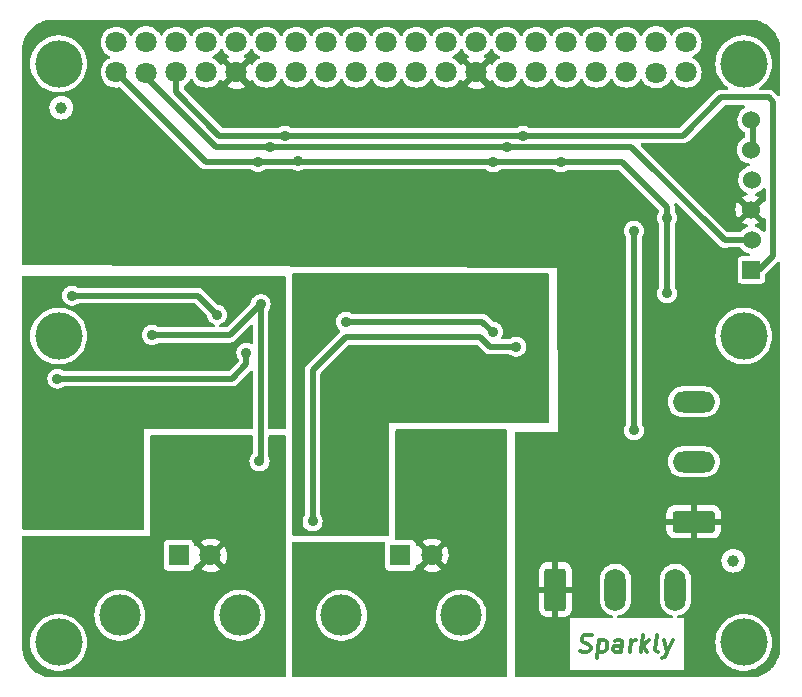
<source format=gbl>
%TF.GenerationSoftware,KiCad,Pcbnew,(6.0.0-0)*%
%TF.CreationDate,2022-08-16T11:14:51-07:00*%
%TF.ProjectId,tentacle-raspi,74656e74-6163-46c6-952d-72617370692e,1.0*%
%TF.SameCoordinates,Original*%
%TF.FileFunction,Copper,L2,Bot*%
%TF.FilePolarity,Positive*%
%FSLAX46Y46*%
G04 Gerber Fmt 4.6, Leading zero omitted, Abs format (unit mm)*
G04 Created by KiCad (PCBNEW (6.0.0-0)) date 2022-08-16 11:14:51*
%MOMM*%
%LPD*%
G01*
G04 APERTURE LIST*
G04 Aperture macros list*
%AMRoundRect*
0 Rectangle with rounded corners*
0 $1 Rounding radius*
0 $2 $3 $4 $5 $6 $7 $8 $9 X,Y pos of 4 corners*
0 Add a 4 corners polygon primitive as box body*
4,1,4,$2,$3,$4,$5,$6,$7,$8,$9,$2,$3,0*
0 Add four circle primitives for the rounded corners*
1,1,$1+$1,$2,$3*
1,1,$1+$1,$4,$5*
1,1,$1+$1,$6,$7*
1,1,$1+$1,$8,$9*
0 Add four rect primitives between the rounded corners*
20,1,$1+$1,$2,$3,$4,$5,0*
20,1,$1+$1,$4,$5,$6,$7,0*
20,1,$1+$1,$6,$7,$8,$9,0*
20,1,$1+$1,$8,$9,$2,$3,0*%
G04 Aperture macros list end*
%ADD10C,0.300000*%
%TA.AperFunction,NonConductor*%
%ADD11C,0.300000*%
%TD*%
%TA.AperFunction,ComponentPad*%
%ADD12RoundRect,0.250000X1.550000X-0.650000X1.550000X0.650000X-1.550000X0.650000X-1.550000X-0.650000X0*%
%TD*%
%TA.AperFunction,ComponentPad*%
%ADD13O,3.600000X1.800000*%
%TD*%
%TA.AperFunction,ComponentPad*%
%ADD14RoundRect,0.250000X-0.650000X-1.550000X0.650000X-1.550000X0.650000X1.550000X-0.650000X1.550000X0*%
%TD*%
%TA.AperFunction,ComponentPad*%
%ADD15O,1.800000X3.600000*%
%TD*%
%TA.AperFunction,ComponentPad*%
%ADD16C,4.000000*%
%TD*%
%TA.AperFunction,ComponentPad*%
%ADD17R,1.524000X1.524000*%
%TD*%
%TA.AperFunction,ComponentPad*%
%ADD18C,1.524000*%
%TD*%
%TA.AperFunction,ComponentPad*%
%ADD19C,3.500000*%
%TD*%
%TA.AperFunction,ComponentPad*%
%ADD20R,1.800000X1.800000*%
%TD*%
%TA.AperFunction,ComponentPad*%
%ADD21C,1.800000*%
%TD*%
%TA.AperFunction,SMDPad,CuDef*%
%ADD22C,1.000000*%
%TD*%
%TA.AperFunction,ViaPad*%
%ADD23C,0.889000*%
%TD*%
%TA.AperFunction,Conductor*%
%ADD24C,0.500000*%
%TD*%
G04 APERTURE END LIST*
D10*
D11*
X153145491Y-111307142D02*
X153350848Y-111378571D01*
X153707991Y-111378571D01*
X153859776Y-111307142D01*
X153940133Y-111235714D01*
X154029419Y-111092857D01*
X154047276Y-110950000D01*
X153993705Y-110807142D01*
X153931205Y-110735714D01*
X153797276Y-110664285D01*
X153520491Y-110592857D01*
X153386562Y-110521428D01*
X153324062Y-110450000D01*
X153270491Y-110307142D01*
X153288348Y-110164285D01*
X153377633Y-110021428D01*
X153457991Y-109950000D01*
X153609776Y-109878571D01*
X153966919Y-109878571D01*
X154172276Y-109950000D01*
X154761562Y-110378571D02*
X154574062Y-111878571D01*
X154752633Y-110450000D02*
X154904419Y-110378571D01*
X155190133Y-110378571D01*
X155324062Y-110450000D01*
X155386562Y-110521428D01*
X155440133Y-110664285D01*
X155386562Y-111092857D01*
X155297276Y-111235714D01*
X155216919Y-111307142D01*
X155065133Y-111378571D01*
X154779419Y-111378571D01*
X154645491Y-111307142D01*
X156636562Y-111378571D02*
X156734776Y-110592857D01*
X156681205Y-110450000D01*
X156547276Y-110378571D01*
X156261562Y-110378571D01*
X156109776Y-110450000D01*
X156645491Y-111307142D02*
X156493705Y-111378571D01*
X156136562Y-111378571D01*
X156002633Y-111307142D01*
X155949062Y-111164285D01*
X155966919Y-111021428D01*
X156056205Y-110878571D01*
X156207991Y-110807142D01*
X156565133Y-110807142D01*
X156716919Y-110735714D01*
X157350848Y-111378571D02*
X157475848Y-110378571D01*
X157440133Y-110664285D02*
X157529419Y-110521428D01*
X157609776Y-110450000D01*
X157761562Y-110378571D01*
X157904419Y-110378571D01*
X158279419Y-111378571D02*
X158466919Y-109878571D01*
X158493705Y-110807142D02*
X158850848Y-111378571D01*
X158975848Y-110378571D02*
X158332991Y-110950000D01*
X159707991Y-111378571D02*
X159574062Y-111307142D01*
X159520491Y-111164285D01*
X159681205Y-109878571D01*
X160261562Y-110378571D02*
X160493705Y-111378571D01*
X160975848Y-110378571D02*
X160493705Y-111378571D01*
X160306205Y-111735714D01*
X160225848Y-111807142D01*
X160074062Y-111878571D01*
D12*
%TO.P,J2,1,Pin_1*%
%TO.N,GND*%
X162767500Y-100325000D03*
D13*
%TO.P,J2,2,Pin_2*%
%TO.N,/nonisolated1/FLOW*%
X162767500Y-95245000D03*
%TO.P,J2,3,Pin_3*%
%TO.N,+3.3V*%
X162767500Y-90165000D03*
%TD*%
D14*
%TO.P,J1,1,Pin_1*%
%TO.N,GND*%
X151055000Y-106067500D03*
D15*
%TO.P,J1,2,Pin_2*%
%TO.N,/nonisolated1/TEMP*%
X156135000Y-106067500D03*
%TO.P,J1,3,Pin_3*%
%TO.N,+3.3V*%
X161215000Y-106067500D03*
%TD*%
D16*
%TO.P,PI_Board,*%
%TO.N,*%
X109000000Y-110545500D03*
X167000000Y-110545500D03*
X167000000Y-61545500D03*
X109000000Y-61545500D03*
%TD*%
D17*
%TO.P,P101,1,P1*%
%TO.N,/SCL*%
X167640000Y-78994000D03*
D18*
%TO.P,P101,2,P2*%
%TO.N,/SDA*%
X167703500Y-76454000D03*
%TO.P,P101,3,3*%
%TO.N,GND*%
X167576500Y-73914000D03*
%TO.P,P101,4,4*%
%TO.N,+3.3V*%
X167703500Y-71374000D03*
%TO.P,P101,5,5*%
%TO.N,Net-(P101-Pad5)*%
X167576500Y-68834000D03*
%TO.P,P101,6,6*%
X167640000Y-66294000D03*
%TD*%
D19*
%TO.P,P201,*%
%TO.N,*%
X114186500Y-108250000D03*
X124313500Y-108250000D03*
D20*
%TO.P,P201,1,In*%
%TO.N,Net-(P201-Pad1)*%
X119186500Y-103170000D03*
D21*
%TO.P,P201,2,Ext*%
%TO.N,/isolation2/PRB_GND*%
X121853500Y-103170000D03*
%TD*%
D19*
%TO.P,P301,*%
%TO.N,*%
X132936500Y-108250000D03*
X143063500Y-108250000D03*
D20*
%TO.P,P301,1,In*%
%TO.N,Net-(P301-Pad1)*%
X137936500Y-103170000D03*
D21*
%TO.P,P301,2,Ext*%
%TO.N,/isolation3/PRB_GND*%
X140603500Y-103170000D03*
%TD*%
%TO.P,PI_BOARD101,1,3.3v*%
%TO.N,+3.3V*%
X113870000Y-62270000D03*
%TO.P,PI_BOARD101,2,5v*%
%TO.N,VCC*%
X113870000Y-59730000D03*
%TO.P,PI_BOARD101,3,GPIO02_(SDA_I2C)*%
%TO.N,/SDA*%
X116410000Y-62333500D03*
%TO.P,PI_BOARD101,4,5v*%
%TO.N,unconnected-(PI_BOARD101-Pad4)*%
X116410000Y-59666500D03*
%TO.P,PI_BOARD101,5,GPIO03_(SCL_I2C)*%
%TO.N,/SCL*%
X118950000Y-62270000D03*
%TO.P,PI_BOARD101,6,Ground*%
%TO.N,unconnected-(PI_BOARD101-Pad6)*%
X118950000Y-59730000D03*
%TO.P,PI_BOARD101,7,GPIO04_(GPIO_GCLK)*%
%TO.N,unconnected-(PI_BOARD101-Pad7)*%
X121490000Y-62270000D03*
%TO.P,PI_BOARD101,8,(TX_D0)_GPIO14*%
%TO.N,unconnected-(PI_BOARD101-Pad8)*%
X121490000Y-59730000D03*
%TO.P,PI_BOARD101,9,Ground*%
%TO.N,GND*%
X124030000Y-62270000D03*
%TO.P,PI_BOARD101,10,(RX_D0)_GPIO15*%
%TO.N,unconnected-(PI_BOARD101-Pad10)*%
X124030000Y-59730000D03*
%TO.P,PI_BOARD101,11,GPIO17_(GPIO_GEN0)*%
%TO.N,unconnected-(PI_BOARD101-Pad11)*%
X126570000Y-62270000D03*
%TO.P,PI_BOARD101,12,(GPIO_GEN1)_GPIO18*%
%TO.N,unconnected-(PI_BOARD101-Pad12)*%
X126570000Y-59730000D03*
%TO.P,PI_BOARD101,13,GPIO27_(GPIO_GEN2)*%
%TO.N,unconnected-(PI_BOARD101-Pad13)*%
X129110000Y-62270000D03*
%TO.P,PI_BOARD101,14,Ground*%
%TO.N,unconnected-(PI_BOARD101-Pad14)*%
X129110000Y-59730000D03*
%TO.P,PI_BOARD101,15,GPIO22_(GPIO_GEN3)*%
%TO.N,unconnected-(PI_BOARD101-Pad15)*%
X131650000Y-62270000D03*
%TO.P,PI_BOARD101,16,(GPIO_GEN4)_GPIO23*%
%TO.N,unconnected-(PI_BOARD101-Pad16)*%
X131650000Y-59730000D03*
%TO.P,PI_BOARD101,17,3.3v*%
%TO.N,unconnected-(PI_BOARD101-Pad17)*%
X134190000Y-62270000D03*
%TO.P,PI_BOARD101,18,(GPIO_GEN5)_GPIO24*%
%TO.N,unconnected-(PI_BOARD101-Pad18)*%
X134190000Y-59730000D03*
%TO.P,PI_BOARD101,19,GPIO10_(SPI_MOSI)*%
%TO.N,unconnected-(PI_BOARD101-Pad19)*%
X136730000Y-62270000D03*
%TO.P,PI_BOARD101,20,Ground*%
%TO.N,unconnected-(PI_BOARD101-Pad20)*%
X136730000Y-59730000D03*
%TO.P,PI_BOARD101,21,GPIO09_(SPI_MISO)*%
%TO.N,unconnected-(PI_BOARD101-Pad21)*%
X139270000Y-62270000D03*
%TO.P,PI_BOARD101,22,(GPIO_GEN6)_GPIO25*%
%TO.N,unconnected-(PI_BOARD101-Pad22)*%
X139270000Y-59730000D03*
%TO.P,PI_BOARD101,23,GPIO11_(SPI_CLK)*%
%TO.N,unconnected-(PI_BOARD101-Pad23)*%
X141810000Y-62270000D03*
%TO.P,PI_BOARD101,24,(SPI_CE0_N)_GPIO08*%
%TO.N,unconnected-(PI_BOARD101-Pad24)*%
X141810000Y-59730000D03*
%TO.P,PI_BOARD101,25,Ground*%
%TO.N,GND*%
X144350000Y-62270000D03*
%TO.P,PI_BOARD101,26,(SPI_CE1_N)_GPIO07*%
%TO.N,unconnected-(PI_BOARD101-Pad26)*%
X144350000Y-59730000D03*
%TO.P,PI_BOARD101,27,ID_SD_(I2C_id_eeprom)*%
%TO.N,unconnected-(PI_BOARD101-Pad27)*%
X146890000Y-62270000D03*
%TO.P,PI_BOARD101,28,(I2C_id_eeprom)_ID_SC*%
%TO.N,unconnected-(PI_BOARD101-Pad28)*%
X146890000Y-59730000D03*
%TO.P,PI_BOARD101,29,GPIO05*%
%TO.N,unconnected-(PI_BOARD101-Pad29)*%
X149430000Y-62270000D03*
%TO.P,PI_BOARD101,30,Ground*%
%TO.N,unconnected-(PI_BOARD101-Pad30)*%
X149430000Y-59730000D03*
%TO.P,PI_BOARD101,31,GPIO06*%
%TO.N,unconnected-(PI_BOARD101-Pad31)*%
X151970000Y-62270000D03*
%TO.P,PI_BOARD101,32,GPIO12*%
%TO.N,unconnected-(PI_BOARD101-Pad32)*%
X151970000Y-59730000D03*
%TO.P,PI_BOARD101,33,GPIO13*%
%TO.N,/nonisolated1/TEMP*%
X154510000Y-62270000D03*
%TO.P,PI_BOARD101,34,Ground*%
%TO.N,unconnected-(PI_BOARD101-Pad34)*%
X154510000Y-59730000D03*
%TO.P,PI_BOARD101,35,GPIO19*%
%TO.N,unconnected-(PI_BOARD101-Pad35)*%
X157050000Y-62270000D03*
%TO.P,PI_BOARD101,36,GPIO16*%
%TO.N,unconnected-(PI_BOARD101-Pad36)*%
X157050000Y-59730000D03*
%TO.P,PI_BOARD101,37,GPIO26*%
%TO.N,/nonisolated1/FLOW*%
X159590000Y-62333500D03*
%TO.P,PI_BOARD101,38,GPIO20*%
%TO.N,unconnected-(PI_BOARD101-Pad38)*%
X159590000Y-59666500D03*
%TO.P,PI_BOARD101,39,Ground*%
%TO.N,unconnected-(PI_BOARD101-Pad39)*%
X162130000Y-62270000D03*
%TO.P,PI_BOARD101,40,GPIO21*%
%TO.N,unconnected-(PI_BOARD101-Pad40)*%
X162130000Y-59730000D03*
%TD*%
D16*
%TO.P,,*%
%TO.N,*%
X167000000Y-84600000D03*
%TD*%
%TO.P,,*%
%TO.N,*%
X109000000Y-84600000D03*
%TD*%
D22*
%TO.P,fiducial,2*%
%TO.N,N/C*%
X109220000Y-65278000D03*
%TD*%
%TO.P,fiducial,1*%
%TO.N,N/C*%
X166116000Y-103632000D03*
%TD*%
D23*
%TO.N,+3.3V*%
X160500000Y-74600000D03*
X129250000Y-69750000D03*
X125900000Y-69850000D03*
X145800000Y-69900000D03*
X151500000Y-69900000D03*
X160500000Y-81000000D03*
%TO.N,GND_ISO2*%
X119250000Y-83250000D03*
%TO.N,V_ISO2*%
X122400000Y-82800000D03*
X110125000Y-81175000D03*
%TO.N,Net-(R201-Pad2)*%
X126000000Y-95200000D03*
X116900000Y-84500000D03*
X126100000Y-81900000D03*
%TO.N,Net-(R202-Pad2)*%
X108900000Y-88200000D03*
X124900000Y-86000000D03*
%TO.N,Net-(R302-Pad2)*%
X130500000Y-100300000D03*
X147750000Y-85500000D03*
%TO.N,GND_ISO3*%
X145900000Y-88100000D03*
X133500000Y-80250000D03*
%TO.N,V_ISO3*%
X145750000Y-84250000D03*
X133300000Y-83375000D03*
%TO.N,/SDA*%
X126920000Y-68580000D03*
X147000000Y-68600000D03*
%TO.N,/SCL*%
X128125000Y-67625000D03*
X148335000Y-67632000D03*
%TO.N,/nonisolated1/FLOW*%
X157700000Y-92600000D03*
X157700000Y-75700000D03*
%TD*%
D24*
%TO.N,+3.3V*%
X151450000Y-69850000D02*
X151500000Y-69900000D01*
X121450000Y-69850000D02*
X125900000Y-69850000D01*
X125900000Y-69850000D02*
X151450000Y-69850000D01*
X156700000Y-69900000D02*
X160500000Y-73700000D01*
X160500000Y-73700000D02*
X160500000Y-74600000D01*
X160500000Y-74600000D02*
X160500000Y-81000000D01*
X151500000Y-69900000D02*
X156700000Y-69900000D01*
X113870000Y-62270000D02*
X121450000Y-69850000D01*
%TO.N,V_ISO2*%
X120775000Y-81175000D02*
X122400000Y-82800000D01*
X110125000Y-81175000D02*
X120775000Y-81175000D01*
%TO.N,Net-(P101-Pad5)*%
X167750000Y-68596500D02*
X167686500Y-68660000D01*
X167750000Y-66120000D02*
X167750000Y-68596500D01*
%TO.N,Net-(R201-Pad2)*%
X116900000Y-84500000D02*
X123500000Y-84500000D01*
X123500000Y-84500000D02*
X126100000Y-81900000D01*
X126100000Y-95100000D02*
X126000000Y-95200000D01*
X126100000Y-81900000D02*
X126100000Y-95100000D01*
%TO.N,Net-(R202-Pad2)*%
X124900000Y-87000000D02*
X123700000Y-88200000D01*
X123700000Y-88200000D02*
X108900000Y-88200000D01*
X124900000Y-86000000D02*
X124900000Y-87000000D01*
%TO.N,Net-(R302-Pad2)*%
X133300000Y-84700000D02*
X144700000Y-84700000D01*
X144700000Y-84700000D02*
X145500000Y-85500000D01*
X130500000Y-100300000D02*
X130500000Y-87500000D01*
X147750000Y-85500000D02*
X145500000Y-85500000D01*
X130500000Y-87500000D02*
X133300000Y-84700000D01*
%TO.N,V_ISO3*%
X144875000Y-83375000D02*
X133300000Y-83375000D01*
X145750000Y-84250000D02*
X144875000Y-83375000D01*
%TO.N,/SDA*%
X116410000Y-62685000D02*
X122305000Y-68580000D01*
X165446000Y-76454000D02*
X167703500Y-76454000D01*
X116410000Y-62333500D02*
X116410000Y-62685000D01*
X165400000Y-76500000D02*
X165446000Y-76454000D01*
X157480000Y-68580000D02*
X165400000Y-76500000D01*
X122305000Y-68580000D02*
X126920000Y-68580000D01*
X126920000Y-68580000D02*
X157480000Y-68580000D01*
%TO.N,/SCL*%
X168306000Y-78994000D02*
X169500000Y-77800000D01*
X161875000Y-67625000D02*
X128125000Y-67625000D01*
X165100000Y-64400000D02*
X161875000Y-67625000D01*
X169100000Y-64400000D02*
X165100000Y-64400000D01*
X169500000Y-77800000D02*
X169500000Y-64800000D01*
X167640000Y-78994000D02*
X168306000Y-78994000D01*
X122600000Y-67625000D02*
X118950000Y-63975000D01*
X169500000Y-64800000D02*
X169100000Y-64400000D01*
X128125000Y-67625000D02*
X122600000Y-67625000D01*
X118950000Y-63975000D02*
X118950000Y-62270000D01*
%TO.N,/nonisolated1/FLOW*%
X157700000Y-75700000D02*
X157700000Y-92600000D01*
%TD*%
%TA.AperFunction,Conductor*%
%TO.N,/isolation3/PRB_GND*%
G36*
X146942121Y-92520002D02*
G01*
X146988614Y-92573658D01*
X147000000Y-92626000D01*
X147000000Y-113382530D01*
X146979998Y-113450651D01*
X146926342Y-113497144D01*
X146874000Y-113508530D01*
X128876000Y-113508530D01*
X128807879Y-113488528D01*
X128761386Y-113434872D01*
X128750000Y-113382530D01*
X128750000Y-108227426D01*
X130780943Y-108227426D01*
X130797823Y-108520178D01*
X130798648Y-108524385D01*
X130798649Y-108524390D01*
X130811797Y-108591406D01*
X130854278Y-108807930D01*
X130855665Y-108811980D01*
X130855666Y-108811985D01*
X130877952Y-108877077D01*
X130949263Y-109085358D01*
X131081020Y-109347328D01*
X131083446Y-109350857D01*
X131083449Y-109350863D01*
X131123078Y-109408523D01*
X131247112Y-109588993D01*
X131444464Y-109805880D01*
X131447752Y-109808629D01*
X131666134Y-109991226D01*
X131666139Y-109991230D01*
X131669426Y-109993978D01*
X131727276Y-110030267D01*
X131914194Y-110147521D01*
X131914198Y-110147523D01*
X131917834Y-110149804D01*
X132185092Y-110270475D01*
X132189211Y-110271695D01*
X132462141Y-110352541D01*
X132462145Y-110352542D01*
X132466254Y-110353759D01*
X132470491Y-110354407D01*
X132470494Y-110354408D01*
X132555998Y-110367492D01*
X132756118Y-110398115D01*
X132905401Y-110400460D01*
X133045028Y-110402654D01*
X133045034Y-110402654D01*
X133049319Y-110402721D01*
X133340433Y-110367492D01*
X133624073Y-110293081D01*
X133894989Y-110180863D01*
X134148169Y-110032917D01*
X134378928Y-109851979D01*
X134582996Y-109641397D01*
X134585529Y-109637949D01*
X134585533Y-109637944D01*
X134754059Y-109408523D01*
X134756597Y-109405068D01*
X134787947Y-109347328D01*
X134894468Y-109151142D01*
X134894469Y-109151140D01*
X134896518Y-109147366D01*
X135000170Y-108873059D01*
X135065635Y-108587222D01*
X135071619Y-108520178D01*
X135091482Y-108297610D01*
X135091702Y-108295145D01*
X135092175Y-108250000D01*
X135090636Y-108227426D01*
X140907943Y-108227426D01*
X140924823Y-108520178D01*
X140925648Y-108524385D01*
X140925649Y-108524390D01*
X140938797Y-108591406D01*
X140981278Y-108807930D01*
X140982665Y-108811980D01*
X140982666Y-108811985D01*
X141004952Y-108877077D01*
X141076263Y-109085358D01*
X141208020Y-109347328D01*
X141210446Y-109350857D01*
X141210449Y-109350863D01*
X141250078Y-109408523D01*
X141374112Y-109588993D01*
X141571464Y-109805880D01*
X141574752Y-109808629D01*
X141793134Y-109991226D01*
X141793139Y-109991230D01*
X141796426Y-109993978D01*
X141854276Y-110030267D01*
X142041194Y-110147521D01*
X142041198Y-110147523D01*
X142044834Y-110149804D01*
X142312092Y-110270475D01*
X142316211Y-110271695D01*
X142589141Y-110352541D01*
X142589145Y-110352542D01*
X142593254Y-110353759D01*
X142597491Y-110354407D01*
X142597494Y-110354408D01*
X142682998Y-110367492D01*
X142883118Y-110398115D01*
X143032401Y-110400460D01*
X143172028Y-110402654D01*
X143172034Y-110402654D01*
X143176319Y-110402721D01*
X143467433Y-110367492D01*
X143751073Y-110293081D01*
X144021989Y-110180863D01*
X144275169Y-110032917D01*
X144505928Y-109851979D01*
X144709996Y-109641397D01*
X144712529Y-109637949D01*
X144712533Y-109637944D01*
X144881059Y-109408523D01*
X144883597Y-109405068D01*
X144914947Y-109347328D01*
X145021468Y-109151142D01*
X145021469Y-109151140D01*
X145023518Y-109147366D01*
X145127170Y-108873059D01*
X145192635Y-108587222D01*
X145198619Y-108520178D01*
X145218482Y-108297610D01*
X145218702Y-108295145D01*
X145219175Y-108250000D01*
X145199230Y-107957441D01*
X145139765Y-107670296D01*
X145041881Y-107393878D01*
X144907387Y-107133302D01*
X144896534Y-107117859D01*
X144741237Y-106896895D01*
X144738774Y-106893390D01*
X144539161Y-106678581D01*
X144535845Y-106675867D01*
X144535842Y-106675864D01*
X144315560Y-106495564D01*
X144315553Y-106495559D01*
X144312242Y-106492849D01*
X144062216Y-106339633D01*
X144058299Y-106337914D01*
X144058296Y-106337912D01*
X143939871Y-106285928D01*
X143793709Y-106221767D01*
X143789581Y-106220591D01*
X143789578Y-106220590D01*
X143701508Y-106195503D01*
X143511690Y-106141432D01*
X143507448Y-106140828D01*
X143507442Y-106140827D01*
X143225629Y-106100719D01*
X143221378Y-106100114D01*
X143067544Y-106099309D01*
X142932431Y-106098601D01*
X142932425Y-106098601D01*
X142928144Y-106098579D01*
X142923900Y-106099138D01*
X142923896Y-106099138D01*
X142796027Y-106115972D01*
X142637415Y-106136854D01*
X142633275Y-106137987D01*
X142633273Y-106137987D01*
X142616378Y-106142609D01*
X142354570Y-106214231D01*
X142084844Y-106329280D01*
X142063808Y-106341870D01*
X141836909Y-106477665D01*
X141836905Y-106477668D01*
X141833227Y-106479869D01*
X141604375Y-106663214D01*
X141402524Y-106875921D01*
X141231408Y-107114055D01*
X141094193Y-107373208D01*
X140993419Y-107648586D01*
X140930950Y-107935092D01*
X140907943Y-108227426D01*
X135090636Y-108227426D01*
X135072230Y-107957441D01*
X135012765Y-107670296D01*
X134914881Y-107393878D01*
X134780387Y-107133302D01*
X134769534Y-107117859D01*
X134614237Y-106896895D01*
X134611774Y-106893390D01*
X134412161Y-106678581D01*
X134408845Y-106675867D01*
X134408842Y-106675864D01*
X134188560Y-106495564D01*
X134188553Y-106495559D01*
X134185242Y-106492849D01*
X133935216Y-106339633D01*
X133931299Y-106337914D01*
X133931296Y-106337912D01*
X133812871Y-106285928D01*
X133666709Y-106221767D01*
X133662581Y-106220591D01*
X133662578Y-106220590D01*
X133574508Y-106195503D01*
X133384690Y-106141432D01*
X133380448Y-106140828D01*
X133380442Y-106140827D01*
X133098629Y-106100719D01*
X133094378Y-106100114D01*
X132940544Y-106099309D01*
X132805431Y-106098601D01*
X132805425Y-106098601D01*
X132801144Y-106098579D01*
X132796900Y-106099138D01*
X132796896Y-106099138D01*
X132669027Y-106115972D01*
X132510415Y-106136854D01*
X132506275Y-106137987D01*
X132506273Y-106137987D01*
X132489378Y-106142609D01*
X132227570Y-106214231D01*
X131957844Y-106329280D01*
X131936808Y-106341870D01*
X131709909Y-106477665D01*
X131709905Y-106477668D01*
X131706227Y-106479869D01*
X131477375Y-106663214D01*
X131275524Y-106875921D01*
X131104408Y-107114055D01*
X130967193Y-107373208D01*
X130866419Y-107648586D01*
X130803950Y-107935092D01*
X130780943Y-108227426D01*
X128750000Y-108227426D01*
X128750000Y-102126000D01*
X128770002Y-102057879D01*
X128823658Y-102011386D01*
X128876000Y-102000000D01*
X136526093Y-102000000D01*
X136594214Y-102020002D01*
X136640707Y-102073658D01*
X136650542Y-102145710D01*
X136635850Y-102238470D01*
X136635850Y-104101530D01*
X136650710Y-104195351D01*
X136655211Y-104204185D01*
X136655212Y-104204188D01*
X136678800Y-104250481D01*
X136708327Y-104308432D01*
X136798068Y-104398173D01*
X136856019Y-104427700D01*
X136902312Y-104451288D01*
X136902315Y-104451289D01*
X136911149Y-104455790D01*
X137004970Y-104470650D01*
X138868030Y-104470650D01*
X138961851Y-104455790D01*
X138970685Y-104451289D01*
X138970688Y-104451288D01*
X139016981Y-104427700D01*
X139074932Y-104398173D01*
X139141699Y-104331406D01*
X139806923Y-104331406D01*
X139812204Y-104338461D01*
X139988580Y-104441527D01*
X139997863Y-104445974D01*
X140204503Y-104524883D01*
X140214401Y-104527759D01*
X140431153Y-104571857D01*
X140441383Y-104573076D01*
X140662414Y-104581182D01*
X140672723Y-104580714D01*
X140892123Y-104552608D01*
X140902188Y-104550468D01*
X141114057Y-104486905D01*
X141123652Y-104483144D01*
X141322278Y-104385838D01*
X141331136Y-104380559D01*
X141388597Y-104339572D01*
X141396997Y-104328874D01*
X141390010Y-104315721D01*
X140616311Y-103542021D01*
X140602368Y-103534408D01*
X140600534Y-103534539D01*
X140593920Y-103538790D01*
X139813680Y-104319031D01*
X139806923Y-104331406D01*
X139141699Y-104331406D01*
X139164673Y-104308432D01*
X139194200Y-104250481D01*
X139217788Y-104204188D01*
X139217789Y-104204185D01*
X139222290Y-104195351D01*
X139237150Y-104101530D01*
X139237150Y-104061960D01*
X139257152Y-103993839D01*
X139310808Y-103947346D01*
X139381082Y-103937242D01*
X139442071Y-103965889D01*
X139442418Y-103965947D01*
X139452831Y-103961458D01*
X140231479Y-103182811D01*
X140237856Y-103171132D01*
X140967908Y-103171132D01*
X140968039Y-103172966D01*
X140972290Y-103179580D01*
X141749807Y-103957096D01*
X141761813Y-103963652D01*
X141773552Y-103954684D01*
X141811510Y-103901859D01*
X141816821Y-103893020D01*
X141914818Y-103694737D01*
X141918617Y-103685142D01*
X141982915Y-103473517D01*
X141985094Y-103463436D01*
X142014202Y-103242338D01*
X142014721Y-103235663D01*
X142016244Y-103173364D01*
X142016050Y-103166646D01*
X141997779Y-102944400D01*
X141996096Y-102934238D01*
X141942210Y-102719708D01*
X141938889Y-102709953D01*
X141850693Y-102507118D01*
X141845815Y-102498020D01*
X141772724Y-102385038D01*
X141762038Y-102375835D01*
X141752473Y-102380238D01*
X140975521Y-103157189D01*
X140967908Y-103171132D01*
X140237856Y-103171132D01*
X140239092Y-103168868D01*
X140238961Y-103167034D01*
X140234710Y-103160420D01*
X139457362Y-102383073D01*
X139445831Y-102376776D01*
X139440858Y-102380672D01*
X139374899Y-102406939D01*
X139305210Y-102393376D01*
X139253916Y-102344289D01*
X139237150Y-102281488D01*
X139237150Y-102238470D01*
X139222290Y-102144649D01*
X139217789Y-102135815D01*
X139217788Y-102135812D01*
X139194200Y-102089519D01*
X139164673Y-102031568D01*
X139143816Y-102010711D01*
X139809008Y-102010711D01*
X139815751Y-102023040D01*
X140590689Y-102797979D01*
X140604632Y-102805592D01*
X140606466Y-102805461D01*
X140613080Y-102801210D01*
X141392494Y-102021795D01*
X141399511Y-102008944D01*
X141391737Y-101998274D01*
X141389402Y-101996430D01*
X141380820Y-101990729D01*
X141187178Y-101883833D01*
X141177772Y-101879606D01*
X140969272Y-101805772D01*
X140959309Y-101803140D01*
X140741547Y-101764350D01*
X140731296Y-101763381D01*
X140510116Y-101760679D01*
X140499832Y-101761399D01*
X140281193Y-101794855D01*
X140271166Y-101797244D01*
X140060926Y-101865961D01*
X140051416Y-101869958D01*
X139855225Y-101972089D01*
X139846507Y-101977578D01*
X139817461Y-101999386D01*
X139809008Y-102010711D01*
X139143816Y-102010711D01*
X139074932Y-101941827D01*
X139016981Y-101912300D01*
X138970688Y-101888712D01*
X138970685Y-101888711D01*
X138961851Y-101884210D01*
X138868030Y-101869350D01*
X137626000Y-101869350D01*
X137557879Y-101849348D01*
X137511386Y-101795692D01*
X137500000Y-101743350D01*
X137500000Y-92626000D01*
X137520002Y-92557879D01*
X137573658Y-92511386D01*
X137626000Y-92500000D01*
X146874000Y-92500000D01*
X146942121Y-92520002D01*
G37*
%TD.AperFunction*%
%TD*%
%TA.AperFunction,Conductor*%
%TO.N,GND_ISO3*%
G36*
X150442121Y-79270002D02*
G01*
X150488614Y-79323658D01*
X150500000Y-79376000D01*
X150500000Y-91874000D01*
X150479998Y-91942121D01*
X150426342Y-91988614D01*
X150374000Y-92000000D01*
X137000000Y-92000000D01*
X137000000Y-101374000D01*
X136979998Y-101442121D01*
X136926342Y-101488614D01*
X136874000Y-101500000D01*
X128876000Y-101500000D01*
X128807879Y-101479998D01*
X128761386Y-101426342D01*
X128750000Y-101374000D01*
X128750000Y-100300000D01*
X129650195Y-100300000D01*
X129668765Y-100476684D01*
X129723665Y-100645647D01*
X129726968Y-100651368D01*
X129809190Y-100793783D01*
X129809193Y-100793787D01*
X129812493Y-100799503D01*
X129931369Y-100931528D01*
X130075097Y-101035953D01*
X130081125Y-101038637D01*
X130081127Y-101038638D01*
X130231365Y-101105528D01*
X130237396Y-101108213D01*
X130324283Y-101126681D01*
X130404714Y-101143778D01*
X130404718Y-101143778D01*
X130411171Y-101145150D01*
X130588829Y-101145150D01*
X130595282Y-101143778D01*
X130595286Y-101143778D01*
X130675717Y-101126681D01*
X130762604Y-101108213D01*
X130768635Y-101105528D01*
X130918873Y-101038638D01*
X130918875Y-101038637D01*
X130924903Y-101035953D01*
X131068631Y-100931528D01*
X131187507Y-100799503D01*
X131190807Y-100793787D01*
X131190810Y-100793783D01*
X131273032Y-100651368D01*
X131276335Y-100645647D01*
X131331235Y-100476684D01*
X131349805Y-100300000D01*
X131331235Y-100123316D01*
X131276335Y-99954353D01*
X131187507Y-99800497D01*
X131183014Y-99795507D01*
X131182986Y-99795449D01*
X131179208Y-99790249D01*
X131180159Y-99789558D01*
X131152296Y-99731500D01*
X131150650Y-99711197D01*
X131150650Y-87821698D01*
X131170652Y-87753577D01*
X131187555Y-87732603D01*
X133532603Y-85387555D01*
X133594915Y-85353529D01*
X133621698Y-85350650D01*
X144378302Y-85350650D01*
X144446423Y-85370652D01*
X144467397Y-85387555D01*
X144982626Y-85902784D01*
X144990476Y-85911411D01*
X144994681Y-85918036D01*
X145000458Y-85923461D01*
X145045713Y-85965958D01*
X145048555Y-85968713D01*
X145068864Y-85989022D01*
X145071990Y-85991447D01*
X145072004Y-85991459D01*
X145072280Y-85991673D01*
X145081304Y-85999380D01*
X145108741Y-86025145D01*
X145114518Y-86030570D01*
X145121462Y-86034387D01*
X145121464Y-86034389D01*
X145132985Y-86040723D01*
X145149509Y-86051577D01*
X145166160Y-86064493D01*
X145207986Y-86082593D01*
X145218644Y-86087814D01*
X145258576Y-86109767D01*
X145266249Y-86111737D01*
X145266251Y-86111738D01*
X145278987Y-86115008D01*
X145297688Y-86121411D01*
X145309755Y-86126633D01*
X145309761Y-86126635D01*
X145317032Y-86129781D01*
X145324859Y-86131021D01*
X145324860Y-86131021D01*
X145362036Y-86136909D01*
X145373661Y-86139317D01*
X145410119Y-86148678D01*
X145410128Y-86148679D01*
X145417804Y-86150650D01*
X145438879Y-86150650D01*
X145458589Y-86152201D01*
X145479400Y-86155497D01*
X145487292Y-86154751D01*
X145524762Y-86151209D01*
X145536620Y-86150650D01*
X147166748Y-86150650D01*
X147234869Y-86170652D01*
X147240809Y-86174714D01*
X147325097Y-86235953D01*
X147331125Y-86238637D01*
X147331127Y-86238638D01*
X147481365Y-86305528D01*
X147487396Y-86308213D01*
X147574284Y-86326682D01*
X147654714Y-86343778D01*
X147654718Y-86343778D01*
X147661171Y-86345150D01*
X147838829Y-86345150D01*
X147845282Y-86343778D01*
X147845286Y-86343778D01*
X147925716Y-86326682D01*
X148012604Y-86308213D01*
X148018635Y-86305528D01*
X148168873Y-86238638D01*
X148168875Y-86238637D01*
X148174903Y-86235953D01*
X148318631Y-86131528D01*
X148327741Y-86121411D01*
X148433088Y-86004411D01*
X148433089Y-86004410D01*
X148437507Y-85999503D01*
X148440807Y-85993787D01*
X148440810Y-85993783D01*
X148523032Y-85851368D01*
X148526335Y-85845647D01*
X148581235Y-85676684D01*
X148599805Y-85500000D01*
X148587987Y-85387555D01*
X148581926Y-85329886D01*
X148581925Y-85329882D01*
X148581235Y-85323316D01*
X148526335Y-85154353D01*
X148521793Y-85146486D01*
X148440810Y-85006217D01*
X148440807Y-85006213D01*
X148437507Y-85000497D01*
X148318631Y-84868472D01*
X148174903Y-84764047D01*
X148168875Y-84761363D01*
X148168873Y-84761362D01*
X148018635Y-84694472D01*
X148018634Y-84694472D01*
X148012604Y-84691787D01*
X147925716Y-84673318D01*
X147845286Y-84656222D01*
X147845282Y-84656222D01*
X147838829Y-84654850D01*
X147661171Y-84654850D01*
X147654718Y-84656222D01*
X147654714Y-84656222D01*
X147574283Y-84673319D01*
X147487396Y-84691787D01*
X147481367Y-84694472D01*
X147481365Y-84694472D01*
X147331128Y-84761362D01*
X147331126Y-84761363D01*
X147325098Y-84764047D01*
X147319757Y-84767927D01*
X147319756Y-84767928D01*
X147240809Y-84825286D01*
X147166748Y-84849350D01*
X146598098Y-84849350D01*
X146529977Y-84829348D01*
X146483484Y-84775692D01*
X146473380Y-84705418D01*
X146488979Y-84660350D01*
X146523032Y-84601368D01*
X146526335Y-84595647D01*
X146581235Y-84426684D01*
X146599805Y-84250000D01*
X146599115Y-84243435D01*
X146581926Y-84079886D01*
X146581925Y-84079882D01*
X146581235Y-84073316D01*
X146526335Y-83904353D01*
X146505799Y-83868783D01*
X146440810Y-83756217D01*
X146440807Y-83756213D01*
X146437507Y-83750497D01*
X146410630Y-83720647D01*
X146323046Y-83623375D01*
X146323044Y-83623374D01*
X146318631Y-83618472D01*
X146297071Y-83602807D01*
X146180245Y-83517928D01*
X146180244Y-83517927D01*
X146174903Y-83514047D01*
X146168875Y-83511363D01*
X146168873Y-83511362D01*
X146018635Y-83444472D01*
X146018634Y-83444472D01*
X146012604Y-83441787D01*
X145857782Y-83408879D01*
X145794885Y-83374727D01*
X145392374Y-82972216D01*
X145384524Y-82963589D01*
X145380319Y-82956964D01*
X145329286Y-82909041D01*
X145326445Y-82906287D01*
X145306136Y-82885978D01*
X145303010Y-82883553D01*
X145302996Y-82883541D01*
X145302720Y-82883327D01*
X145293696Y-82875620D01*
X145266259Y-82849855D01*
X145260482Y-82844430D01*
X145253538Y-82840613D01*
X145253536Y-82840611D01*
X145242015Y-82834277D01*
X145225491Y-82823423D01*
X145215100Y-82815363D01*
X145208840Y-82810507D01*
X145167012Y-82792407D01*
X145156354Y-82787185D01*
X145149778Y-82783570D01*
X145116424Y-82765233D01*
X145096007Y-82759991D01*
X145077309Y-82753589D01*
X145065242Y-82748367D01*
X145065237Y-82748366D01*
X145057968Y-82745220D01*
X145050145Y-82743981D01*
X145050142Y-82743980D01*
X145012959Y-82738091D01*
X145001346Y-82735686D01*
X144957196Y-82724350D01*
X144936121Y-82724350D01*
X144916410Y-82722799D01*
X144903429Y-82720743D01*
X144895600Y-82719503D01*
X144887708Y-82720249D01*
X144850238Y-82723791D01*
X144838380Y-82724350D01*
X133883252Y-82724350D01*
X133815131Y-82704348D01*
X133809191Y-82700286D01*
X133730245Y-82642928D01*
X133730244Y-82642927D01*
X133724903Y-82639047D01*
X133718875Y-82636363D01*
X133718873Y-82636362D01*
X133568635Y-82569472D01*
X133568634Y-82569472D01*
X133562604Y-82566787D01*
X133475717Y-82548319D01*
X133395286Y-82531222D01*
X133395282Y-82531222D01*
X133388829Y-82529850D01*
X133211171Y-82529850D01*
X133204718Y-82531222D01*
X133204714Y-82531222D01*
X133124283Y-82548319D01*
X133037396Y-82566787D01*
X133031367Y-82569472D01*
X133031365Y-82569472D01*
X132881128Y-82636362D01*
X132881126Y-82636363D01*
X132875098Y-82639047D01*
X132869757Y-82642927D01*
X132869756Y-82642928D01*
X132785219Y-82704348D01*
X132731369Y-82743472D01*
X132726956Y-82748374D01*
X132726954Y-82748375D01*
X132640466Y-82844430D01*
X132612493Y-82875497D01*
X132609193Y-82881213D01*
X132609190Y-82881217D01*
X132556653Y-82972216D01*
X132523665Y-83029353D01*
X132468765Y-83198316D01*
X132450195Y-83375000D01*
X132450885Y-83381565D01*
X132457215Y-83441787D01*
X132468765Y-83551684D01*
X132523665Y-83720647D01*
X132526968Y-83726368D01*
X132609190Y-83868783D01*
X132609193Y-83868787D01*
X132612493Y-83874503D01*
X132616911Y-83879410D01*
X132616912Y-83879411D01*
X132645026Y-83910634D01*
X132731369Y-84006528D01*
X132736707Y-84010406D01*
X132736710Y-84010409D01*
X132808874Y-84062840D01*
X132852227Y-84119062D01*
X132858302Y-84189798D01*
X132831897Y-84245090D01*
X132822007Y-84257045D01*
X132814017Y-84265825D01*
X130097216Y-86982626D01*
X130088589Y-86990476D01*
X130081964Y-86994681D01*
X130076539Y-87000458D01*
X130034042Y-87045713D01*
X130031287Y-87048555D01*
X130010978Y-87068864D01*
X130008553Y-87071990D01*
X130008541Y-87072004D01*
X130008327Y-87072280D01*
X130000620Y-87081304D01*
X129969430Y-87114518D01*
X129965613Y-87121462D01*
X129965611Y-87121464D01*
X129959277Y-87132985D01*
X129948423Y-87149509D01*
X129935507Y-87166160D01*
X129932362Y-87173429D01*
X129917409Y-87207984D01*
X129912185Y-87218646D01*
X129890233Y-87258576D01*
X129884991Y-87278992D01*
X129878589Y-87297691D01*
X129873367Y-87309758D01*
X129873366Y-87309763D01*
X129870220Y-87317032D01*
X129868981Y-87324855D01*
X129868980Y-87324858D01*
X129863091Y-87362041D01*
X129860686Y-87373654D01*
X129849350Y-87417804D01*
X129849350Y-87438879D01*
X129847799Y-87458590D01*
X129844503Y-87479400D01*
X129845249Y-87487292D01*
X129848791Y-87524762D01*
X129849350Y-87536620D01*
X129849350Y-99711197D01*
X129829348Y-99779318D01*
X129816986Y-99795507D01*
X129812493Y-99800497D01*
X129723665Y-99954353D01*
X129668765Y-100123316D01*
X129650195Y-100300000D01*
X128750000Y-100300000D01*
X128750000Y-79376000D01*
X128770002Y-79307879D01*
X128823658Y-79261386D01*
X128876000Y-79250000D01*
X150374000Y-79250000D01*
X150442121Y-79270002D01*
G37*
%TD.AperFunction*%
%TD*%
%TA.AperFunction,Conductor*%
%TO.N,/isolation2/PRB_GND*%
G36*
X125391471Y-93020002D02*
G01*
X125437964Y-93073658D01*
X125449350Y-93126000D01*
X125449350Y-94500135D01*
X125429348Y-94568256D01*
X125416986Y-94584445D01*
X125312493Y-94700497D01*
X125309193Y-94706213D01*
X125309190Y-94706217D01*
X125249350Y-94809865D01*
X125223665Y-94854353D01*
X125168765Y-95023316D01*
X125150195Y-95200000D01*
X125168765Y-95376684D01*
X125223665Y-95545647D01*
X125226968Y-95551368D01*
X125309190Y-95693783D01*
X125309193Y-95693787D01*
X125312493Y-95699503D01*
X125431369Y-95831528D01*
X125575097Y-95935953D01*
X125581125Y-95938637D01*
X125581127Y-95938638D01*
X125731365Y-96005528D01*
X125737396Y-96008213D01*
X125824284Y-96026682D01*
X125904714Y-96043778D01*
X125904718Y-96043778D01*
X125911171Y-96045150D01*
X126088829Y-96045150D01*
X126095282Y-96043778D01*
X126095286Y-96043778D01*
X126175716Y-96026682D01*
X126262604Y-96008213D01*
X126268635Y-96005528D01*
X126418873Y-95938638D01*
X126418875Y-95938637D01*
X126424903Y-95935953D01*
X126568631Y-95831528D01*
X126687507Y-95699503D01*
X126690807Y-95693787D01*
X126690810Y-95693783D01*
X126773032Y-95551368D01*
X126776335Y-95545647D01*
X126831235Y-95376684D01*
X126849805Y-95200000D01*
X126831235Y-95023316D01*
X126776335Y-94854353D01*
X126767531Y-94839104D01*
X126750650Y-94776104D01*
X126750650Y-93126000D01*
X126770652Y-93057879D01*
X126824308Y-93011386D01*
X126876650Y-93000000D01*
X128124000Y-93000000D01*
X128192121Y-93020002D01*
X128238614Y-93073658D01*
X128250000Y-93126000D01*
X128250000Y-113382530D01*
X128229998Y-113450651D01*
X128176342Y-113497144D01*
X128124000Y-113508530D01*
X108541411Y-113508530D01*
X108521700Y-113506979D01*
X108518474Y-113506468D01*
X108500000Y-113503542D01*
X108490207Y-113505093D01*
X108490202Y-113505093D01*
X108490063Y-113505115D01*
X108463293Y-113506468D01*
X108326064Y-113498762D01*
X108215971Y-113492580D01*
X108201938Y-113490999D01*
X108065194Y-113467765D01*
X107928455Y-113444531D01*
X107914680Y-113441387D01*
X107648122Y-113364593D01*
X107634785Y-113359926D01*
X107476895Y-113294526D01*
X107378501Y-113253770D01*
X107365775Y-113247641D01*
X107122994Y-113113461D01*
X107111037Y-113105949D01*
X106884781Y-112945412D01*
X106873750Y-112936614D01*
X106666904Y-112751765D01*
X106656914Y-112741775D01*
X106637513Y-112720065D01*
X106472066Y-112534930D01*
X106463268Y-112523899D01*
X106302731Y-112297643D01*
X106295219Y-112285686D01*
X106161039Y-112042905D01*
X106154908Y-112030175D01*
X106048754Y-111773895D01*
X106044087Y-111760558D01*
X105967293Y-111494000D01*
X105964149Y-111480225D01*
X105940915Y-111343486D01*
X105917681Y-111206742D01*
X105916100Y-111192705D01*
X105902212Y-110945387D01*
X105903565Y-110918617D01*
X105903587Y-110918478D01*
X105903587Y-110918473D01*
X105905138Y-110908680D01*
X105901701Y-110886979D01*
X105900150Y-110867269D01*
X105900150Y-110545500D01*
X106594603Y-110545500D01*
X106613570Y-110846976D01*
X106670173Y-111143698D01*
X106763518Y-111430986D01*
X106892135Y-111704309D01*
X106894253Y-111707647D01*
X106894255Y-111707650D01*
X106991105Y-111860261D01*
X107053993Y-111959357D01*
X107246541Y-112192108D01*
X107466742Y-112398890D01*
X107711124Y-112576444D01*
X107975832Y-112721968D01*
X108051093Y-112751766D01*
X108253008Y-112831710D01*
X108253011Y-112831711D01*
X108256691Y-112833168D01*
X108260525Y-112834152D01*
X108260533Y-112834155D01*
X108441827Y-112880703D01*
X108549274Y-112908291D01*
X108553202Y-112908787D01*
X108553206Y-112908788D01*
X108699119Y-112927221D01*
X108848964Y-112946150D01*
X109151036Y-112946150D01*
X109300881Y-112927221D01*
X109446794Y-112908788D01*
X109446798Y-112908787D01*
X109450726Y-112908291D01*
X109558173Y-112880703D01*
X109739467Y-112834155D01*
X109739475Y-112834152D01*
X109743309Y-112833168D01*
X109746989Y-112831711D01*
X109746992Y-112831710D01*
X109948907Y-112751766D01*
X110024168Y-112721968D01*
X110288876Y-112576444D01*
X110533258Y-112398890D01*
X110753459Y-112192108D01*
X110946007Y-111959357D01*
X111008895Y-111860261D01*
X111105745Y-111707650D01*
X111105747Y-111707647D01*
X111107865Y-111704309D01*
X111236482Y-111430986D01*
X111329827Y-111143698D01*
X111386430Y-110846976D01*
X111405397Y-110545500D01*
X111386430Y-110244024D01*
X111329827Y-109947302D01*
X111236482Y-109660014D01*
X111107865Y-109386691D01*
X111080454Y-109343497D01*
X110948129Y-109134987D01*
X110946007Y-109131643D01*
X110753459Y-108898892D01*
X110533258Y-108692110D01*
X110288876Y-108514556D01*
X110024168Y-108369032D01*
X109831302Y-108292671D01*
X109746992Y-108259290D01*
X109746989Y-108259289D01*
X109743309Y-108257832D01*
X109739475Y-108256848D01*
X109739467Y-108256845D01*
X109624887Y-108227426D01*
X112030943Y-108227426D01*
X112047823Y-108520178D01*
X112048648Y-108524385D01*
X112048649Y-108524390D01*
X112061797Y-108591406D01*
X112104278Y-108807930D01*
X112105665Y-108811980D01*
X112105666Y-108811985D01*
X112127952Y-108877077D01*
X112199263Y-109085358D01*
X112331020Y-109347328D01*
X112333446Y-109350857D01*
X112333449Y-109350863D01*
X112373078Y-109408523D01*
X112497112Y-109588993D01*
X112694464Y-109805880D01*
X112697752Y-109808629D01*
X112916134Y-109991226D01*
X112916139Y-109991230D01*
X112919426Y-109993978D01*
X112977276Y-110030267D01*
X113164194Y-110147521D01*
X113164198Y-110147523D01*
X113167834Y-110149804D01*
X113435092Y-110270475D01*
X113439211Y-110271695D01*
X113712141Y-110352541D01*
X113712145Y-110352542D01*
X113716254Y-110353759D01*
X113720491Y-110354407D01*
X113720494Y-110354408D01*
X113805998Y-110367492D01*
X114006118Y-110398115D01*
X114155401Y-110400460D01*
X114295028Y-110402654D01*
X114295034Y-110402654D01*
X114299319Y-110402721D01*
X114590433Y-110367492D01*
X114874073Y-110293081D01*
X115144989Y-110180863D01*
X115398169Y-110032917D01*
X115628928Y-109851979D01*
X115832996Y-109641397D01*
X115835529Y-109637949D01*
X115835533Y-109637944D01*
X116004059Y-109408523D01*
X116006597Y-109405068D01*
X116037947Y-109347328D01*
X116144468Y-109151142D01*
X116144469Y-109151140D01*
X116146518Y-109147366D01*
X116250170Y-108873059D01*
X116315635Y-108587222D01*
X116321619Y-108520178D01*
X116341482Y-108297610D01*
X116341702Y-108295145D01*
X116342175Y-108250000D01*
X116340636Y-108227426D01*
X122157943Y-108227426D01*
X122174823Y-108520178D01*
X122175648Y-108524385D01*
X122175649Y-108524390D01*
X122188797Y-108591406D01*
X122231278Y-108807930D01*
X122232665Y-108811980D01*
X122232666Y-108811985D01*
X122254952Y-108877077D01*
X122326263Y-109085358D01*
X122458020Y-109347328D01*
X122460446Y-109350857D01*
X122460449Y-109350863D01*
X122500078Y-109408523D01*
X122624112Y-109588993D01*
X122821464Y-109805880D01*
X122824752Y-109808629D01*
X123043134Y-109991226D01*
X123043139Y-109991230D01*
X123046426Y-109993978D01*
X123104276Y-110030267D01*
X123291194Y-110147521D01*
X123291198Y-110147523D01*
X123294834Y-110149804D01*
X123562092Y-110270475D01*
X123566211Y-110271695D01*
X123839141Y-110352541D01*
X123839145Y-110352542D01*
X123843254Y-110353759D01*
X123847491Y-110354407D01*
X123847494Y-110354408D01*
X123932998Y-110367492D01*
X124133118Y-110398115D01*
X124282401Y-110400460D01*
X124422028Y-110402654D01*
X124422034Y-110402654D01*
X124426319Y-110402721D01*
X124717433Y-110367492D01*
X125001073Y-110293081D01*
X125271989Y-110180863D01*
X125525169Y-110032917D01*
X125755928Y-109851979D01*
X125959996Y-109641397D01*
X125962529Y-109637949D01*
X125962533Y-109637944D01*
X126131059Y-109408523D01*
X126133597Y-109405068D01*
X126164947Y-109347328D01*
X126271468Y-109151142D01*
X126271469Y-109151140D01*
X126273518Y-109147366D01*
X126377170Y-108873059D01*
X126442635Y-108587222D01*
X126448619Y-108520178D01*
X126468482Y-108297610D01*
X126468702Y-108295145D01*
X126469175Y-108250000D01*
X126464655Y-108183695D01*
X126449522Y-107961718D01*
X126449521Y-107961712D01*
X126449230Y-107957441D01*
X126389765Y-107670296D01*
X126291881Y-107393878D01*
X126157387Y-107133302D01*
X126146534Y-107117859D01*
X125991237Y-106896895D01*
X125988774Y-106893390D01*
X125789161Y-106678581D01*
X125785845Y-106675867D01*
X125785842Y-106675864D01*
X125565560Y-106495564D01*
X125565553Y-106495559D01*
X125562242Y-106492849D01*
X125312216Y-106339633D01*
X125308299Y-106337914D01*
X125308296Y-106337912D01*
X125189871Y-106285928D01*
X125043709Y-106221767D01*
X125039581Y-106220591D01*
X125039578Y-106220590D01*
X124951508Y-106195503D01*
X124761690Y-106141432D01*
X124757448Y-106140828D01*
X124757442Y-106140827D01*
X124475629Y-106100719D01*
X124471378Y-106100114D01*
X124317544Y-106099309D01*
X124182431Y-106098601D01*
X124182425Y-106098601D01*
X124178144Y-106098579D01*
X124173900Y-106099138D01*
X124173896Y-106099138D01*
X124046027Y-106115972D01*
X123887415Y-106136854D01*
X123883275Y-106137987D01*
X123883273Y-106137987D01*
X123866378Y-106142609D01*
X123604570Y-106214231D01*
X123334844Y-106329280D01*
X123313808Y-106341870D01*
X123086909Y-106477665D01*
X123086905Y-106477668D01*
X123083227Y-106479869D01*
X122854375Y-106663214D01*
X122652524Y-106875921D01*
X122481408Y-107114055D01*
X122344193Y-107373208D01*
X122243419Y-107648586D01*
X122180950Y-107935092D01*
X122157943Y-108227426D01*
X116340636Y-108227426D01*
X116337655Y-108183695D01*
X116322522Y-107961718D01*
X116322521Y-107961712D01*
X116322230Y-107957441D01*
X116262765Y-107670296D01*
X116164881Y-107393878D01*
X116030387Y-107133302D01*
X116019534Y-107117859D01*
X115864237Y-106896895D01*
X115861774Y-106893390D01*
X115662161Y-106678581D01*
X115658845Y-106675867D01*
X115658842Y-106675864D01*
X115438560Y-106495564D01*
X115438553Y-106495559D01*
X115435242Y-106492849D01*
X115185216Y-106339633D01*
X115181299Y-106337914D01*
X115181296Y-106337912D01*
X115062871Y-106285928D01*
X114916709Y-106221767D01*
X114912581Y-106220591D01*
X114912578Y-106220590D01*
X114824508Y-106195503D01*
X114634690Y-106141432D01*
X114630448Y-106140828D01*
X114630442Y-106140827D01*
X114348629Y-106100719D01*
X114344378Y-106100114D01*
X114190544Y-106099309D01*
X114055431Y-106098601D01*
X114055425Y-106098601D01*
X114051144Y-106098579D01*
X114046900Y-106099138D01*
X114046896Y-106099138D01*
X113919027Y-106115972D01*
X113760415Y-106136854D01*
X113756275Y-106137987D01*
X113756273Y-106137987D01*
X113739378Y-106142609D01*
X113477570Y-106214231D01*
X113207844Y-106329280D01*
X113186808Y-106341870D01*
X112959909Y-106477665D01*
X112959905Y-106477668D01*
X112956227Y-106479869D01*
X112727375Y-106663214D01*
X112525524Y-106875921D01*
X112354408Y-107114055D01*
X112217193Y-107373208D01*
X112116419Y-107648586D01*
X112053950Y-107935092D01*
X112030943Y-108227426D01*
X109624887Y-108227426D01*
X109558173Y-108210297D01*
X109450726Y-108182709D01*
X109446798Y-108182213D01*
X109446794Y-108182212D01*
X109300881Y-108163779D01*
X109151036Y-108144850D01*
X108848964Y-108144850D01*
X108699119Y-108163779D01*
X108553206Y-108182212D01*
X108553202Y-108182213D01*
X108549274Y-108182709D01*
X108441827Y-108210297D01*
X108260533Y-108256845D01*
X108260525Y-108256848D01*
X108256691Y-108257832D01*
X108253011Y-108259289D01*
X108253008Y-108259290D01*
X108168698Y-108292671D01*
X107975832Y-108369032D01*
X107711124Y-108514556D01*
X107466742Y-108692110D01*
X107246541Y-108898892D01*
X107053993Y-109131643D01*
X107051871Y-109134987D01*
X106919547Y-109343497D01*
X106892135Y-109386691D01*
X106763518Y-109660014D01*
X106670173Y-109947302D01*
X106613570Y-110244024D01*
X106594603Y-110545500D01*
X105900150Y-110545500D01*
X105900150Y-104101530D01*
X117885850Y-104101530D01*
X117900710Y-104195351D01*
X117905211Y-104204185D01*
X117905212Y-104204188D01*
X117928800Y-104250481D01*
X117958327Y-104308432D01*
X118048068Y-104398173D01*
X118106019Y-104427700D01*
X118152312Y-104451288D01*
X118152315Y-104451289D01*
X118161149Y-104455790D01*
X118254970Y-104470650D01*
X120118030Y-104470650D01*
X120211851Y-104455790D01*
X120220685Y-104451289D01*
X120220688Y-104451288D01*
X120266981Y-104427700D01*
X120324932Y-104398173D01*
X120391699Y-104331406D01*
X121056923Y-104331406D01*
X121062204Y-104338461D01*
X121238580Y-104441527D01*
X121247863Y-104445974D01*
X121454503Y-104524883D01*
X121464401Y-104527759D01*
X121681153Y-104571857D01*
X121691383Y-104573076D01*
X121912414Y-104581182D01*
X121922723Y-104580714D01*
X122142123Y-104552608D01*
X122152188Y-104550468D01*
X122364057Y-104486905D01*
X122373652Y-104483144D01*
X122572278Y-104385838D01*
X122581136Y-104380559D01*
X122638597Y-104339572D01*
X122646997Y-104328874D01*
X122640010Y-104315721D01*
X121866311Y-103542021D01*
X121852368Y-103534408D01*
X121850534Y-103534539D01*
X121843920Y-103538790D01*
X121063680Y-104319031D01*
X121056923Y-104331406D01*
X120391699Y-104331406D01*
X120414673Y-104308432D01*
X120444200Y-104250481D01*
X120467788Y-104204188D01*
X120467789Y-104204185D01*
X120472290Y-104195351D01*
X120487150Y-104101530D01*
X120487150Y-104061960D01*
X120507152Y-103993839D01*
X120560808Y-103947346D01*
X120631082Y-103937242D01*
X120692071Y-103965889D01*
X120692418Y-103965947D01*
X120702831Y-103961458D01*
X121481479Y-103182811D01*
X121487856Y-103171132D01*
X122217908Y-103171132D01*
X122218039Y-103172966D01*
X122222290Y-103179580D01*
X122999807Y-103957096D01*
X123011813Y-103963652D01*
X123023552Y-103954684D01*
X123061510Y-103901859D01*
X123066821Y-103893020D01*
X123164818Y-103694737D01*
X123168617Y-103685142D01*
X123232915Y-103473517D01*
X123235094Y-103463436D01*
X123264202Y-103242338D01*
X123264721Y-103235663D01*
X123266244Y-103173364D01*
X123266050Y-103166646D01*
X123247779Y-102944400D01*
X123246096Y-102934238D01*
X123192210Y-102719708D01*
X123188889Y-102709953D01*
X123100693Y-102507118D01*
X123095815Y-102498020D01*
X123022724Y-102385038D01*
X123012038Y-102375835D01*
X123002473Y-102380238D01*
X122225521Y-103157189D01*
X122217908Y-103171132D01*
X121487856Y-103171132D01*
X121489092Y-103168868D01*
X121488961Y-103167034D01*
X121484710Y-103160420D01*
X120707362Y-102383073D01*
X120695831Y-102376776D01*
X120690858Y-102380672D01*
X120624899Y-102406939D01*
X120555210Y-102393376D01*
X120503916Y-102344289D01*
X120487150Y-102281488D01*
X120487150Y-102238470D01*
X120472290Y-102144649D01*
X120467789Y-102135815D01*
X120467788Y-102135812D01*
X120444200Y-102089519D01*
X120414673Y-102031568D01*
X120393816Y-102010711D01*
X121059008Y-102010711D01*
X121065751Y-102023040D01*
X121840689Y-102797979D01*
X121854632Y-102805592D01*
X121856466Y-102805461D01*
X121863080Y-102801210D01*
X122642494Y-102021795D01*
X122649511Y-102008944D01*
X122641737Y-101998274D01*
X122639402Y-101996430D01*
X122630820Y-101990729D01*
X122437178Y-101883833D01*
X122427772Y-101879606D01*
X122219272Y-101805772D01*
X122209309Y-101803140D01*
X121991547Y-101764350D01*
X121981296Y-101763381D01*
X121760116Y-101760679D01*
X121749832Y-101761399D01*
X121531193Y-101794855D01*
X121521166Y-101797244D01*
X121310926Y-101865961D01*
X121301416Y-101869958D01*
X121105225Y-101972089D01*
X121096507Y-101977578D01*
X121067461Y-101999386D01*
X121059008Y-102010711D01*
X120393816Y-102010711D01*
X120324932Y-101941827D01*
X120266981Y-101912300D01*
X120220688Y-101888712D01*
X120220685Y-101888711D01*
X120211851Y-101884210D01*
X120118030Y-101869350D01*
X118254970Y-101869350D01*
X118161149Y-101884210D01*
X118152315Y-101888711D01*
X118152312Y-101888712D01*
X118106019Y-101912300D01*
X118048068Y-101941827D01*
X117958327Y-102031568D01*
X117928800Y-102089519D01*
X117905212Y-102135812D01*
X117905211Y-102135815D01*
X117900710Y-102144649D01*
X117885850Y-102238470D01*
X117885850Y-104101530D01*
X105900150Y-104101530D01*
X105900150Y-101626000D01*
X105920152Y-101557879D01*
X105973808Y-101511386D01*
X106026150Y-101500000D01*
X116750000Y-101500000D01*
X116750000Y-93126000D01*
X116770002Y-93057879D01*
X116823658Y-93011386D01*
X116876000Y-93000000D01*
X125323350Y-93000000D01*
X125391471Y-93020002D01*
G37*
%TD.AperFunction*%
%TD*%
%TA.AperFunction,Conductor*%
%TO.N,GND_ISO2*%
G36*
X121131924Y-79503886D02*
G01*
X128124029Y-79505520D01*
X128192146Y-79525538D01*
X128238626Y-79579204D01*
X128250000Y-79631520D01*
X128250000Y-92374000D01*
X128229998Y-92442121D01*
X128176342Y-92488614D01*
X128124000Y-92500000D01*
X126876650Y-92500000D01*
X126808529Y-92479998D01*
X126762036Y-92426342D01*
X126750650Y-92374000D01*
X126750650Y-82488803D01*
X126770652Y-82420682D01*
X126783014Y-82404493D01*
X126783088Y-82404411D01*
X126783089Y-82404410D01*
X126787507Y-82399503D01*
X126876335Y-82245647D01*
X126931235Y-82076684D01*
X126932156Y-82067928D01*
X126949115Y-81906565D01*
X126949805Y-81900000D01*
X126949115Y-81893435D01*
X126931926Y-81729886D01*
X126931925Y-81729882D01*
X126931235Y-81723316D01*
X126876335Y-81554353D01*
X126853249Y-81514366D01*
X126790810Y-81406217D01*
X126790807Y-81406213D01*
X126787507Y-81400497D01*
X126668631Y-81268472D01*
X126647071Y-81252807D01*
X126530245Y-81167928D01*
X126530244Y-81167927D01*
X126524903Y-81164047D01*
X126518875Y-81161363D01*
X126518873Y-81161362D01*
X126368635Y-81094472D01*
X126368634Y-81094472D01*
X126362604Y-81091787D01*
X126275717Y-81073319D01*
X126195286Y-81056222D01*
X126195282Y-81056222D01*
X126188829Y-81054850D01*
X126011171Y-81054850D01*
X126004718Y-81056222D01*
X126004714Y-81056222D01*
X125924283Y-81073319D01*
X125837396Y-81091787D01*
X125831367Y-81094472D01*
X125831365Y-81094472D01*
X125681128Y-81161362D01*
X125681126Y-81161363D01*
X125675098Y-81164047D01*
X125531369Y-81268472D01*
X125412493Y-81400497D01*
X125409193Y-81406213D01*
X125409190Y-81406217D01*
X125346751Y-81514366D01*
X125323665Y-81554353D01*
X125268765Y-81723316D01*
X125263122Y-81777010D01*
X125236109Y-81842667D01*
X125226907Y-81852935D01*
X123267397Y-83812445D01*
X123205085Y-83846471D01*
X123178302Y-83849350D01*
X122713761Y-83849350D01*
X122645640Y-83829348D01*
X122599147Y-83775692D01*
X122589043Y-83705418D01*
X122618537Y-83640838D01*
X122663763Y-83610817D01*
X122662604Y-83608213D01*
X122818873Y-83538638D01*
X122818875Y-83538637D01*
X122824903Y-83535953D01*
X122968631Y-83431528D01*
X123087507Y-83299503D01*
X123090807Y-83293787D01*
X123090810Y-83293783D01*
X123173032Y-83151368D01*
X123176335Y-83145647D01*
X123231235Y-82976684D01*
X123233363Y-82956443D01*
X123249115Y-82806565D01*
X123249805Y-82800000D01*
X123249115Y-82793435D01*
X123231926Y-82629886D01*
X123231925Y-82629882D01*
X123231235Y-82623316D01*
X123176335Y-82454353D01*
X123144668Y-82399503D01*
X123090810Y-82306217D01*
X123090807Y-82306213D01*
X123087507Y-82300497D01*
X123038120Y-82245647D01*
X122973046Y-82173375D01*
X122973044Y-82173374D01*
X122968631Y-82168472D01*
X122850944Y-82082967D01*
X122830245Y-82067928D01*
X122830244Y-82067927D01*
X122824903Y-82064047D01*
X122818875Y-82061363D01*
X122818873Y-82061362D01*
X122668635Y-81994472D01*
X122668634Y-81994472D01*
X122662604Y-81991787D01*
X122507782Y-81958879D01*
X122444885Y-81924727D01*
X121292374Y-80772216D01*
X121284524Y-80763589D01*
X121280319Y-80756964D01*
X121229286Y-80709041D01*
X121226445Y-80706287D01*
X121206136Y-80685978D01*
X121203010Y-80683553D01*
X121202996Y-80683541D01*
X121202720Y-80683327D01*
X121193696Y-80675620D01*
X121166259Y-80649855D01*
X121160482Y-80644430D01*
X121153538Y-80640613D01*
X121153536Y-80640611D01*
X121142015Y-80634277D01*
X121125491Y-80623423D01*
X121115100Y-80615363D01*
X121108840Y-80610507D01*
X121067012Y-80592407D01*
X121056354Y-80587185D01*
X121049778Y-80583570D01*
X121016424Y-80565233D01*
X120996007Y-80559991D01*
X120977309Y-80553589D01*
X120965242Y-80548367D01*
X120965237Y-80548366D01*
X120957968Y-80545220D01*
X120950145Y-80543981D01*
X120950142Y-80543980D01*
X120912959Y-80538091D01*
X120901346Y-80535686D01*
X120857196Y-80524350D01*
X120836121Y-80524350D01*
X120816410Y-80522799D01*
X120803429Y-80520743D01*
X120795600Y-80519503D01*
X120787708Y-80520249D01*
X120750238Y-80523791D01*
X120738380Y-80524350D01*
X110708252Y-80524350D01*
X110640131Y-80504348D01*
X110634191Y-80500286D01*
X110555245Y-80442928D01*
X110555244Y-80442927D01*
X110549903Y-80439047D01*
X110543875Y-80436363D01*
X110543873Y-80436362D01*
X110393635Y-80369472D01*
X110393634Y-80369472D01*
X110387604Y-80366787D01*
X110300716Y-80348318D01*
X110220286Y-80331222D01*
X110220282Y-80331222D01*
X110213829Y-80329850D01*
X110036171Y-80329850D01*
X110029718Y-80331222D01*
X110029714Y-80331222D01*
X109949284Y-80348318D01*
X109862396Y-80366787D01*
X109856367Y-80369472D01*
X109856365Y-80369472D01*
X109706128Y-80436362D01*
X109706126Y-80436363D01*
X109700098Y-80439047D01*
X109694757Y-80442927D01*
X109694756Y-80442928D01*
X109610219Y-80504348D01*
X109556369Y-80543472D01*
X109551956Y-80548374D01*
X109551954Y-80548375D01*
X109465466Y-80644430D01*
X109437493Y-80675497D01*
X109434193Y-80681213D01*
X109434190Y-80681217D01*
X109381653Y-80772216D01*
X109348665Y-80829353D01*
X109293765Y-80998316D01*
X109275195Y-81175000D01*
X109293765Y-81351684D01*
X109348665Y-81520647D01*
X109351968Y-81526368D01*
X109434190Y-81668783D01*
X109434193Y-81668787D01*
X109437493Y-81674503D01*
X109556369Y-81806528D01*
X109561708Y-81810407D01*
X109685022Y-81900000D01*
X109700097Y-81910953D01*
X109706125Y-81913637D01*
X109706127Y-81913638D01*
X109856365Y-81980528D01*
X109862396Y-81983213D01*
X109949284Y-82001682D01*
X110029714Y-82018778D01*
X110029718Y-82018778D01*
X110036171Y-82020150D01*
X110213829Y-82020150D01*
X110220282Y-82018778D01*
X110220286Y-82018778D01*
X110300716Y-82001682D01*
X110387604Y-81983213D01*
X110393635Y-81980528D01*
X110543873Y-81913638D01*
X110543875Y-81913637D01*
X110549903Y-81910953D01*
X110564979Y-81900000D01*
X110634191Y-81849714D01*
X110701059Y-81825856D01*
X110708252Y-81825650D01*
X120453302Y-81825650D01*
X120521423Y-81845652D01*
X120542397Y-81862555D01*
X121526907Y-82847065D01*
X121560933Y-82909377D01*
X121563121Y-82922985D01*
X121568765Y-82976684D01*
X121623665Y-83145647D01*
X121626968Y-83151368D01*
X121709190Y-83293783D01*
X121709193Y-83293787D01*
X121712493Y-83299503D01*
X121831369Y-83431528D01*
X121975097Y-83535953D01*
X121981125Y-83538637D01*
X121981127Y-83538638D01*
X122137396Y-83608213D01*
X122136157Y-83610997D01*
X122183865Y-83643693D01*
X122211433Y-83709119D01*
X122199252Y-83779063D01*
X122151191Y-83831319D01*
X122086239Y-83849350D01*
X117483252Y-83849350D01*
X117415131Y-83829348D01*
X117409191Y-83825286D01*
X117330245Y-83767928D01*
X117330244Y-83767927D01*
X117324903Y-83764047D01*
X117318875Y-83761363D01*
X117318873Y-83761362D01*
X117168635Y-83694472D01*
X117168634Y-83694472D01*
X117162604Y-83691787D01*
X117075717Y-83673319D01*
X116995286Y-83656222D01*
X116995282Y-83656222D01*
X116988829Y-83654850D01*
X116811171Y-83654850D01*
X116804718Y-83656222D01*
X116804714Y-83656222D01*
X116724283Y-83673319D01*
X116637396Y-83691787D01*
X116631367Y-83694472D01*
X116631365Y-83694472D01*
X116481128Y-83761362D01*
X116481126Y-83761363D01*
X116475098Y-83764047D01*
X116469757Y-83767927D01*
X116469756Y-83767928D01*
X116385219Y-83829348D01*
X116331369Y-83868472D01*
X116212493Y-84000497D01*
X116209193Y-84006213D01*
X116209190Y-84006217D01*
X116128207Y-84146486D01*
X116123665Y-84154353D01*
X116068765Y-84323316D01*
X116050195Y-84500000D01*
X116068765Y-84676684D01*
X116123665Y-84845647D01*
X116126968Y-84851368D01*
X116209190Y-84993783D01*
X116209193Y-84993787D01*
X116212493Y-84999503D01*
X116216911Y-85004410D01*
X116216912Y-85004411D01*
X116290472Y-85086107D01*
X116331369Y-85131528D01*
X116336708Y-85135407D01*
X116418004Y-85194472D01*
X116475097Y-85235953D01*
X116481125Y-85238637D01*
X116481127Y-85238638D01*
X116538197Y-85264047D01*
X116637396Y-85308213D01*
X116724283Y-85326681D01*
X116804714Y-85343778D01*
X116804718Y-85343778D01*
X116811171Y-85345150D01*
X116988829Y-85345150D01*
X116995282Y-85343778D01*
X116995286Y-85343778D01*
X117075717Y-85326681D01*
X117162604Y-85308213D01*
X117261803Y-85264047D01*
X117318873Y-85238638D01*
X117318875Y-85238637D01*
X117324903Y-85235953D01*
X117381997Y-85194472D01*
X117409191Y-85174714D01*
X117476059Y-85150856D01*
X117483252Y-85150650D01*
X123418982Y-85150650D01*
X123430621Y-85151199D01*
X123438282Y-85152911D01*
X123446208Y-85152662D01*
X123446209Y-85152662D01*
X123508251Y-85150712D01*
X123512209Y-85150650D01*
X123540932Y-85150650D01*
X123544848Y-85150155D01*
X123544850Y-85150155D01*
X123544912Y-85150147D01*
X123545203Y-85150110D01*
X123557037Y-85149178D01*
X123602593Y-85147747D01*
X123622833Y-85141867D01*
X123642186Y-85137859D01*
X123655230Y-85136211D01*
X123655231Y-85136211D01*
X123663096Y-85135217D01*
X123670466Y-85132299D01*
X123670470Y-85132298D01*
X123705464Y-85118443D01*
X123716693Y-85114598D01*
X123722895Y-85112796D01*
X123760458Y-85101883D01*
X123778601Y-85091154D01*
X123796353Y-85082457D01*
X123815944Y-85074700D01*
X123852812Y-85047914D01*
X123862732Y-85041398D01*
X123901958Y-85018200D01*
X123916858Y-85003300D01*
X123931892Y-84990459D01*
X123942527Y-84982732D01*
X123948940Y-84978073D01*
X123953990Y-84971969D01*
X123953995Y-84971964D01*
X123977993Y-84942955D01*
X123985983Y-84934175D01*
X125234255Y-83685903D01*
X125296567Y-83651877D01*
X125367382Y-83656942D01*
X125424218Y-83699489D01*
X125449029Y-83766009D01*
X125449350Y-83774998D01*
X125449350Y-85125431D01*
X125429348Y-85193552D01*
X125375692Y-85240045D01*
X125305418Y-85250149D01*
X125272101Y-85240538D01*
X125168635Y-85194472D01*
X125168634Y-85194472D01*
X125162604Y-85191787D01*
X125075716Y-85173318D01*
X124995286Y-85156222D01*
X124995282Y-85156222D01*
X124988829Y-85154850D01*
X124811171Y-85154850D01*
X124804718Y-85156222D01*
X124804714Y-85156222D01*
X124724284Y-85173318D01*
X124637396Y-85191787D01*
X124631367Y-85194472D01*
X124631365Y-85194472D01*
X124481128Y-85261362D01*
X124481126Y-85261363D01*
X124475098Y-85264047D01*
X124469757Y-85267927D01*
X124469756Y-85267928D01*
X124412420Y-85309585D01*
X124331369Y-85368472D01*
X124212493Y-85500497D01*
X124209193Y-85506213D01*
X124209190Y-85506217D01*
X124128207Y-85646486D01*
X124123665Y-85654353D01*
X124068765Y-85823316D01*
X124050195Y-86000000D01*
X124068765Y-86176684D01*
X124123665Y-86345647D01*
X124212493Y-86499503D01*
X124216911Y-86504410D01*
X124216912Y-86504411D01*
X124216986Y-86504493D01*
X124217014Y-86504551D01*
X124220792Y-86509751D01*
X124219841Y-86510442D01*
X124247704Y-86568500D01*
X124249350Y-86588803D01*
X124249350Y-86678302D01*
X124229348Y-86746423D01*
X124212445Y-86767397D01*
X123467397Y-87512445D01*
X123405085Y-87546471D01*
X123378302Y-87549350D01*
X109483252Y-87549350D01*
X109415131Y-87529348D01*
X109409191Y-87525286D01*
X109330245Y-87467928D01*
X109330244Y-87467927D01*
X109324903Y-87464047D01*
X109318875Y-87461363D01*
X109318873Y-87461362D01*
X109168635Y-87394472D01*
X109168634Y-87394472D01*
X109162604Y-87391787D01*
X109075717Y-87373319D01*
X108995286Y-87356222D01*
X108995282Y-87356222D01*
X108988829Y-87354850D01*
X108811171Y-87354850D01*
X108804718Y-87356222D01*
X108804714Y-87356222D01*
X108724283Y-87373319D01*
X108637396Y-87391787D01*
X108631367Y-87394472D01*
X108631365Y-87394472D01*
X108481128Y-87461362D01*
X108481126Y-87461363D01*
X108475098Y-87464047D01*
X108469757Y-87467927D01*
X108469756Y-87467928D01*
X108385219Y-87529348D01*
X108331369Y-87568472D01*
X108212493Y-87700497D01*
X108209193Y-87706213D01*
X108209190Y-87706217D01*
X108128207Y-87846486D01*
X108123665Y-87854353D01*
X108068765Y-88023316D01*
X108050195Y-88200000D01*
X108068765Y-88376684D01*
X108123665Y-88545647D01*
X108126968Y-88551368D01*
X108209190Y-88693783D01*
X108209193Y-88693787D01*
X108212493Y-88699503D01*
X108216911Y-88704410D01*
X108216912Y-88704411D01*
X108290472Y-88786107D01*
X108331369Y-88831528D01*
X108475097Y-88935953D01*
X108481125Y-88938637D01*
X108481127Y-88938638D01*
X108631365Y-89005528D01*
X108637396Y-89008213D01*
X108724284Y-89026682D01*
X108804714Y-89043778D01*
X108804718Y-89043778D01*
X108811171Y-89045150D01*
X108988829Y-89045150D01*
X108995282Y-89043778D01*
X108995286Y-89043778D01*
X109075716Y-89026682D01*
X109162604Y-89008213D01*
X109168635Y-89005528D01*
X109318873Y-88938638D01*
X109318875Y-88938637D01*
X109324903Y-88935953D01*
X109409191Y-88874714D01*
X109476059Y-88850856D01*
X109483252Y-88850650D01*
X123618982Y-88850650D01*
X123630621Y-88851199D01*
X123638282Y-88852911D01*
X123646208Y-88852662D01*
X123646209Y-88852662D01*
X123708251Y-88850712D01*
X123712209Y-88850650D01*
X123740932Y-88850650D01*
X123744848Y-88850155D01*
X123744850Y-88850155D01*
X123744912Y-88850147D01*
X123745203Y-88850110D01*
X123757037Y-88849178D01*
X123802593Y-88847747D01*
X123822833Y-88841867D01*
X123842186Y-88837859D01*
X123855230Y-88836211D01*
X123855231Y-88836211D01*
X123863096Y-88835217D01*
X123870466Y-88832299D01*
X123870470Y-88832298D01*
X123905464Y-88818443D01*
X123916693Y-88814598D01*
X123922895Y-88812796D01*
X123960458Y-88801883D01*
X123978601Y-88791154D01*
X123996353Y-88782457D01*
X124015944Y-88774700D01*
X124052812Y-88747914D01*
X124062732Y-88741398D01*
X124101958Y-88718200D01*
X124116858Y-88703300D01*
X124131892Y-88690459D01*
X124142527Y-88682732D01*
X124148940Y-88678073D01*
X124153990Y-88671969D01*
X124153995Y-88671964D01*
X124177993Y-88642955D01*
X124185983Y-88634175D01*
X125234255Y-87585903D01*
X125296567Y-87551877D01*
X125367382Y-87556942D01*
X125424218Y-87599489D01*
X125449029Y-87666009D01*
X125449350Y-87674998D01*
X125449350Y-92374000D01*
X125429348Y-92442121D01*
X125375692Y-92488614D01*
X125323350Y-92500000D01*
X116250000Y-92500000D01*
X116250000Y-100874000D01*
X116229998Y-100942121D01*
X116176342Y-100988614D01*
X116124000Y-101000000D01*
X106026150Y-101000000D01*
X105958029Y-100979998D01*
X105911536Y-100926342D01*
X105900150Y-100874000D01*
X105900150Y-84600000D01*
X106594603Y-84600000D01*
X106613570Y-84901476D01*
X106670173Y-85198198D01*
X106763518Y-85485486D01*
X106892135Y-85758809D01*
X107053993Y-86013857D01*
X107246541Y-86246608D01*
X107466742Y-86453390D01*
X107711124Y-86630944D01*
X107714593Y-86632851D01*
X107714596Y-86632853D01*
X107972370Y-86774565D01*
X107975832Y-86776468D01*
X108128689Y-86836988D01*
X108253008Y-86886210D01*
X108253011Y-86886211D01*
X108256691Y-86887668D01*
X108260525Y-86888652D01*
X108260533Y-86888655D01*
X108441827Y-86935203D01*
X108549274Y-86962791D01*
X108553202Y-86963287D01*
X108553206Y-86963288D01*
X108699119Y-86981720D01*
X108848964Y-87000650D01*
X109151036Y-87000650D01*
X109300881Y-86981720D01*
X109446794Y-86963288D01*
X109446798Y-86963287D01*
X109450726Y-86962791D01*
X109558173Y-86935203D01*
X109739467Y-86888655D01*
X109739475Y-86888652D01*
X109743309Y-86887668D01*
X109746989Y-86886211D01*
X109746992Y-86886210D01*
X109871311Y-86836988D01*
X110024168Y-86776468D01*
X110027630Y-86774565D01*
X110285404Y-86632853D01*
X110285407Y-86632851D01*
X110288876Y-86630944D01*
X110533258Y-86453390D01*
X110753459Y-86246608D01*
X110946007Y-86013857D01*
X111107865Y-85758809D01*
X111236482Y-85485486D01*
X111329827Y-85198198D01*
X111386430Y-84901476D01*
X111405397Y-84600000D01*
X111386430Y-84298524D01*
X111329827Y-84001802D01*
X111236482Y-83714514D01*
X111107865Y-83441191D01*
X111104195Y-83435407D01*
X110948129Y-83189487D01*
X110946007Y-83186143D01*
X110753459Y-82953392D01*
X110533258Y-82746610D01*
X110288876Y-82569056D01*
X110091657Y-82460634D01*
X110027630Y-82425435D01*
X110027627Y-82425434D01*
X110024168Y-82423532D01*
X109871311Y-82363012D01*
X109746992Y-82313790D01*
X109746989Y-82313789D01*
X109743309Y-82312332D01*
X109739475Y-82311348D01*
X109739467Y-82311345D01*
X109505871Y-82251368D01*
X109450726Y-82237209D01*
X109446798Y-82236713D01*
X109446794Y-82236712D01*
X109300881Y-82218280D01*
X109151036Y-82199350D01*
X108848964Y-82199350D01*
X108699119Y-82218280D01*
X108553206Y-82236712D01*
X108553202Y-82236713D01*
X108549274Y-82237209D01*
X108494129Y-82251368D01*
X108260533Y-82311345D01*
X108260525Y-82311348D01*
X108256691Y-82312332D01*
X108253011Y-82313789D01*
X108253008Y-82313790D01*
X108128689Y-82363012D01*
X107975832Y-82423532D01*
X107972373Y-82425434D01*
X107972370Y-82425435D01*
X107908344Y-82460634D01*
X107711124Y-82569056D01*
X107466742Y-82746610D01*
X107246541Y-82953392D01*
X107053993Y-83186143D01*
X107051871Y-83189487D01*
X106895806Y-83435407D01*
X106892135Y-83441191D01*
X106763518Y-83714514D01*
X106670173Y-84001802D01*
X106613570Y-84298524D01*
X106594603Y-84600000D01*
X105900150Y-84600000D01*
X105900150Y-79626356D01*
X105920152Y-79558235D01*
X105973808Y-79511742D01*
X106026175Y-79500357D01*
X121131924Y-79503886D01*
G37*
%TD.AperFunction*%
%TD*%
%TA.AperFunction,Conductor*%
%TO.N,GND*%
G36*
X167478299Y-57810381D02*
G01*
X167500000Y-57813818D01*
X167509793Y-57812267D01*
X167509798Y-57812267D01*
X167509937Y-57812245D01*
X167536707Y-57810892D01*
X167673936Y-57818598D01*
X167784029Y-57824780D01*
X167798062Y-57826361D01*
X167934806Y-57849596D01*
X168071545Y-57872829D01*
X168085320Y-57875973D01*
X168351878Y-57952767D01*
X168365215Y-57957434D01*
X168523105Y-58022834D01*
X168621499Y-58063590D01*
X168634225Y-58069719D01*
X168877006Y-58203899D01*
X168888963Y-58211411D01*
X169115219Y-58371948D01*
X169126250Y-58380746D01*
X169333095Y-58565594D01*
X169343085Y-58575584D01*
X169527934Y-58782430D01*
X169536732Y-58793461D01*
X169697269Y-59019717D01*
X169704781Y-59031674D01*
X169838961Y-59274455D01*
X169845092Y-59287185D01*
X169951246Y-59543465D01*
X169955913Y-59556802D01*
X170032707Y-59823360D01*
X170035851Y-59837135D01*
X170072492Y-60052780D01*
X170082318Y-60110613D01*
X170083900Y-60124655D01*
X170097788Y-60371973D01*
X170096435Y-60398743D01*
X170096413Y-60398882D01*
X170096413Y-60398887D01*
X170094862Y-60408680D01*
X170096413Y-60418472D01*
X170098299Y-60430380D01*
X170099850Y-60450091D01*
X170099850Y-64175502D01*
X170079848Y-64243623D01*
X170026192Y-64290116D01*
X169955918Y-64300220D01*
X169891338Y-64270726D01*
X169884755Y-64264597D01*
X169617374Y-63997216D01*
X169609524Y-63988589D01*
X169605319Y-63981964D01*
X169554286Y-63934041D01*
X169551445Y-63931287D01*
X169531136Y-63910978D01*
X169528010Y-63908553D01*
X169527996Y-63908541D01*
X169527720Y-63908327D01*
X169518696Y-63900620D01*
X169491259Y-63874855D01*
X169485482Y-63869430D01*
X169478538Y-63865613D01*
X169478536Y-63865611D01*
X169467015Y-63859277D01*
X169450491Y-63848423D01*
X169440100Y-63840363D01*
X169433840Y-63835507D01*
X169392012Y-63817407D01*
X169381354Y-63812185D01*
X169374778Y-63808570D01*
X169341424Y-63790233D01*
X169321007Y-63784991D01*
X169302309Y-63778589D01*
X169290242Y-63773367D01*
X169290237Y-63773366D01*
X169282968Y-63770220D01*
X169275145Y-63768981D01*
X169275142Y-63768980D01*
X169237959Y-63763091D01*
X169226346Y-63760686D01*
X169182196Y-63749350D01*
X169161121Y-63749350D01*
X169141410Y-63747799D01*
X169128429Y-63745743D01*
X169120600Y-63744503D01*
X169112708Y-63745249D01*
X169075238Y-63748791D01*
X169063380Y-63749350D01*
X168438679Y-63749350D01*
X168370558Y-63729348D01*
X168324065Y-63675692D01*
X168313961Y-63605418D01*
X168343455Y-63540838D01*
X168364618Y-63521414D01*
X168530054Y-63401218D01*
X168530056Y-63401217D01*
X168533258Y-63398890D01*
X168753459Y-63192108D01*
X168946007Y-62959357D01*
X169107865Y-62704309D01*
X169236482Y-62430986D01*
X169329827Y-62143698D01*
X169386430Y-61846976D01*
X169405397Y-61545500D01*
X169386430Y-61244024D01*
X169329827Y-60947302D01*
X169236482Y-60660014D01*
X169107865Y-60386691D01*
X169105402Y-60382809D01*
X168977666Y-60181530D01*
X168946007Y-60131643D01*
X168753459Y-59898892D01*
X168533258Y-59692110D01*
X168288876Y-59514556D01*
X168258705Y-59497969D01*
X168027630Y-59370935D01*
X168027627Y-59370934D01*
X168024168Y-59369032D01*
X167785294Y-59274455D01*
X167746992Y-59259290D01*
X167746989Y-59259289D01*
X167743309Y-59257832D01*
X167739475Y-59256848D01*
X167739467Y-59256845D01*
X167558173Y-59210297D01*
X167450726Y-59182709D01*
X167446798Y-59182213D01*
X167446794Y-59182212D01*
X167300881Y-59163780D01*
X167151036Y-59144850D01*
X166848964Y-59144850D01*
X166699119Y-59163780D01*
X166553206Y-59182212D01*
X166553202Y-59182213D01*
X166549274Y-59182709D01*
X166441827Y-59210297D01*
X166260533Y-59256845D01*
X166260525Y-59256848D01*
X166256691Y-59257832D01*
X166253011Y-59259289D01*
X166253008Y-59259290D01*
X166214706Y-59274455D01*
X165975832Y-59369032D01*
X165972373Y-59370934D01*
X165972370Y-59370935D01*
X165741296Y-59497969D01*
X165711124Y-59514556D01*
X165466742Y-59692110D01*
X165246541Y-59898892D01*
X165053993Y-60131643D01*
X165022334Y-60181530D01*
X164894599Y-60382809D01*
X164892135Y-60386691D01*
X164763518Y-60660014D01*
X164670173Y-60947302D01*
X164613570Y-61244024D01*
X164594603Y-61545500D01*
X164613570Y-61846976D01*
X164670173Y-62143698D01*
X164763518Y-62430986D01*
X164892135Y-62704309D01*
X165053993Y-62959357D01*
X165246541Y-63192108D01*
X165466742Y-63398890D01*
X165469944Y-63401217D01*
X165469946Y-63401218D01*
X165635382Y-63521414D01*
X165678736Y-63577636D01*
X165684811Y-63648372D01*
X165651680Y-63711164D01*
X165589860Y-63746075D01*
X165561321Y-63749350D01*
X165181019Y-63749350D01*
X165169380Y-63748801D01*
X165161719Y-63747089D01*
X165153793Y-63747338D01*
X165153792Y-63747338D01*
X165091750Y-63749288D01*
X165087792Y-63749350D01*
X165059068Y-63749350D01*
X165054794Y-63749890D01*
X165042965Y-63750821D01*
X164997407Y-63752253D01*
X164977503Y-63758035D01*
X164977167Y-63758133D01*
X164957814Y-63762141D01*
X164944770Y-63763789D01*
X164944769Y-63763789D01*
X164936904Y-63764783D01*
X164929534Y-63767701D01*
X164929530Y-63767702D01*
X164894536Y-63781557D01*
X164883306Y-63785402D01*
X164839542Y-63798117D01*
X164832716Y-63802154D01*
X164821402Y-63808845D01*
X164803647Y-63817544D01*
X164784056Y-63825300D01*
X164777641Y-63829961D01*
X164777639Y-63829962D01*
X164747189Y-63852085D01*
X164737266Y-63858603D01*
X164698043Y-63881799D01*
X164683142Y-63896700D01*
X164668109Y-63909540D01*
X164651060Y-63921927D01*
X164646010Y-63928031D01*
X164646005Y-63928036D01*
X164622007Y-63957045D01*
X164614017Y-63965825D01*
X161642397Y-66937445D01*
X161580085Y-66971471D01*
X161553302Y-66974350D01*
X148908617Y-66974350D01*
X148840496Y-66954348D01*
X148834556Y-66950286D01*
X148765245Y-66899928D01*
X148765244Y-66899927D01*
X148759903Y-66896047D01*
X148753875Y-66893363D01*
X148753873Y-66893362D01*
X148603635Y-66826472D01*
X148603634Y-66826472D01*
X148597604Y-66823787D01*
X148510717Y-66805319D01*
X148430286Y-66788222D01*
X148430282Y-66788222D01*
X148423829Y-66786850D01*
X148246171Y-66786850D01*
X148239718Y-66788222D01*
X148239714Y-66788222D01*
X148159283Y-66805319D01*
X148072396Y-66823787D01*
X148066367Y-66826472D01*
X148066365Y-66826472D01*
X147916128Y-66893362D01*
X147916126Y-66893363D01*
X147910098Y-66896047D01*
X147904757Y-66899927D01*
X147904756Y-66899928D01*
X147835444Y-66950286D01*
X147761383Y-66974350D01*
X128708252Y-66974350D01*
X128640131Y-66954348D01*
X128634191Y-66950286D01*
X128555245Y-66892928D01*
X128555244Y-66892927D01*
X128549903Y-66889047D01*
X128543875Y-66886363D01*
X128543873Y-66886362D01*
X128393635Y-66819472D01*
X128393634Y-66819472D01*
X128387604Y-66816787D01*
X128300716Y-66798318D01*
X128220286Y-66781222D01*
X128220282Y-66781222D01*
X128213829Y-66779850D01*
X128036171Y-66779850D01*
X128029718Y-66781222D01*
X128029714Y-66781222D01*
X127949284Y-66798318D01*
X127862396Y-66816787D01*
X127856367Y-66819472D01*
X127856365Y-66819472D01*
X127706128Y-66886362D01*
X127706126Y-66886363D01*
X127700098Y-66889047D01*
X127694757Y-66892927D01*
X127694756Y-66892928D01*
X127615809Y-66950286D01*
X127541748Y-66974350D01*
X122921698Y-66974350D01*
X122853577Y-66954348D01*
X122832603Y-66937445D01*
X119637555Y-63742397D01*
X119603529Y-63680085D01*
X119600650Y-63653302D01*
X119600650Y-63467801D01*
X119620652Y-63399680D01*
X119654379Y-63364588D01*
X119784724Y-63273320D01*
X119784727Y-63273318D01*
X119789235Y-63270161D01*
X119950161Y-63109235D01*
X119980966Y-63065242D01*
X120077541Y-62927318D01*
X120077542Y-62927316D01*
X120080698Y-62922809D01*
X120083021Y-62917827D01*
X120083024Y-62917822D01*
X120105805Y-62868967D01*
X120152722Y-62815682D01*
X120221000Y-62796221D01*
X120288960Y-62816763D01*
X120334195Y-62868967D01*
X120356976Y-62917822D01*
X120356979Y-62917827D01*
X120359302Y-62922809D01*
X120362458Y-62927316D01*
X120362459Y-62927318D01*
X120459035Y-63065242D01*
X120489839Y-63109235D01*
X120650765Y-63270161D01*
X120655273Y-63273318D01*
X120655276Y-63273320D01*
X120830737Y-63396179D01*
X120837191Y-63400698D01*
X120842173Y-63403021D01*
X120842178Y-63403024D01*
X121038470Y-63494557D01*
X121043452Y-63496880D01*
X121048760Y-63498302D01*
X121048762Y-63498303D01*
X121118519Y-63516994D01*
X121263282Y-63555783D01*
X121490000Y-63575618D01*
X121716718Y-63555783D01*
X121861481Y-63516994D01*
X121931238Y-63498303D01*
X121931240Y-63498302D01*
X121936548Y-63496880D01*
X121941530Y-63494557D01*
X122076957Y-63431406D01*
X123233423Y-63431406D01*
X123238704Y-63438461D01*
X123415080Y-63541527D01*
X123424363Y-63545974D01*
X123631003Y-63624883D01*
X123640901Y-63627759D01*
X123857653Y-63671857D01*
X123867883Y-63673076D01*
X124088914Y-63681182D01*
X124099223Y-63680714D01*
X124318623Y-63652608D01*
X124328688Y-63650468D01*
X124540557Y-63586905D01*
X124550152Y-63583144D01*
X124748778Y-63485838D01*
X124757636Y-63480559D01*
X124815097Y-63439572D01*
X124823497Y-63428874D01*
X124816510Y-63415721D01*
X124042811Y-62642021D01*
X124028868Y-62634408D01*
X124027034Y-62634539D01*
X124020420Y-62638790D01*
X123240180Y-63419031D01*
X123233423Y-63431406D01*
X122076957Y-63431406D01*
X122137822Y-63403024D01*
X122137827Y-63403021D01*
X122142809Y-63400698D01*
X122149263Y-63396179D01*
X122324724Y-63273320D01*
X122324727Y-63273318D01*
X122329235Y-63270161D01*
X122490161Y-63109235D01*
X122594681Y-62959965D01*
X122650137Y-62915638D01*
X122720756Y-62908329D01*
X122784117Y-62940359D01*
X122805326Y-62966402D01*
X122860098Y-63055782D01*
X122870553Y-63065242D01*
X122879331Y-63061458D01*
X123657979Y-62282811D01*
X123665592Y-62268868D01*
X123665461Y-62267034D01*
X123661210Y-62260420D01*
X122883862Y-61483073D01*
X122872330Y-61476776D01*
X122860048Y-61486399D01*
X122801555Y-61572146D01*
X122800352Y-61571325D01*
X122754099Y-61616048D01*
X122684481Y-61629971D01*
X122618387Y-61604045D01*
X122592368Y-61576732D01*
X122493320Y-61435276D01*
X122493318Y-61435273D01*
X122490161Y-61430765D01*
X122329235Y-61269839D01*
X122324727Y-61266682D01*
X122324724Y-61266680D01*
X122147318Y-61142459D01*
X122147316Y-61142458D01*
X122142809Y-61139302D01*
X122137827Y-61136979D01*
X122137822Y-61136976D01*
X122088967Y-61114195D01*
X122035682Y-61067278D01*
X122016221Y-60999000D01*
X122036763Y-60931040D01*
X122088967Y-60885805D01*
X122137822Y-60863024D01*
X122137827Y-60863021D01*
X122142809Y-60860698D01*
X122179498Y-60835008D01*
X122324724Y-60733320D01*
X122324727Y-60733318D01*
X122329235Y-60730161D01*
X122490161Y-60569235D01*
X122534625Y-60505735D01*
X122617541Y-60387318D01*
X122617542Y-60387316D01*
X122620698Y-60382809D01*
X122623021Y-60377827D01*
X122623024Y-60377822D01*
X122645805Y-60328967D01*
X122692722Y-60275682D01*
X122761000Y-60256221D01*
X122828960Y-60276763D01*
X122874195Y-60328967D01*
X122896976Y-60377822D01*
X122896979Y-60377827D01*
X122899302Y-60382809D01*
X122902458Y-60387316D01*
X122902459Y-60387318D01*
X122985376Y-60505735D01*
X123029839Y-60569235D01*
X123190765Y-60730161D01*
X123195273Y-60733318D01*
X123195276Y-60733320D01*
X123339554Y-60834344D01*
X123383882Y-60889801D01*
X123391191Y-60960420D01*
X123359160Y-61023781D01*
X123325464Y-61049320D01*
X123281720Y-61072092D01*
X123273007Y-61077578D01*
X123243961Y-61099386D01*
X123235508Y-61110711D01*
X123242251Y-61123040D01*
X124017189Y-61897979D01*
X124031132Y-61905592D01*
X124032966Y-61905461D01*
X124039580Y-61901210D01*
X124818994Y-61121795D01*
X124826011Y-61108944D01*
X124818237Y-61098274D01*
X124815902Y-61096430D01*
X124807320Y-61090729D01*
X124730877Y-61048530D01*
X124680906Y-60998097D01*
X124666134Y-60928654D01*
X124691250Y-60862249D01*
X124719499Y-60835008D01*
X124864724Y-60733320D01*
X124864727Y-60733318D01*
X124869235Y-60730161D01*
X125030161Y-60569235D01*
X125074625Y-60505735D01*
X125157541Y-60387318D01*
X125157542Y-60387316D01*
X125160698Y-60382809D01*
X125163021Y-60377827D01*
X125163024Y-60377822D01*
X125185805Y-60328967D01*
X125232722Y-60275682D01*
X125301000Y-60256221D01*
X125368960Y-60276763D01*
X125414195Y-60328967D01*
X125436976Y-60377822D01*
X125436979Y-60377827D01*
X125439302Y-60382809D01*
X125442458Y-60387316D01*
X125442459Y-60387318D01*
X125525376Y-60505735D01*
X125569839Y-60569235D01*
X125730765Y-60730161D01*
X125735273Y-60733318D01*
X125735276Y-60733320D01*
X125880502Y-60835008D01*
X125917191Y-60860698D01*
X125922173Y-60863021D01*
X125922178Y-60863024D01*
X125971033Y-60885805D01*
X126024318Y-60932722D01*
X126043779Y-61001000D01*
X126023237Y-61068960D01*
X125971033Y-61114195D01*
X125922178Y-61136976D01*
X125922173Y-61136979D01*
X125917191Y-61139302D01*
X125912684Y-61142458D01*
X125912682Y-61142459D01*
X125735276Y-61266680D01*
X125735273Y-61266682D01*
X125730765Y-61269839D01*
X125569839Y-61430765D01*
X125566682Y-61435273D01*
X125566680Y-61435276D01*
X125466300Y-61578634D01*
X125410843Y-61622962D01*
X125340224Y-61630271D01*
X125276863Y-61598240D01*
X125257294Y-61574802D01*
X125199223Y-61485037D01*
X125188538Y-61475835D01*
X125178973Y-61480238D01*
X124402021Y-62257189D01*
X124394408Y-62271132D01*
X124394539Y-62272966D01*
X124398790Y-62279580D01*
X125176307Y-63057096D01*
X125188313Y-63063652D01*
X125200052Y-63054684D01*
X125238010Y-63001859D01*
X125243321Y-62993020D01*
X125250545Y-62978403D01*
X125298659Y-62926196D01*
X125367360Y-62908289D01*
X125434837Y-62930368D01*
X125466715Y-62961959D01*
X125539035Y-63065242D01*
X125569839Y-63109235D01*
X125730765Y-63270161D01*
X125735273Y-63273318D01*
X125735276Y-63273320D01*
X125910737Y-63396179D01*
X125917191Y-63400698D01*
X125922173Y-63403021D01*
X125922178Y-63403024D01*
X126118470Y-63494557D01*
X126123452Y-63496880D01*
X126128760Y-63498302D01*
X126128762Y-63498303D01*
X126198519Y-63516994D01*
X126343282Y-63555783D01*
X126570000Y-63575618D01*
X126796718Y-63555783D01*
X126941481Y-63516994D01*
X127011238Y-63498303D01*
X127011240Y-63498302D01*
X127016548Y-63496880D01*
X127021530Y-63494557D01*
X127217822Y-63403024D01*
X127217827Y-63403021D01*
X127222809Y-63400698D01*
X127229263Y-63396179D01*
X127404724Y-63273320D01*
X127404727Y-63273318D01*
X127409235Y-63270161D01*
X127570161Y-63109235D01*
X127600966Y-63065242D01*
X127697541Y-62927318D01*
X127697542Y-62927316D01*
X127700698Y-62922809D01*
X127703021Y-62917827D01*
X127703024Y-62917822D01*
X127725805Y-62868967D01*
X127772722Y-62815682D01*
X127841000Y-62796221D01*
X127908960Y-62816763D01*
X127954195Y-62868967D01*
X127976976Y-62917822D01*
X127976979Y-62917827D01*
X127979302Y-62922809D01*
X127982458Y-62927316D01*
X127982459Y-62927318D01*
X128079035Y-63065242D01*
X128109839Y-63109235D01*
X128270765Y-63270161D01*
X128275273Y-63273318D01*
X128275276Y-63273320D01*
X128450737Y-63396179D01*
X128457191Y-63400698D01*
X128462173Y-63403021D01*
X128462178Y-63403024D01*
X128658470Y-63494557D01*
X128663452Y-63496880D01*
X128668760Y-63498302D01*
X128668762Y-63498303D01*
X128738519Y-63516994D01*
X128883282Y-63555783D01*
X129110000Y-63575618D01*
X129336718Y-63555783D01*
X129481481Y-63516994D01*
X129551238Y-63498303D01*
X129551240Y-63498302D01*
X129556548Y-63496880D01*
X129561530Y-63494557D01*
X129757822Y-63403024D01*
X129757827Y-63403021D01*
X129762809Y-63400698D01*
X129769263Y-63396179D01*
X129944724Y-63273320D01*
X129944727Y-63273318D01*
X129949235Y-63270161D01*
X130110161Y-63109235D01*
X130140966Y-63065242D01*
X130237541Y-62927318D01*
X130237542Y-62927316D01*
X130240698Y-62922809D01*
X130243021Y-62917827D01*
X130243024Y-62917822D01*
X130265805Y-62868967D01*
X130312722Y-62815682D01*
X130381000Y-62796221D01*
X130448960Y-62816763D01*
X130494195Y-62868967D01*
X130516976Y-62917822D01*
X130516979Y-62917827D01*
X130519302Y-62922809D01*
X130522458Y-62927316D01*
X130522459Y-62927318D01*
X130619035Y-63065242D01*
X130649839Y-63109235D01*
X130810765Y-63270161D01*
X130815273Y-63273318D01*
X130815276Y-63273320D01*
X130990737Y-63396179D01*
X130997191Y-63400698D01*
X131002173Y-63403021D01*
X131002178Y-63403024D01*
X131198470Y-63494557D01*
X131203452Y-63496880D01*
X131208760Y-63498302D01*
X131208762Y-63498303D01*
X131278519Y-63516994D01*
X131423282Y-63555783D01*
X131650000Y-63575618D01*
X131876718Y-63555783D01*
X132021481Y-63516994D01*
X132091238Y-63498303D01*
X132091240Y-63498302D01*
X132096548Y-63496880D01*
X132101530Y-63494557D01*
X132297822Y-63403024D01*
X132297827Y-63403021D01*
X132302809Y-63400698D01*
X132309263Y-63396179D01*
X132484724Y-63273320D01*
X132484727Y-63273318D01*
X132489235Y-63270161D01*
X132650161Y-63109235D01*
X132680966Y-63065242D01*
X132777541Y-62927318D01*
X132777542Y-62927316D01*
X132780698Y-62922809D01*
X132783021Y-62917827D01*
X132783024Y-62917822D01*
X132805805Y-62868967D01*
X132852722Y-62815682D01*
X132921000Y-62796221D01*
X132988960Y-62816763D01*
X133034195Y-62868967D01*
X133056976Y-62917822D01*
X133056979Y-62917827D01*
X133059302Y-62922809D01*
X133062458Y-62927316D01*
X133062459Y-62927318D01*
X133159035Y-63065242D01*
X133189839Y-63109235D01*
X133350765Y-63270161D01*
X133355273Y-63273318D01*
X133355276Y-63273320D01*
X133530737Y-63396179D01*
X133537191Y-63400698D01*
X133542173Y-63403021D01*
X133542178Y-63403024D01*
X133738470Y-63494557D01*
X133743452Y-63496880D01*
X133748760Y-63498302D01*
X133748762Y-63498303D01*
X133818519Y-63516994D01*
X133963282Y-63555783D01*
X134190000Y-63575618D01*
X134416718Y-63555783D01*
X134561481Y-63516994D01*
X134631238Y-63498303D01*
X134631240Y-63498302D01*
X134636548Y-63496880D01*
X134641530Y-63494557D01*
X134837822Y-63403024D01*
X134837827Y-63403021D01*
X134842809Y-63400698D01*
X134849263Y-63396179D01*
X135024724Y-63273320D01*
X135024727Y-63273318D01*
X135029235Y-63270161D01*
X135190161Y-63109235D01*
X135220966Y-63065242D01*
X135317541Y-62927318D01*
X135317542Y-62927316D01*
X135320698Y-62922809D01*
X135323021Y-62917827D01*
X135323024Y-62917822D01*
X135345805Y-62868967D01*
X135392722Y-62815682D01*
X135461000Y-62796221D01*
X135528960Y-62816763D01*
X135574195Y-62868967D01*
X135596976Y-62917822D01*
X135596979Y-62917827D01*
X135599302Y-62922809D01*
X135602458Y-62927316D01*
X135602459Y-62927318D01*
X135699035Y-63065242D01*
X135729839Y-63109235D01*
X135890765Y-63270161D01*
X135895273Y-63273318D01*
X135895276Y-63273320D01*
X136070737Y-63396179D01*
X136077191Y-63400698D01*
X136082173Y-63403021D01*
X136082178Y-63403024D01*
X136278470Y-63494557D01*
X136283452Y-63496880D01*
X136288760Y-63498302D01*
X136288762Y-63498303D01*
X136358519Y-63516994D01*
X136503282Y-63555783D01*
X136730000Y-63575618D01*
X136956718Y-63555783D01*
X137101481Y-63516994D01*
X137171238Y-63498303D01*
X137171240Y-63498302D01*
X137176548Y-63496880D01*
X137181530Y-63494557D01*
X137377822Y-63403024D01*
X137377827Y-63403021D01*
X137382809Y-63400698D01*
X137389263Y-63396179D01*
X137564724Y-63273320D01*
X137564727Y-63273318D01*
X137569235Y-63270161D01*
X137730161Y-63109235D01*
X137760966Y-63065242D01*
X137857541Y-62927318D01*
X137857542Y-62927316D01*
X137860698Y-62922809D01*
X137863021Y-62917827D01*
X137863024Y-62917822D01*
X137885805Y-62868967D01*
X137932722Y-62815682D01*
X138001000Y-62796221D01*
X138068960Y-62816763D01*
X138114195Y-62868967D01*
X138136976Y-62917822D01*
X138136979Y-62917827D01*
X138139302Y-62922809D01*
X138142458Y-62927316D01*
X138142459Y-62927318D01*
X138239035Y-63065242D01*
X138269839Y-63109235D01*
X138430765Y-63270161D01*
X138435273Y-63273318D01*
X138435276Y-63273320D01*
X138610737Y-63396179D01*
X138617191Y-63400698D01*
X138622173Y-63403021D01*
X138622178Y-63403024D01*
X138818470Y-63494557D01*
X138823452Y-63496880D01*
X138828760Y-63498302D01*
X138828762Y-63498303D01*
X138898519Y-63516994D01*
X139043282Y-63555783D01*
X139270000Y-63575618D01*
X139496718Y-63555783D01*
X139641481Y-63516994D01*
X139711238Y-63498303D01*
X139711240Y-63498302D01*
X139716548Y-63496880D01*
X139721530Y-63494557D01*
X139917822Y-63403024D01*
X139917827Y-63403021D01*
X139922809Y-63400698D01*
X139929263Y-63396179D01*
X140104724Y-63273320D01*
X140104727Y-63273318D01*
X140109235Y-63270161D01*
X140270161Y-63109235D01*
X140300966Y-63065242D01*
X140397541Y-62927318D01*
X140397542Y-62927316D01*
X140400698Y-62922809D01*
X140403021Y-62917827D01*
X140403024Y-62917822D01*
X140425805Y-62868967D01*
X140472722Y-62815682D01*
X140541000Y-62796221D01*
X140608960Y-62816763D01*
X140654195Y-62868967D01*
X140676976Y-62917822D01*
X140676979Y-62917827D01*
X140679302Y-62922809D01*
X140682458Y-62927316D01*
X140682459Y-62927318D01*
X140779035Y-63065242D01*
X140809839Y-63109235D01*
X140970765Y-63270161D01*
X140975273Y-63273318D01*
X140975276Y-63273320D01*
X141150737Y-63396179D01*
X141157191Y-63400698D01*
X141162173Y-63403021D01*
X141162178Y-63403024D01*
X141358470Y-63494557D01*
X141363452Y-63496880D01*
X141368760Y-63498302D01*
X141368762Y-63498303D01*
X141438519Y-63516994D01*
X141583282Y-63555783D01*
X141810000Y-63575618D01*
X142036718Y-63555783D01*
X142181481Y-63516994D01*
X142251238Y-63498303D01*
X142251240Y-63498302D01*
X142256548Y-63496880D01*
X142261530Y-63494557D01*
X142396957Y-63431406D01*
X143553423Y-63431406D01*
X143558704Y-63438461D01*
X143735080Y-63541527D01*
X143744363Y-63545974D01*
X143951003Y-63624883D01*
X143960901Y-63627759D01*
X144177653Y-63671857D01*
X144187883Y-63673076D01*
X144408914Y-63681182D01*
X144419223Y-63680714D01*
X144638623Y-63652608D01*
X144648688Y-63650468D01*
X144860557Y-63586905D01*
X144870152Y-63583144D01*
X145068778Y-63485838D01*
X145077636Y-63480559D01*
X145135097Y-63439572D01*
X145143497Y-63428874D01*
X145136510Y-63415721D01*
X144362811Y-62642021D01*
X144348868Y-62634408D01*
X144347034Y-62634539D01*
X144340420Y-62638790D01*
X143560180Y-63419031D01*
X143553423Y-63431406D01*
X142396957Y-63431406D01*
X142457822Y-63403024D01*
X142457827Y-63403021D01*
X142462809Y-63400698D01*
X142469263Y-63396179D01*
X142644724Y-63273320D01*
X142644727Y-63273318D01*
X142649235Y-63270161D01*
X142810161Y-63109235D01*
X142914681Y-62959965D01*
X142970137Y-62915638D01*
X143040756Y-62908329D01*
X143104117Y-62940359D01*
X143125326Y-62966402D01*
X143180098Y-63055782D01*
X143190553Y-63065242D01*
X143199331Y-63061458D01*
X143977979Y-62282811D01*
X143985592Y-62268868D01*
X143985461Y-62267034D01*
X143981210Y-62260420D01*
X143203862Y-61483073D01*
X143192330Y-61476776D01*
X143180048Y-61486399D01*
X143121555Y-61572146D01*
X143120352Y-61571325D01*
X143074099Y-61616048D01*
X143004481Y-61629971D01*
X142938387Y-61604045D01*
X142912368Y-61576732D01*
X142813320Y-61435276D01*
X142813318Y-61435273D01*
X142810161Y-61430765D01*
X142649235Y-61269839D01*
X142644727Y-61266682D01*
X142644724Y-61266680D01*
X142467318Y-61142459D01*
X142467316Y-61142458D01*
X142462809Y-61139302D01*
X142457827Y-61136979D01*
X142457822Y-61136976D01*
X142408967Y-61114195D01*
X142355682Y-61067278D01*
X142336221Y-60999000D01*
X142356763Y-60931040D01*
X142408967Y-60885805D01*
X142457822Y-60863024D01*
X142457827Y-60863021D01*
X142462809Y-60860698D01*
X142499498Y-60835008D01*
X142644724Y-60733320D01*
X142644727Y-60733318D01*
X142649235Y-60730161D01*
X142810161Y-60569235D01*
X142854625Y-60505735D01*
X142937541Y-60387318D01*
X142937542Y-60387316D01*
X142940698Y-60382809D01*
X142943021Y-60377827D01*
X142943024Y-60377822D01*
X142965805Y-60328967D01*
X143012722Y-60275682D01*
X143081000Y-60256221D01*
X143148960Y-60276763D01*
X143194195Y-60328967D01*
X143216976Y-60377822D01*
X143216979Y-60377827D01*
X143219302Y-60382809D01*
X143222458Y-60387316D01*
X143222459Y-60387318D01*
X143305376Y-60505735D01*
X143349839Y-60569235D01*
X143510765Y-60730161D01*
X143515273Y-60733318D01*
X143515276Y-60733320D01*
X143659554Y-60834344D01*
X143703882Y-60889801D01*
X143711191Y-60960420D01*
X143679160Y-61023781D01*
X143645464Y-61049320D01*
X143601720Y-61072092D01*
X143593007Y-61077578D01*
X143563961Y-61099386D01*
X143555508Y-61110711D01*
X143562251Y-61123040D01*
X144337189Y-61897979D01*
X144351132Y-61905592D01*
X144352966Y-61905461D01*
X144359580Y-61901210D01*
X145138994Y-61121795D01*
X145146011Y-61108944D01*
X145138237Y-61098274D01*
X145135902Y-61096430D01*
X145127320Y-61090729D01*
X145050877Y-61048530D01*
X145000906Y-60998097D01*
X144986134Y-60928654D01*
X145011250Y-60862249D01*
X145039499Y-60835008D01*
X145184724Y-60733320D01*
X145184727Y-60733318D01*
X145189235Y-60730161D01*
X145350161Y-60569235D01*
X145394625Y-60505735D01*
X145477541Y-60387318D01*
X145477542Y-60387316D01*
X145480698Y-60382809D01*
X145483021Y-60377827D01*
X145483024Y-60377822D01*
X145505805Y-60328967D01*
X145552722Y-60275682D01*
X145621000Y-60256221D01*
X145688960Y-60276763D01*
X145734195Y-60328967D01*
X145756976Y-60377822D01*
X145756979Y-60377827D01*
X145759302Y-60382809D01*
X145762458Y-60387316D01*
X145762459Y-60387318D01*
X145845376Y-60505735D01*
X145889839Y-60569235D01*
X146050765Y-60730161D01*
X146055273Y-60733318D01*
X146055276Y-60733320D01*
X146200502Y-60835008D01*
X146237191Y-60860698D01*
X146242173Y-60863021D01*
X146242178Y-60863024D01*
X146291033Y-60885805D01*
X146344318Y-60932722D01*
X146363779Y-61001000D01*
X146343237Y-61068960D01*
X146291033Y-61114195D01*
X146242178Y-61136976D01*
X146242173Y-61136979D01*
X146237191Y-61139302D01*
X146232684Y-61142458D01*
X146232682Y-61142459D01*
X146055276Y-61266680D01*
X146055273Y-61266682D01*
X146050765Y-61269839D01*
X145889839Y-61430765D01*
X145886682Y-61435273D01*
X145886680Y-61435276D01*
X145786300Y-61578634D01*
X145730843Y-61622962D01*
X145660224Y-61630271D01*
X145596863Y-61598240D01*
X145577294Y-61574802D01*
X145519223Y-61485037D01*
X145508538Y-61475835D01*
X145498973Y-61480238D01*
X144722021Y-62257189D01*
X144714408Y-62271132D01*
X144714539Y-62272966D01*
X144718790Y-62279580D01*
X145496307Y-63057096D01*
X145508313Y-63063652D01*
X145520052Y-63054684D01*
X145558010Y-63001859D01*
X145563321Y-62993020D01*
X145570545Y-62978403D01*
X145618659Y-62926196D01*
X145687360Y-62908289D01*
X145754837Y-62930368D01*
X145786715Y-62961959D01*
X145859035Y-63065242D01*
X145889839Y-63109235D01*
X146050765Y-63270161D01*
X146055273Y-63273318D01*
X146055276Y-63273320D01*
X146230737Y-63396179D01*
X146237191Y-63400698D01*
X146242173Y-63403021D01*
X146242178Y-63403024D01*
X146438470Y-63494557D01*
X146443452Y-63496880D01*
X146448760Y-63498302D01*
X146448762Y-63498303D01*
X146518519Y-63516994D01*
X146663282Y-63555783D01*
X146890000Y-63575618D01*
X147116718Y-63555783D01*
X147261481Y-63516994D01*
X147331238Y-63498303D01*
X147331240Y-63498302D01*
X147336548Y-63496880D01*
X147341530Y-63494557D01*
X147537822Y-63403024D01*
X147537827Y-63403021D01*
X147542809Y-63400698D01*
X147549263Y-63396179D01*
X147724724Y-63273320D01*
X147724727Y-63273318D01*
X147729235Y-63270161D01*
X147890161Y-63109235D01*
X147920966Y-63065242D01*
X148017541Y-62927318D01*
X148017542Y-62927316D01*
X148020698Y-62922809D01*
X148023021Y-62917827D01*
X148023024Y-62917822D01*
X148045805Y-62868967D01*
X148092722Y-62815682D01*
X148161000Y-62796221D01*
X148228960Y-62816763D01*
X148274195Y-62868967D01*
X148296976Y-62917822D01*
X148296979Y-62917827D01*
X148299302Y-62922809D01*
X148302458Y-62927316D01*
X148302459Y-62927318D01*
X148399035Y-63065242D01*
X148429839Y-63109235D01*
X148590765Y-63270161D01*
X148595273Y-63273318D01*
X148595276Y-63273320D01*
X148770737Y-63396179D01*
X148777191Y-63400698D01*
X148782173Y-63403021D01*
X148782178Y-63403024D01*
X148978470Y-63494557D01*
X148983452Y-63496880D01*
X148988760Y-63498302D01*
X148988762Y-63498303D01*
X149058519Y-63516994D01*
X149203282Y-63555783D01*
X149430000Y-63575618D01*
X149656718Y-63555783D01*
X149801481Y-63516994D01*
X149871238Y-63498303D01*
X149871240Y-63498302D01*
X149876548Y-63496880D01*
X149881530Y-63494557D01*
X150077822Y-63403024D01*
X150077827Y-63403021D01*
X150082809Y-63400698D01*
X150089263Y-63396179D01*
X150264724Y-63273320D01*
X150264727Y-63273318D01*
X150269235Y-63270161D01*
X150430161Y-63109235D01*
X150460966Y-63065242D01*
X150557541Y-62927318D01*
X150557542Y-62927316D01*
X150560698Y-62922809D01*
X150563021Y-62917827D01*
X150563024Y-62917822D01*
X150585805Y-62868967D01*
X150632722Y-62815682D01*
X150701000Y-62796221D01*
X150768960Y-62816763D01*
X150814195Y-62868967D01*
X150836976Y-62917822D01*
X150836979Y-62917827D01*
X150839302Y-62922809D01*
X150842458Y-62927316D01*
X150842459Y-62927318D01*
X150939035Y-63065242D01*
X150969839Y-63109235D01*
X151130765Y-63270161D01*
X151135273Y-63273318D01*
X151135276Y-63273320D01*
X151310737Y-63396179D01*
X151317191Y-63400698D01*
X151322173Y-63403021D01*
X151322178Y-63403024D01*
X151518470Y-63494557D01*
X151523452Y-63496880D01*
X151528760Y-63498302D01*
X151528762Y-63498303D01*
X151598519Y-63516994D01*
X151743282Y-63555783D01*
X151970000Y-63575618D01*
X152196718Y-63555783D01*
X152341481Y-63516994D01*
X152411238Y-63498303D01*
X152411240Y-63498302D01*
X152416548Y-63496880D01*
X152421530Y-63494557D01*
X152617822Y-63403024D01*
X152617827Y-63403021D01*
X152622809Y-63400698D01*
X152629263Y-63396179D01*
X152804724Y-63273320D01*
X152804727Y-63273318D01*
X152809235Y-63270161D01*
X152970161Y-63109235D01*
X153000966Y-63065242D01*
X153097541Y-62927318D01*
X153097542Y-62927316D01*
X153100698Y-62922809D01*
X153103021Y-62917827D01*
X153103024Y-62917822D01*
X153125805Y-62868967D01*
X153172722Y-62815682D01*
X153241000Y-62796221D01*
X153308960Y-62816763D01*
X153354195Y-62868967D01*
X153376976Y-62917822D01*
X153376979Y-62917827D01*
X153379302Y-62922809D01*
X153382458Y-62927316D01*
X153382459Y-62927318D01*
X153479035Y-63065242D01*
X153509839Y-63109235D01*
X153670765Y-63270161D01*
X153675273Y-63273318D01*
X153675276Y-63273320D01*
X153850737Y-63396179D01*
X153857191Y-63400698D01*
X153862173Y-63403021D01*
X153862178Y-63403024D01*
X154058470Y-63494557D01*
X154063452Y-63496880D01*
X154068760Y-63498302D01*
X154068762Y-63498303D01*
X154138519Y-63516994D01*
X154283282Y-63555783D01*
X154510000Y-63575618D01*
X154736718Y-63555783D01*
X154881481Y-63516994D01*
X154951238Y-63498303D01*
X154951240Y-63498302D01*
X154956548Y-63496880D01*
X154961530Y-63494557D01*
X155157822Y-63403024D01*
X155157827Y-63403021D01*
X155162809Y-63400698D01*
X155169263Y-63396179D01*
X155344724Y-63273320D01*
X155344727Y-63273318D01*
X155349235Y-63270161D01*
X155510161Y-63109235D01*
X155540966Y-63065242D01*
X155637541Y-62927318D01*
X155637542Y-62927316D01*
X155640698Y-62922809D01*
X155643021Y-62917827D01*
X155643024Y-62917822D01*
X155665805Y-62868967D01*
X155712722Y-62815682D01*
X155781000Y-62796221D01*
X155848960Y-62816763D01*
X155894195Y-62868967D01*
X155916976Y-62917822D01*
X155916979Y-62917827D01*
X155919302Y-62922809D01*
X155922458Y-62927316D01*
X155922459Y-62927318D01*
X156019035Y-63065242D01*
X156049839Y-63109235D01*
X156210765Y-63270161D01*
X156215273Y-63273318D01*
X156215276Y-63273320D01*
X156390737Y-63396179D01*
X156397191Y-63400698D01*
X156402173Y-63403021D01*
X156402178Y-63403024D01*
X156598470Y-63494557D01*
X156603452Y-63496880D01*
X156608760Y-63498302D01*
X156608762Y-63498303D01*
X156678519Y-63516994D01*
X156823282Y-63555783D01*
X157050000Y-63575618D01*
X157276718Y-63555783D01*
X157421481Y-63516994D01*
X157491238Y-63498303D01*
X157491240Y-63498302D01*
X157496548Y-63496880D01*
X157501530Y-63494557D01*
X157697822Y-63403024D01*
X157697827Y-63403021D01*
X157702809Y-63400698D01*
X157709263Y-63396179D01*
X157884724Y-63273320D01*
X157884727Y-63273318D01*
X157889235Y-63270161D01*
X158050161Y-63109235D01*
X158080966Y-63065242D01*
X158177541Y-62927318D01*
X158177542Y-62927316D01*
X158180698Y-62922809D01*
X158183023Y-62917822D01*
X158183027Y-62917816D01*
X158191001Y-62900716D01*
X158237919Y-62847431D01*
X158306196Y-62827971D01*
X158374156Y-62848514D01*
X158419389Y-62900716D01*
X158427363Y-62917816D01*
X158456976Y-62981322D01*
X158456979Y-62981327D01*
X158459302Y-62986309D01*
X158462458Y-62990816D01*
X158462459Y-62990818D01*
X158545376Y-63109235D01*
X158589839Y-63172735D01*
X158750765Y-63333661D01*
X158755273Y-63336818D01*
X158755276Y-63336820D01*
X158902021Y-63439572D01*
X158937191Y-63464198D01*
X158942173Y-63466521D01*
X158942178Y-63466524D01*
X159134621Y-63556262D01*
X159143452Y-63560380D01*
X159148760Y-63561802D01*
X159148762Y-63561803D01*
X159208718Y-63577868D01*
X159363282Y-63619283D01*
X159590000Y-63639118D01*
X159816718Y-63619283D01*
X159971282Y-63577868D01*
X160031238Y-63561803D01*
X160031240Y-63561802D01*
X160036548Y-63560380D01*
X160045379Y-63556262D01*
X160237822Y-63466524D01*
X160237827Y-63466521D01*
X160242809Y-63464198D01*
X160277979Y-63439572D01*
X160424724Y-63336820D01*
X160424727Y-63336818D01*
X160429235Y-63333661D01*
X160590161Y-63172735D01*
X160634625Y-63109235D01*
X160717541Y-62990818D01*
X160717542Y-62990816D01*
X160720698Y-62986309D01*
X160723021Y-62981327D01*
X160723024Y-62981322D01*
X160752637Y-62917816D01*
X160760611Y-62900716D01*
X160807527Y-62847432D01*
X160875804Y-62827971D01*
X160943764Y-62848513D01*
X160988999Y-62900716D01*
X160996973Y-62917816D01*
X160996977Y-62917822D01*
X160999302Y-62922809D01*
X161002458Y-62927316D01*
X161002459Y-62927318D01*
X161099035Y-63065242D01*
X161129839Y-63109235D01*
X161290765Y-63270161D01*
X161295273Y-63273318D01*
X161295276Y-63273320D01*
X161470737Y-63396179D01*
X161477191Y-63400698D01*
X161482173Y-63403021D01*
X161482178Y-63403024D01*
X161678470Y-63494557D01*
X161683452Y-63496880D01*
X161688760Y-63498302D01*
X161688762Y-63498303D01*
X161758519Y-63516994D01*
X161903282Y-63555783D01*
X162130000Y-63575618D01*
X162356718Y-63555783D01*
X162501481Y-63516994D01*
X162571238Y-63498303D01*
X162571240Y-63498302D01*
X162576548Y-63496880D01*
X162581530Y-63494557D01*
X162777822Y-63403024D01*
X162777827Y-63403021D01*
X162782809Y-63400698D01*
X162789263Y-63396179D01*
X162964724Y-63273320D01*
X162964727Y-63273318D01*
X162969235Y-63270161D01*
X163130161Y-63109235D01*
X163160966Y-63065242D01*
X163257541Y-62927318D01*
X163257542Y-62927316D01*
X163260698Y-62922809D01*
X163263021Y-62917827D01*
X163263024Y-62917822D01*
X163354557Y-62721530D01*
X163354558Y-62721528D01*
X163356880Y-62716548D01*
X163360160Y-62704309D01*
X163414359Y-62502031D01*
X163415783Y-62496718D01*
X163435618Y-62270000D01*
X163415783Y-62043282D01*
X163356880Y-61823452D01*
X163334533Y-61775529D01*
X163263024Y-61622178D01*
X163263021Y-61622173D01*
X163260698Y-61617191D01*
X163251493Y-61604045D01*
X163133320Y-61435276D01*
X163133318Y-61435273D01*
X163130161Y-61430765D01*
X162969235Y-61269839D01*
X162964727Y-61266682D01*
X162964724Y-61266680D01*
X162787318Y-61142459D01*
X162787316Y-61142458D01*
X162782809Y-61139302D01*
X162777827Y-61136979D01*
X162777822Y-61136976D01*
X162728967Y-61114195D01*
X162675682Y-61067278D01*
X162656221Y-60999000D01*
X162676763Y-60931040D01*
X162728967Y-60885805D01*
X162777822Y-60863024D01*
X162777827Y-60863021D01*
X162782809Y-60860698D01*
X162819498Y-60835008D01*
X162964724Y-60733320D01*
X162964727Y-60733318D01*
X162969235Y-60730161D01*
X163130161Y-60569235D01*
X163174625Y-60505735D01*
X163257541Y-60387318D01*
X163257542Y-60387316D01*
X163260698Y-60382809D01*
X163263021Y-60377827D01*
X163263024Y-60377822D01*
X163354557Y-60181530D01*
X163354558Y-60181528D01*
X163356880Y-60176548D01*
X163415783Y-59956718D01*
X163435618Y-59730000D01*
X163415783Y-59503282D01*
X163356880Y-59283452D01*
X163310149Y-59183237D01*
X163263024Y-59082178D01*
X163263021Y-59082173D01*
X163260698Y-59077191D01*
X163228827Y-59031674D01*
X163133320Y-58895276D01*
X163133318Y-58895273D01*
X163130161Y-58890765D01*
X162969235Y-58729839D01*
X162964727Y-58726682D01*
X162964724Y-58726680D01*
X162787318Y-58602459D01*
X162787316Y-58602458D01*
X162782809Y-58599302D01*
X162777827Y-58596979D01*
X162777822Y-58596976D01*
X162581530Y-58505443D01*
X162581528Y-58505442D01*
X162576548Y-58503120D01*
X162571240Y-58501698D01*
X162571238Y-58501697D01*
X162501481Y-58483006D01*
X162356718Y-58444217D01*
X162130000Y-58424382D01*
X161903282Y-58444217D01*
X161758519Y-58483006D01*
X161688762Y-58501697D01*
X161688760Y-58501698D01*
X161683452Y-58503120D01*
X161678472Y-58505442D01*
X161678470Y-58505443D01*
X161482178Y-58596976D01*
X161482173Y-58596979D01*
X161477191Y-58599302D01*
X161472684Y-58602458D01*
X161472682Y-58602459D01*
X161295276Y-58726680D01*
X161295273Y-58726682D01*
X161290765Y-58729839D01*
X161129839Y-58890765D01*
X161126682Y-58895273D01*
X161126680Y-58895276D01*
X161031173Y-59031674D01*
X160999302Y-59077191D01*
X160996977Y-59082178D01*
X160996973Y-59082184D01*
X160988999Y-59099284D01*
X160942081Y-59152569D01*
X160873804Y-59172029D01*
X160805844Y-59151486D01*
X160760611Y-59099284D01*
X160725420Y-59023817D01*
X160723024Y-59018678D01*
X160723021Y-59018673D01*
X160720698Y-59013691D01*
X160637783Y-58895276D01*
X160593320Y-58831776D01*
X160593318Y-58831773D01*
X160590161Y-58827265D01*
X160429235Y-58666339D01*
X160424727Y-58663182D01*
X160424724Y-58663180D01*
X160247318Y-58538959D01*
X160247316Y-58538958D01*
X160242809Y-58535802D01*
X160237827Y-58533479D01*
X160237822Y-58533476D01*
X160041530Y-58441943D01*
X160041528Y-58441942D01*
X160036548Y-58439620D01*
X160031240Y-58438198D01*
X160031238Y-58438197D01*
X159916226Y-58407380D01*
X159816718Y-58380717D01*
X159590000Y-58360882D01*
X159363282Y-58380717D01*
X159263774Y-58407380D01*
X159148762Y-58438197D01*
X159148760Y-58438198D01*
X159143452Y-58439620D01*
X159138472Y-58441942D01*
X159138470Y-58441943D01*
X158942178Y-58533476D01*
X158942173Y-58533479D01*
X158937191Y-58535802D01*
X158932684Y-58538958D01*
X158932682Y-58538959D01*
X158755276Y-58663180D01*
X158755273Y-58663182D01*
X158750765Y-58666339D01*
X158589839Y-58827265D01*
X158586682Y-58831773D01*
X158586680Y-58831776D01*
X158542217Y-58895276D01*
X158459302Y-59013691D01*
X158456979Y-59018673D01*
X158456976Y-59018678D01*
X158454580Y-59023817D01*
X158419389Y-59099284D01*
X158372473Y-59152568D01*
X158304196Y-59172029D01*
X158236236Y-59151487D01*
X158191001Y-59099284D01*
X158183027Y-59082184D01*
X158183023Y-59082178D01*
X158180698Y-59077191D01*
X158148827Y-59031674D01*
X158053320Y-58895276D01*
X158053318Y-58895273D01*
X158050161Y-58890765D01*
X157889235Y-58729839D01*
X157884727Y-58726682D01*
X157884724Y-58726680D01*
X157707318Y-58602459D01*
X157707316Y-58602458D01*
X157702809Y-58599302D01*
X157697827Y-58596979D01*
X157697822Y-58596976D01*
X157501530Y-58505443D01*
X157501528Y-58505442D01*
X157496548Y-58503120D01*
X157491240Y-58501698D01*
X157491238Y-58501697D01*
X157421481Y-58483006D01*
X157276718Y-58444217D01*
X157050000Y-58424382D01*
X156823282Y-58444217D01*
X156678519Y-58483006D01*
X156608762Y-58501697D01*
X156608760Y-58501698D01*
X156603452Y-58503120D01*
X156598472Y-58505442D01*
X156598470Y-58505443D01*
X156402178Y-58596976D01*
X156402173Y-58596979D01*
X156397191Y-58599302D01*
X156392684Y-58602458D01*
X156392682Y-58602459D01*
X156215276Y-58726680D01*
X156215273Y-58726682D01*
X156210765Y-58729839D01*
X156049839Y-58890765D01*
X156046682Y-58895273D01*
X156046680Y-58895276D01*
X155951173Y-59031674D01*
X155919302Y-59077191D01*
X155916979Y-59082173D01*
X155916976Y-59082178D01*
X155894195Y-59131033D01*
X155847278Y-59184318D01*
X155779000Y-59203779D01*
X155711040Y-59183237D01*
X155665805Y-59131033D01*
X155643024Y-59082178D01*
X155643021Y-59082173D01*
X155640698Y-59077191D01*
X155608827Y-59031674D01*
X155513320Y-58895276D01*
X155513318Y-58895273D01*
X155510161Y-58890765D01*
X155349235Y-58729839D01*
X155344727Y-58726682D01*
X155344724Y-58726680D01*
X155167318Y-58602459D01*
X155167316Y-58602458D01*
X155162809Y-58599302D01*
X155157827Y-58596979D01*
X155157822Y-58596976D01*
X154961530Y-58505443D01*
X154961528Y-58505442D01*
X154956548Y-58503120D01*
X154951240Y-58501698D01*
X154951238Y-58501697D01*
X154881481Y-58483006D01*
X154736718Y-58444217D01*
X154510000Y-58424382D01*
X154283282Y-58444217D01*
X154138519Y-58483006D01*
X154068762Y-58501697D01*
X154068760Y-58501698D01*
X154063452Y-58503120D01*
X154058472Y-58505442D01*
X154058470Y-58505443D01*
X153862178Y-58596976D01*
X153862173Y-58596979D01*
X153857191Y-58599302D01*
X153852684Y-58602458D01*
X153852682Y-58602459D01*
X153675276Y-58726680D01*
X153675273Y-58726682D01*
X153670765Y-58729839D01*
X153509839Y-58890765D01*
X153506682Y-58895273D01*
X153506680Y-58895276D01*
X153411173Y-59031674D01*
X153379302Y-59077191D01*
X153376979Y-59082173D01*
X153376976Y-59082178D01*
X153354195Y-59131033D01*
X153307278Y-59184318D01*
X153239000Y-59203779D01*
X153171040Y-59183237D01*
X153125805Y-59131033D01*
X153103024Y-59082178D01*
X153103021Y-59082173D01*
X153100698Y-59077191D01*
X153068827Y-59031674D01*
X152973320Y-58895276D01*
X152973318Y-58895273D01*
X152970161Y-58890765D01*
X152809235Y-58729839D01*
X152804727Y-58726682D01*
X152804724Y-58726680D01*
X152627318Y-58602459D01*
X152627316Y-58602458D01*
X152622809Y-58599302D01*
X152617827Y-58596979D01*
X152617822Y-58596976D01*
X152421530Y-58505443D01*
X152421528Y-58505442D01*
X152416548Y-58503120D01*
X152411240Y-58501698D01*
X152411238Y-58501697D01*
X152341481Y-58483006D01*
X152196718Y-58444217D01*
X151970000Y-58424382D01*
X151743282Y-58444217D01*
X151598519Y-58483006D01*
X151528762Y-58501697D01*
X151528760Y-58501698D01*
X151523452Y-58503120D01*
X151518472Y-58505442D01*
X151518470Y-58505443D01*
X151322178Y-58596976D01*
X151322173Y-58596979D01*
X151317191Y-58599302D01*
X151312684Y-58602458D01*
X151312682Y-58602459D01*
X151135276Y-58726680D01*
X151135273Y-58726682D01*
X151130765Y-58729839D01*
X150969839Y-58890765D01*
X150966682Y-58895273D01*
X150966680Y-58895276D01*
X150871173Y-59031674D01*
X150839302Y-59077191D01*
X150836979Y-59082173D01*
X150836976Y-59082178D01*
X150814195Y-59131033D01*
X150767278Y-59184318D01*
X150699000Y-59203779D01*
X150631040Y-59183237D01*
X150585805Y-59131033D01*
X150563024Y-59082178D01*
X150563021Y-59082173D01*
X150560698Y-59077191D01*
X150528827Y-59031674D01*
X150433320Y-58895276D01*
X150433318Y-58895273D01*
X150430161Y-58890765D01*
X150269235Y-58729839D01*
X150264727Y-58726682D01*
X150264724Y-58726680D01*
X150087318Y-58602459D01*
X150087316Y-58602458D01*
X150082809Y-58599302D01*
X150077827Y-58596979D01*
X150077822Y-58596976D01*
X149881530Y-58505443D01*
X149881528Y-58505442D01*
X149876548Y-58503120D01*
X149871240Y-58501698D01*
X149871238Y-58501697D01*
X149801481Y-58483006D01*
X149656718Y-58444217D01*
X149430000Y-58424382D01*
X149203282Y-58444217D01*
X149058519Y-58483006D01*
X148988762Y-58501697D01*
X148988760Y-58501698D01*
X148983452Y-58503120D01*
X148978472Y-58505442D01*
X148978470Y-58505443D01*
X148782178Y-58596976D01*
X148782173Y-58596979D01*
X148777191Y-58599302D01*
X148772684Y-58602458D01*
X148772682Y-58602459D01*
X148595276Y-58726680D01*
X148595273Y-58726682D01*
X148590765Y-58729839D01*
X148429839Y-58890765D01*
X148426682Y-58895273D01*
X148426680Y-58895276D01*
X148331173Y-59031674D01*
X148299302Y-59077191D01*
X148296979Y-59082173D01*
X148296976Y-59082178D01*
X148274195Y-59131033D01*
X148227278Y-59184318D01*
X148159000Y-59203779D01*
X148091040Y-59183237D01*
X148045805Y-59131033D01*
X148023024Y-59082178D01*
X148023021Y-59082173D01*
X148020698Y-59077191D01*
X147988827Y-59031674D01*
X147893320Y-58895276D01*
X147893318Y-58895273D01*
X147890161Y-58890765D01*
X147729235Y-58729839D01*
X147724727Y-58726682D01*
X147724724Y-58726680D01*
X147547318Y-58602459D01*
X147547316Y-58602458D01*
X147542809Y-58599302D01*
X147537827Y-58596979D01*
X147537822Y-58596976D01*
X147341530Y-58505443D01*
X147341528Y-58505442D01*
X147336548Y-58503120D01*
X147331240Y-58501698D01*
X147331238Y-58501697D01*
X147261481Y-58483006D01*
X147116718Y-58444217D01*
X146890000Y-58424382D01*
X146663282Y-58444217D01*
X146518519Y-58483006D01*
X146448762Y-58501697D01*
X146448760Y-58501698D01*
X146443452Y-58503120D01*
X146438472Y-58505442D01*
X146438470Y-58505443D01*
X146242178Y-58596976D01*
X146242173Y-58596979D01*
X146237191Y-58599302D01*
X146232684Y-58602458D01*
X146232682Y-58602459D01*
X146055276Y-58726680D01*
X146055273Y-58726682D01*
X146050765Y-58729839D01*
X145889839Y-58890765D01*
X145886682Y-58895273D01*
X145886680Y-58895276D01*
X145791173Y-59031674D01*
X145759302Y-59077191D01*
X145756979Y-59082173D01*
X145756976Y-59082178D01*
X145734195Y-59131033D01*
X145687278Y-59184318D01*
X145619000Y-59203779D01*
X145551040Y-59183237D01*
X145505805Y-59131033D01*
X145483024Y-59082178D01*
X145483021Y-59082173D01*
X145480698Y-59077191D01*
X145448827Y-59031674D01*
X145353320Y-58895276D01*
X145353318Y-58895273D01*
X145350161Y-58890765D01*
X145189235Y-58729839D01*
X145184727Y-58726682D01*
X145184724Y-58726680D01*
X145007318Y-58602459D01*
X145007316Y-58602458D01*
X145002809Y-58599302D01*
X144997827Y-58596979D01*
X144997822Y-58596976D01*
X144801530Y-58505443D01*
X144801528Y-58505442D01*
X144796548Y-58503120D01*
X144791240Y-58501698D01*
X144791238Y-58501697D01*
X144721481Y-58483006D01*
X144576718Y-58444217D01*
X144350000Y-58424382D01*
X144123282Y-58444217D01*
X143978519Y-58483006D01*
X143908762Y-58501697D01*
X143908760Y-58501698D01*
X143903452Y-58503120D01*
X143898472Y-58505442D01*
X143898470Y-58505443D01*
X143702178Y-58596976D01*
X143702173Y-58596979D01*
X143697191Y-58599302D01*
X143692684Y-58602458D01*
X143692682Y-58602459D01*
X143515276Y-58726680D01*
X143515273Y-58726682D01*
X143510765Y-58729839D01*
X143349839Y-58890765D01*
X143346682Y-58895273D01*
X143346680Y-58895276D01*
X143251173Y-59031674D01*
X143219302Y-59077191D01*
X143216979Y-59082173D01*
X143216976Y-59082178D01*
X143194195Y-59131033D01*
X143147278Y-59184318D01*
X143079000Y-59203779D01*
X143011040Y-59183237D01*
X142965805Y-59131033D01*
X142943024Y-59082178D01*
X142943021Y-59082173D01*
X142940698Y-59077191D01*
X142908827Y-59031674D01*
X142813320Y-58895276D01*
X142813318Y-58895273D01*
X142810161Y-58890765D01*
X142649235Y-58729839D01*
X142644727Y-58726682D01*
X142644724Y-58726680D01*
X142467318Y-58602459D01*
X142467316Y-58602458D01*
X142462809Y-58599302D01*
X142457827Y-58596979D01*
X142457822Y-58596976D01*
X142261530Y-58505443D01*
X142261528Y-58505442D01*
X142256548Y-58503120D01*
X142251240Y-58501698D01*
X142251238Y-58501697D01*
X142181481Y-58483006D01*
X142036718Y-58444217D01*
X141810000Y-58424382D01*
X141583282Y-58444217D01*
X141438519Y-58483006D01*
X141368762Y-58501697D01*
X141368760Y-58501698D01*
X141363452Y-58503120D01*
X141358472Y-58505442D01*
X141358470Y-58505443D01*
X141162178Y-58596976D01*
X141162173Y-58596979D01*
X141157191Y-58599302D01*
X141152684Y-58602458D01*
X141152682Y-58602459D01*
X140975276Y-58726680D01*
X140975273Y-58726682D01*
X140970765Y-58729839D01*
X140809839Y-58890765D01*
X140806682Y-58895273D01*
X140806680Y-58895276D01*
X140711173Y-59031674D01*
X140679302Y-59077191D01*
X140676979Y-59082173D01*
X140676976Y-59082178D01*
X140654195Y-59131033D01*
X140607278Y-59184318D01*
X140539000Y-59203779D01*
X140471040Y-59183237D01*
X140425805Y-59131033D01*
X140403024Y-59082178D01*
X140403021Y-59082173D01*
X140400698Y-59077191D01*
X140368827Y-59031674D01*
X140273320Y-58895276D01*
X140273318Y-58895273D01*
X140270161Y-58890765D01*
X140109235Y-58729839D01*
X140104727Y-58726682D01*
X140104724Y-58726680D01*
X139927318Y-58602459D01*
X139927316Y-58602458D01*
X139922809Y-58599302D01*
X139917827Y-58596979D01*
X139917822Y-58596976D01*
X139721530Y-58505443D01*
X139721528Y-58505442D01*
X139716548Y-58503120D01*
X139711240Y-58501698D01*
X139711238Y-58501697D01*
X139641481Y-58483006D01*
X139496718Y-58444217D01*
X139270000Y-58424382D01*
X139043282Y-58444217D01*
X138898519Y-58483006D01*
X138828762Y-58501697D01*
X138828760Y-58501698D01*
X138823452Y-58503120D01*
X138818472Y-58505442D01*
X138818470Y-58505443D01*
X138622178Y-58596976D01*
X138622173Y-58596979D01*
X138617191Y-58599302D01*
X138612684Y-58602458D01*
X138612682Y-58602459D01*
X138435276Y-58726680D01*
X138435273Y-58726682D01*
X138430765Y-58729839D01*
X138269839Y-58890765D01*
X138266682Y-58895273D01*
X138266680Y-58895276D01*
X138171173Y-59031674D01*
X138139302Y-59077191D01*
X138136979Y-59082173D01*
X138136976Y-59082178D01*
X138114195Y-59131033D01*
X138067278Y-59184318D01*
X137999000Y-59203779D01*
X137931040Y-59183237D01*
X137885805Y-59131033D01*
X137863024Y-59082178D01*
X137863021Y-59082173D01*
X137860698Y-59077191D01*
X137828827Y-59031674D01*
X137733320Y-58895276D01*
X137733318Y-58895273D01*
X137730161Y-58890765D01*
X137569235Y-58729839D01*
X137564727Y-58726682D01*
X137564724Y-58726680D01*
X137387318Y-58602459D01*
X137387316Y-58602458D01*
X137382809Y-58599302D01*
X137377827Y-58596979D01*
X137377822Y-58596976D01*
X137181530Y-58505443D01*
X137181528Y-58505442D01*
X137176548Y-58503120D01*
X137171240Y-58501698D01*
X137171238Y-58501697D01*
X137101481Y-58483006D01*
X136956718Y-58444217D01*
X136730000Y-58424382D01*
X136503282Y-58444217D01*
X136358519Y-58483006D01*
X136288762Y-58501697D01*
X136288760Y-58501698D01*
X136283452Y-58503120D01*
X136278472Y-58505442D01*
X136278470Y-58505443D01*
X136082178Y-58596976D01*
X136082173Y-58596979D01*
X136077191Y-58599302D01*
X136072684Y-58602458D01*
X136072682Y-58602459D01*
X135895276Y-58726680D01*
X135895273Y-58726682D01*
X135890765Y-58729839D01*
X135729839Y-58890765D01*
X135726682Y-58895273D01*
X135726680Y-58895276D01*
X135631173Y-59031674D01*
X135599302Y-59077191D01*
X135596979Y-59082173D01*
X135596976Y-59082178D01*
X135574195Y-59131033D01*
X135527278Y-59184318D01*
X135459000Y-59203779D01*
X135391040Y-59183237D01*
X135345805Y-59131033D01*
X135323024Y-59082178D01*
X135323021Y-59082173D01*
X135320698Y-59077191D01*
X135288827Y-59031674D01*
X135193320Y-58895276D01*
X135193318Y-58895273D01*
X135190161Y-58890765D01*
X135029235Y-58729839D01*
X135024727Y-58726682D01*
X135024724Y-58726680D01*
X134847318Y-58602459D01*
X134847316Y-58602458D01*
X134842809Y-58599302D01*
X134837827Y-58596979D01*
X134837822Y-58596976D01*
X134641530Y-58505443D01*
X134641528Y-58505442D01*
X134636548Y-58503120D01*
X134631240Y-58501698D01*
X134631238Y-58501697D01*
X134561481Y-58483006D01*
X134416718Y-58444217D01*
X134190000Y-58424382D01*
X133963282Y-58444217D01*
X133818519Y-58483006D01*
X133748762Y-58501697D01*
X133748760Y-58501698D01*
X133743452Y-58503120D01*
X133738472Y-58505442D01*
X133738470Y-58505443D01*
X133542178Y-58596976D01*
X133542173Y-58596979D01*
X133537191Y-58599302D01*
X133532684Y-58602458D01*
X133532682Y-58602459D01*
X133355276Y-58726680D01*
X133355273Y-58726682D01*
X133350765Y-58729839D01*
X133189839Y-58890765D01*
X133186682Y-58895273D01*
X133186680Y-58895276D01*
X133091173Y-59031674D01*
X133059302Y-59077191D01*
X133056979Y-59082173D01*
X133056976Y-59082178D01*
X133034195Y-59131033D01*
X132987278Y-59184318D01*
X132919000Y-59203779D01*
X132851040Y-59183237D01*
X132805805Y-59131033D01*
X132783024Y-59082178D01*
X132783021Y-59082173D01*
X132780698Y-59077191D01*
X132748827Y-59031674D01*
X132653320Y-58895276D01*
X132653318Y-58895273D01*
X132650161Y-58890765D01*
X132489235Y-58729839D01*
X132484727Y-58726682D01*
X132484724Y-58726680D01*
X132307318Y-58602459D01*
X132307316Y-58602458D01*
X132302809Y-58599302D01*
X132297827Y-58596979D01*
X132297822Y-58596976D01*
X132101530Y-58505443D01*
X132101528Y-58505442D01*
X132096548Y-58503120D01*
X132091240Y-58501698D01*
X132091238Y-58501697D01*
X132021481Y-58483006D01*
X131876718Y-58444217D01*
X131650000Y-58424382D01*
X131423282Y-58444217D01*
X131278519Y-58483006D01*
X131208762Y-58501697D01*
X131208760Y-58501698D01*
X131203452Y-58503120D01*
X131198472Y-58505442D01*
X131198470Y-58505443D01*
X131002178Y-58596976D01*
X131002173Y-58596979D01*
X130997191Y-58599302D01*
X130992684Y-58602458D01*
X130992682Y-58602459D01*
X130815276Y-58726680D01*
X130815273Y-58726682D01*
X130810765Y-58729839D01*
X130649839Y-58890765D01*
X130646682Y-58895273D01*
X130646680Y-58895276D01*
X130551173Y-59031674D01*
X130519302Y-59077191D01*
X130516979Y-59082173D01*
X130516976Y-59082178D01*
X130494195Y-59131033D01*
X130447278Y-59184318D01*
X130379000Y-59203779D01*
X130311040Y-59183237D01*
X130265805Y-59131033D01*
X130243024Y-59082178D01*
X130243021Y-59082173D01*
X130240698Y-59077191D01*
X130208827Y-59031674D01*
X130113320Y-58895276D01*
X130113318Y-58895273D01*
X130110161Y-58890765D01*
X129949235Y-58729839D01*
X129944727Y-58726682D01*
X129944724Y-58726680D01*
X129767318Y-58602459D01*
X129767316Y-58602458D01*
X129762809Y-58599302D01*
X129757827Y-58596979D01*
X129757822Y-58596976D01*
X129561530Y-58505443D01*
X129561528Y-58505442D01*
X129556548Y-58503120D01*
X129551240Y-58501698D01*
X129551238Y-58501697D01*
X129481481Y-58483006D01*
X129336718Y-58444217D01*
X129110000Y-58424382D01*
X128883282Y-58444217D01*
X128738519Y-58483006D01*
X128668762Y-58501697D01*
X128668760Y-58501698D01*
X128663452Y-58503120D01*
X128658472Y-58505442D01*
X128658470Y-58505443D01*
X128462178Y-58596976D01*
X128462173Y-58596979D01*
X128457191Y-58599302D01*
X128452684Y-58602458D01*
X128452682Y-58602459D01*
X128275276Y-58726680D01*
X128275273Y-58726682D01*
X128270765Y-58729839D01*
X128109839Y-58890765D01*
X128106682Y-58895273D01*
X128106680Y-58895276D01*
X128011173Y-59031674D01*
X127979302Y-59077191D01*
X127976979Y-59082173D01*
X127976976Y-59082178D01*
X127954195Y-59131033D01*
X127907278Y-59184318D01*
X127839000Y-59203779D01*
X127771040Y-59183237D01*
X127725805Y-59131033D01*
X127703024Y-59082178D01*
X127703021Y-59082173D01*
X127700698Y-59077191D01*
X127668827Y-59031674D01*
X127573320Y-58895276D01*
X127573318Y-58895273D01*
X127570161Y-58890765D01*
X127409235Y-58729839D01*
X127404727Y-58726682D01*
X127404724Y-58726680D01*
X127227318Y-58602459D01*
X127227316Y-58602458D01*
X127222809Y-58599302D01*
X127217827Y-58596979D01*
X127217822Y-58596976D01*
X127021530Y-58505443D01*
X127021528Y-58505442D01*
X127016548Y-58503120D01*
X127011240Y-58501698D01*
X127011238Y-58501697D01*
X126941481Y-58483006D01*
X126796718Y-58444217D01*
X126570000Y-58424382D01*
X126343282Y-58444217D01*
X126198519Y-58483006D01*
X126128762Y-58501697D01*
X126128760Y-58501698D01*
X126123452Y-58503120D01*
X126118472Y-58505442D01*
X126118470Y-58505443D01*
X125922178Y-58596976D01*
X125922173Y-58596979D01*
X125917191Y-58599302D01*
X125912684Y-58602458D01*
X125912682Y-58602459D01*
X125735276Y-58726680D01*
X125735273Y-58726682D01*
X125730765Y-58729839D01*
X125569839Y-58890765D01*
X125566682Y-58895273D01*
X125566680Y-58895276D01*
X125471173Y-59031674D01*
X125439302Y-59077191D01*
X125436979Y-59082173D01*
X125436976Y-59082178D01*
X125414195Y-59131033D01*
X125367278Y-59184318D01*
X125299000Y-59203779D01*
X125231040Y-59183237D01*
X125185805Y-59131033D01*
X125163024Y-59082178D01*
X125163021Y-59082173D01*
X125160698Y-59077191D01*
X125128827Y-59031674D01*
X125033320Y-58895276D01*
X125033318Y-58895273D01*
X125030161Y-58890765D01*
X124869235Y-58729839D01*
X124864727Y-58726682D01*
X124864724Y-58726680D01*
X124687318Y-58602459D01*
X124687316Y-58602458D01*
X124682809Y-58599302D01*
X124677827Y-58596979D01*
X124677822Y-58596976D01*
X124481530Y-58505443D01*
X124481528Y-58505442D01*
X124476548Y-58503120D01*
X124471240Y-58501698D01*
X124471238Y-58501697D01*
X124401481Y-58483006D01*
X124256718Y-58444217D01*
X124030000Y-58424382D01*
X123803282Y-58444217D01*
X123658519Y-58483006D01*
X123588762Y-58501697D01*
X123588760Y-58501698D01*
X123583452Y-58503120D01*
X123578472Y-58505442D01*
X123578470Y-58505443D01*
X123382178Y-58596976D01*
X123382173Y-58596979D01*
X123377191Y-58599302D01*
X123372684Y-58602458D01*
X123372682Y-58602459D01*
X123195276Y-58726680D01*
X123195273Y-58726682D01*
X123190765Y-58729839D01*
X123029839Y-58890765D01*
X123026682Y-58895273D01*
X123026680Y-58895276D01*
X122931173Y-59031674D01*
X122899302Y-59077191D01*
X122896979Y-59082173D01*
X122896976Y-59082178D01*
X122874195Y-59131033D01*
X122827278Y-59184318D01*
X122759000Y-59203779D01*
X122691040Y-59183237D01*
X122645805Y-59131033D01*
X122623024Y-59082178D01*
X122623021Y-59082173D01*
X122620698Y-59077191D01*
X122588827Y-59031674D01*
X122493320Y-58895276D01*
X122493318Y-58895273D01*
X122490161Y-58890765D01*
X122329235Y-58729839D01*
X122324727Y-58726682D01*
X122324724Y-58726680D01*
X122147318Y-58602459D01*
X122147316Y-58602458D01*
X122142809Y-58599302D01*
X122137827Y-58596979D01*
X122137822Y-58596976D01*
X121941530Y-58505443D01*
X121941528Y-58505442D01*
X121936548Y-58503120D01*
X121931240Y-58501698D01*
X121931238Y-58501697D01*
X121861481Y-58483006D01*
X121716718Y-58444217D01*
X121490000Y-58424382D01*
X121263282Y-58444217D01*
X121118519Y-58483006D01*
X121048762Y-58501697D01*
X121048760Y-58501698D01*
X121043452Y-58503120D01*
X121038472Y-58505442D01*
X121038470Y-58505443D01*
X120842178Y-58596976D01*
X120842173Y-58596979D01*
X120837191Y-58599302D01*
X120832684Y-58602458D01*
X120832682Y-58602459D01*
X120655276Y-58726680D01*
X120655273Y-58726682D01*
X120650765Y-58729839D01*
X120489839Y-58890765D01*
X120486682Y-58895273D01*
X120486680Y-58895276D01*
X120391173Y-59031674D01*
X120359302Y-59077191D01*
X120356979Y-59082173D01*
X120356976Y-59082178D01*
X120334195Y-59131033D01*
X120287278Y-59184318D01*
X120219000Y-59203779D01*
X120151040Y-59183237D01*
X120105805Y-59131033D01*
X120083024Y-59082178D01*
X120083021Y-59082173D01*
X120080698Y-59077191D01*
X120048827Y-59031674D01*
X119953320Y-58895276D01*
X119953318Y-58895273D01*
X119950161Y-58890765D01*
X119789235Y-58729839D01*
X119784727Y-58726682D01*
X119784724Y-58726680D01*
X119607318Y-58602459D01*
X119607316Y-58602458D01*
X119602809Y-58599302D01*
X119597827Y-58596979D01*
X119597822Y-58596976D01*
X119401530Y-58505443D01*
X119401528Y-58505442D01*
X119396548Y-58503120D01*
X119391240Y-58501698D01*
X119391238Y-58501697D01*
X119321481Y-58483006D01*
X119176718Y-58444217D01*
X118950000Y-58424382D01*
X118723282Y-58444217D01*
X118578519Y-58483006D01*
X118508762Y-58501697D01*
X118508760Y-58501698D01*
X118503452Y-58503120D01*
X118498472Y-58505442D01*
X118498470Y-58505443D01*
X118302178Y-58596976D01*
X118302173Y-58596979D01*
X118297191Y-58599302D01*
X118292684Y-58602458D01*
X118292682Y-58602459D01*
X118115276Y-58726680D01*
X118115273Y-58726682D01*
X118110765Y-58729839D01*
X117949839Y-58890765D01*
X117946682Y-58895273D01*
X117946680Y-58895276D01*
X117851173Y-59031674D01*
X117819302Y-59077191D01*
X117816977Y-59082178D01*
X117816973Y-59082184D01*
X117808999Y-59099284D01*
X117762081Y-59152569D01*
X117693804Y-59172029D01*
X117625844Y-59151486D01*
X117580611Y-59099284D01*
X117545420Y-59023817D01*
X117543024Y-59018678D01*
X117543021Y-59018673D01*
X117540698Y-59013691D01*
X117457783Y-58895276D01*
X117413320Y-58831776D01*
X117413318Y-58831773D01*
X117410161Y-58827265D01*
X117249235Y-58666339D01*
X117244727Y-58663182D01*
X117244724Y-58663180D01*
X117067318Y-58538959D01*
X117067316Y-58538958D01*
X117062809Y-58535802D01*
X117057827Y-58533479D01*
X117057822Y-58533476D01*
X116861530Y-58441943D01*
X116861528Y-58441942D01*
X116856548Y-58439620D01*
X116851240Y-58438198D01*
X116851238Y-58438197D01*
X116736226Y-58407380D01*
X116636718Y-58380717D01*
X116410000Y-58360882D01*
X116183282Y-58380717D01*
X116083774Y-58407380D01*
X115968762Y-58438197D01*
X115968760Y-58438198D01*
X115963452Y-58439620D01*
X115958472Y-58441942D01*
X115958470Y-58441943D01*
X115762178Y-58533476D01*
X115762173Y-58533479D01*
X115757191Y-58535802D01*
X115752684Y-58538958D01*
X115752682Y-58538959D01*
X115575276Y-58663180D01*
X115575273Y-58663182D01*
X115570765Y-58666339D01*
X115409839Y-58827265D01*
X115406682Y-58831773D01*
X115406680Y-58831776D01*
X115362217Y-58895276D01*
X115279302Y-59013691D01*
X115276979Y-59018673D01*
X115276976Y-59018678D01*
X115274580Y-59023817D01*
X115239389Y-59099284D01*
X115192473Y-59152568D01*
X115124196Y-59172029D01*
X115056236Y-59151487D01*
X115011001Y-59099284D01*
X115003027Y-59082184D01*
X115003023Y-59082178D01*
X115000698Y-59077191D01*
X114968827Y-59031674D01*
X114873320Y-58895276D01*
X114873318Y-58895273D01*
X114870161Y-58890765D01*
X114709235Y-58729839D01*
X114704727Y-58726682D01*
X114704724Y-58726680D01*
X114527318Y-58602459D01*
X114527316Y-58602458D01*
X114522809Y-58599302D01*
X114517827Y-58596979D01*
X114517822Y-58596976D01*
X114321530Y-58505443D01*
X114321528Y-58505442D01*
X114316548Y-58503120D01*
X114311240Y-58501698D01*
X114311238Y-58501697D01*
X114241481Y-58483006D01*
X114096718Y-58444217D01*
X113870000Y-58424382D01*
X113643282Y-58444217D01*
X113498519Y-58483006D01*
X113428762Y-58501697D01*
X113428760Y-58501698D01*
X113423452Y-58503120D01*
X113418472Y-58505442D01*
X113418470Y-58505443D01*
X113222178Y-58596976D01*
X113222173Y-58596979D01*
X113217191Y-58599302D01*
X113212684Y-58602458D01*
X113212682Y-58602459D01*
X113035276Y-58726680D01*
X113035273Y-58726682D01*
X113030765Y-58729839D01*
X112869839Y-58890765D01*
X112866682Y-58895273D01*
X112866680Y-58895276D01*
X112771173Y-59031674D01*
X112739302Y-59077191D01*
X112736979Y-59082173D01*
X112736976Y-59082178D01*
X112689851Y-59183237D01*
X112643120Y-59283452D01*
X112584217Y-59503282D01*
X112564382Y-59730000D01*
X112584217Y-59956718D01*
X112643120Y-60176548D01*
X112645442Y-60181528D01*
X112645443Y-60181530D01*
X112736976Y-60377822D01*
X112736979Y-60377827D01*
X112739302Y-60382809D01*
X112742458Y-60387316D01*
X112742459Y-60387318D01*
X112825376Y-60505735D01*
X112869839Y-60569235D01*
X113030765Y-60730161D01*
X113035273Y-60733318D01*
X113035276Y-60733320D01*
X113180502Y-60835008D01*
X113217191Y-60860698D01*
X113222173Y-60863021D01*
X113222178Y-60863024D01*
X113271033Y-60885805D01*
X113324318Y-60932722D01*
X113343779Y-61001000D01*
X113323237Y-61068960D01*
X113271033Y-61114195D01*
X113222178Y-61136976D01*
X113222173Y-61136979D01*
X113217191Y-61139302D01*
X113212684Y-61142458D01*
X113212682Y-61142459D01*
X113035276Y-61266680D01*
X113035273Y-61266682D01*
X113030765Y-61269839D01*
X112869839Y-61430765D01*
X112866682Y-61435273D01*
X112866680Y-61435276D01*
X112748507Y-61604045D01*
X112739302Y-61617191D01*
X112736979Y-61622173D01*
X112736976Y-61622178D01*
X112665467Y-61775529D01*
X112643120Y-61823452D01*
X112584217Y-62043282D01*
X112564382Y-62270000D01*
X112584217Y-62496718D01*
X112585641Y-62502031D01*
X112639841Y-62704309D01*
X112643120Y-62716548D01*
X112645442Y-62721528D01*
X112645443Y-62721530D01*
X112736976Y-62917822D01*
X112736979Y-62917827D01*
X112739302Y-62922809D01*
X112742458Y-62927316D01*
X112742459Y-62927318D01*
X112839035Y-63065242D01*
X112869839Y-63109235D01*
X113030765Y-63270161D01*
X113035273Y-63273318D01*
X113035276Y-63273320D01*
X113210737Y-63396179D01*
X113217191Y-63400698D01*
X113222173Y-63403021D01*
X113222178Y-63403024D01*
X113418470Y-63494557D01*
X113423452Y-63496880D01*
X113428760Y-63498302D01*
X113428762Y-63498303D01*
X113498519Y-63516994D01*
X113643282Y-63555783D01*
X113870000Y-63575618D01*
X114096718Y-63555783D01*
X114102031Y-63554359D01*
X114102039Y-63554358D01*
X114136003Y-63545257D01*
X114206979Y-63546946D01*
X114257710Y-63577868D01*
X120932626Y-70252784D01*
X120940476Y-70261411D01*
X120944681Y-70268036D01*
X120950458Y-70273461D01*
X120995713Y-70315958D01*
X120998555Y-70318713D01*
X121018864Y-70339022D01*
X121021990Y-70341447D01*
X121022004Y-70341459D01*
X121022280Y-70341673D01*
X121031304Y-70349380D01*
X121064518Y-70380570D01*
X121071462Y-70384387D01*
X121071464Y-70384389D01*
X121082985Y-70390723D01*
X121099509Y-70401577D01*
X121116160Y-70414493D01*
X121143705Y-70426413D01*
X121157986Y-70432593D01*
X121168644Y-70437814D01*
X121208576Y-70459767D01*
X121216249Y-70461737D01*
X121216251Y-70461738D01*
X121228987Y-70465008D01*
X121247688Y-70471411D01*
X121259755Y-70476633D01*
X121259761Y-70476635D01*
X121267032Y-70479781D01*
X121274859Y-70481021D01*
X121274860Y-70481021D01*
X121312036Y-70486909D01*
X121323661Y-70489317D01*
X121360119Y-70498678D01*
X121360128Y-70498679D01*
X121367804Y-70500650D01*
X121388879Y-70500650D01*
X121408589Y-70502201D01*
X121429400Y-70505497D01*
X121437292Y-70504751D01*
X121474764Y-70501209D01*
X121486621Y-70500650D01*
X125316748Y-70500650D01*
X125384869Y-70520652D01*
X125390809Y-70524714D01*
X125475097Y-70585953D01*
X125481125Y-70588637D01*
X125481127Y-70588638D01*
X125627850Y-70653963D01*
X125637396Y-70658213D01*
X125724283Y-70676681D01*
X125804714Y-70693778D01*
X125804718Y-70693778D01*
X125811171Y-70695150D01*
X125988829Y-70695150D01*
X125995282Y-70693778D01*
X125995286Y-70693778D01*
X126075717Y-70676681D01*
X126162604Y-70658213D01*
X126172150Y-70653963D01*
X126318873Y-70588638D01*
X126318875Y-70588637D01*
X126324903Y-70585953D01*
X126409191Y-70524714D01*
X126476059Y-70500856D01*
X126483252Y-70500650D01*
X128831324Y-70500650D01*
X128882573Y-70511543D01*
X128936182Y-70535411D01*
X128987396Y-70558213D01*
X129065027Y-70574714D01*
X129154714Y-70593778D01*
X129154718Y-70593778D01*
X129161171Y-70595150D01*
X129338829Y-70595150D01*
X129345282Y-70593778D01*
X129345286Y-70593778D01*
X129434973Y-70574714D01*
X129512604Y-70558213D01*
X129563819Y-70535411D01*
X129617427Y-70511543D01*
X129668676Y-70500650D01*
X145149740Y-70500650D01*
X145217861Y-70520652D01*
X145229749Y-70529729D01*
X145231369Y-70531528D01*
X145236711Y-70535409D01*
X145236713Y-70535411D01*
X145369755Y-70632072D01*
X145375097Y-70635953D01*
X145381125Y-70638637D01*
X145381127Y-70638638D01*
X145504974Y-70693778D01*
X145537396Y-70708213D01*
X145624284Y-70726682D01*
X145704714Y-70743778D01*
X145704718Y-70743778D01*
X145711171Y-70745150D01*
X145888829Y-70745150D01*
X145895282Y-70743778D01*
X145895286Y-70743778D01*
X145975716Y-70726682D01*
X146062604Y-70708213D01*
X146095026Y-70693778D01*
X146218873Y-70638638D01*
X146218875Y-70638637D01*
X146224903Y-70635953D01*
X146230245Y-70632072D01*
X146363287Y-70535411D01*
X146363289Y-70535409D01*
X146368631Y-70531528D01*
X146368738Y-70531675D01*
X146429959Y-70502296D01*
X146450260Y-70500650D01*
X150849740Y-70500650D01*
X150917861Y-70520652D01*
X150929749Y-70529729D01*
X150931369Y-70531528D01*
X150936711Y-70535409D01*
X150936713Y-70535411D01*
X151069755Y-70632072D01*
X151075097Y-70635953D01*
X151081125Y-70638637D01*
X151081127Y-70638638D01*
X151204974Y-70693778D01*
X151237396Y-70708213D01*
X151324284Y-70726682D01*
X151404714Y-70743778D01*
X151404718Y-70743778D01*
X151411171Y-70745150D01*
X151588829Y-70745150D01*
X151595282Y-70743778D01*
X151595286Y-70743778D01*
X151675716Y-70726682D01*
X151762604Y-70708213D01*
X151795026Y-70693778D01*
X151918873Y-70638638D01*
X151918875Y-70638637D01*
X151924903Y-70635953D01*
X152009191Y-70574714D01*
X152076059Y-70550856D01*
X152083252Y-70550650D01*
X156378302Y-70550650D01*
X156446423Y-70570652D01*
X156467397Y-70587555D01*
X159807524Y-73927682D01*
X159841550Y-73989994D01*
X159836485Y-74060809D01*
X159820363Y-74090841D01*
X159816916Y-74095584D01*
X159812493Y-74100497D01*
X159809192Y-74106215D01*
X159809189Y-74106219D01*
X159789287Y-74140691D01*
X159723665Y-74254353D01*
X159668765Y-74423316D01*
X159650195Y-74600000D01*
X159668765Y-74776684D01*
X159723665Y-74945647D01*
X159812493Y-75099503D01*
X159816911Y-75104410D01*
X159816912Y-75104411D01*
X159816986Y-75104493D01*
X159817014Y-75104551D01*
X159820792Y-75109751D01*
X159819841Y-75110442D01*
X159847704Y-75168500D01*
X159849350Y-75188803D01*
X159849350Y-80411197D01*
X159829348Y-80479318D01*
X159816986Y-80495507D01*
X159812493Y-80500497D01*
X159723665Y-80654353D01*
X159668765Y-80823316D01*
X159668075Y-80829882D01*
X159668074Y-80829886D01*
X159651671Y-80985953D01*
X159650195Y-81000000D01*
X159650885Y-81006565D01*
X159667437Y-81164047D01*
X159668765Y-81176684D01*
X159723665Y-81345647D01*
X159726968Y-81351368D01*
X159809190Y-81493783D01*
X159809193Y-81493787D01*
X159812493Y-81499503D01*
X159931369Y-81631528D01*
X159936708Y-81635407D01*
X160057704Y-81723316D01*
X160075097Y-81735953D01*
X160081125Y-81738637D01*
X160081127Y-81738638D01*
X160231365Y-81805528D01*
X160237396Y-81808213D01*
X160299361Y-81821384D01*
X160404714Y-81843778D01*
X160404718Y-81843778D01*
X160411171Y-81845150D01*
X160588829Y-81845150D01*
X160595282Y-81843778D01*
X160595286Y-81843778D01*
X160700639Y-81821384D01*
X160762604Y-81808213D01*
X160768635Y-81805528D01*
X160918873Y-81738638D01*
X160918875Y-81738637D01*
X160924903Y-81735953D01*
X160942297Y-81723316D01*
X161063292Y-81635407D01*
X161068631Y-81631528D01*
X161187507Y-81499503D01*
X161190807Y-81493787D01*
X161190810Y-81493783D01*
X161273032Y-81351368D01*
X161276335Y-81345647D01*
X161331235Y-81176684D01*
X161332564Y-81164047D01*
X161349115Y-81006565D01*
X161349805Y-81000000D01*
X161348329Y-80985953D01*
X161331926Y-80829886D01*
X161331925Y-80829882D01*
X161331235Y-80823316D01*
X161276335Y-80654353D01*
X161187507Y-80500497D01*
X161183014Y-80495507D01*
X161182986Y-80495449D01*
X161179208Y-80490249D01*
X161180159Y-80489558D01*
X161152296Y-80431500D01*
X161150650Y-80411197D01*
X161150650Y-75188803D01*
X161170652Y-75120682D01*
X161183014Y-75104493D01*
X161183088Y-75104411D01*
X161183089Y-75104410D01*
X161187507Y-75099503D01*
X161276335Y-74945647D01*
X161331235Y-74776684D01*
X161349805Y-74600000D01*
X161331235Y-74423316D01*
X161276335Y-74254353D01*
X161187507Y-74100497D01*
X161183014Y-74095507D01*
X161182986Y-74095449D01*
X161179208Y-74090249D01*
X161180159Y-74089558D01*
X161152296Y-74031500D01*
X161150650Y-74011197D01*
X161150650Y-73781019D01*
X161151199Y-73769380D01*
X161152911Y-73761719D01*
X161150712Y-73691750D01*
X161150650Y-73687792D01*
X161150650Y-73659068D01*
X161150110Y-73654794D01*
X161149178Y-73642958D01*
X161147996Y-73605335D01*
X161147747Y-73597408D01*
X161141865Y-73577161D01*
X161137860Y-73557822D01*
X161135217Y-73536904D01*
X161132298Y-73529532D01*
X161132297Y-73529527D01*
X161118445Y-73494540D01*
X161114601Y-73483314D01*
X161108780Y-73463280D01*
X161108981Y-73392284D01*
X161147533Y-73332667D01*
X161212197Y-73303356D01*
X161282442Y-73313659D01*
X161318871Y-73339029D01*
X164888007Y-76908165D01*
X164903124Y-76926437D01*
X164908062Y-76933703D01*
X164914010Y-76938947D01*
X164914011Y-76938948D01*
X164951413Y-76971922D01*
X164957183Y-76977341D01*
X164968864Y-76989022D01*
X164981641Y-76998933D01*
X164981926Y-76999154D01*
X164988023Y-77004198D01*
X165031374Y-77042417D01*
X165038441Y-77046018D01*
X165039208Y-77046409D01*
X165059221Y-77059110D01*
X165066160Y-77064492D01*
X165119193Y-77087441D01*
X165126335Y-77090802D01*
X165177848Y-77117050D01*
X165185582Y-77118779D01*
X165185585Y-77118780D01*
X165186427Y-77118968D01*
X165208978Y-77126295D01*
X165217032Y-77129780D01*
X165274099Y-77138819D01*
X165281851Y-77140298D01*
X165338282Y-77152911D01*
X165347064Y-77152635D01*
X165370731Y-77154124D01*
X165379400Y-77155497D01*
X165387292Y-77154751D01*
X165387293Y-77154751D01*
X165436920Y-77150060D01*
X165444818Y-77149563D01*
X165485112Y-77148296D01*
X165502593Y-77147747D01*
X165511024Y-77145298D01*
X165534328Y-77140852D01*
X165535172Y-77140772D01*
X165543063Y-77140026D01*
X165597429Y-77120453D01*
X165604958Y-77118007D01*
X165614093Y-77115353D01*
X165633713Y-77109653D01*
X165668865Y-77104650D01*
X166674293Y-77104650D01*
X166742414Y-77124652D01*
X166777190Y-77157930D01*
X166815626Y-77212316D01*
X166968686Y-77361420D01*
X167146355Y-77480134D01*
X167151658Y-77482412D01*
X167151661Y-77482414D01*
X167263566Y-77530492D01*
X167342682Y-77564483D01*
X167406808Y-77578993D01*
X167422115Y-77582457D01*
X167484142Y-77617000D01*
X167517646Y-77679593D01*
X167511992Y-77750365D01*
X167468973Y-77806844D01*
X167402248Y-77831099D01*
X167394307Y-77831350D01*
X166846470Y-77831350D01*
X166752649Y-77846210D01*
X166743815Y-77850711D01*
X166743812Y-77850712D01*
X166697519Y-77874300D01*
X166639568Y-77903827D01*
X166549827Y-77993568D01*
X166520300Y-78051519D01*
X166496712Y-78097812D01*
X166496711Y-78097815D01*
X166492210Y-78106649D01*
X166477350Y-78200470D01*
X166477350Y-79787530D01*
X166492210Y-79881351D01*
X166496711Y-79890185D01*
X166496712Y-79890188D01*
X166503930Y-79904353D01*
X166549827Y-79994432D01*
X166639568Y-80084173D01*
X166697519Y-80113700D01*
X166743812Y-80137288D01*
X166743815Y-80137289D01*
X166752649Y-80141790D01*
X166846470Y-80156650D01*
X168433530Y-80156650D01*
X168527351Y-80141790D01*
X168536185Y-80137289D01*
X168536188Y-80137288D01*
X168582481Y-80113700D01*
X168640432Y-80084173D01*
X168730173Y-79994432D01*
X168776070Y-79904353D01*
X168783288Y-79890188D01*
X168783289Y-79890185D01*
X168787790Y-79881351D01*
X168802650Y-79787530D01*
X168802650Y-79469698D01*
X168822652Y-79401577D01*
X168839555Y-79380603D01*
X169884755Y-78335403D01*
X169947067Y-78301377D01*
X170017882Y-78306442D01*
X170074718Y-78348989D01*
X170099529Y-78415509D01*
X170099850Y-78424498D01*
X170099850Y-110867269D01*
X170098299Y-110886979D01*
X170094862Y-110908680D01*
X170096413Y-110918473D01*
X170096413Y-110918478D01*
X170096435Y-110918617D01*
X170097788Y-110945387D01*
X170083900Y-111192705D01*
X170082319Y-111206742D01*
X170059084Y-111343486D01*
X170035851Y-111480225D01*
X170032707Y-111494000D01*
X169955913Y-111760558D01*
X169951246Y-111773895D01*
X169845092Y-112030175D01*
X169838961Y-112042905D01*
X169704781Y-112285686D01*
X169697269Y-112297643D01*
X169536732Y-112523899D01*
X169527934Y-112534930D01*
X169362487Y-112720065D01*
X169343086Y-112741775D01*
X169333096Y-112751765D01*
X169126250Y-112936614D01*
X169115219Y-112945412D01*
X168888963Y-113105949D01*
X168877006Y-113113461D01*
X168634225Y-113247641D01*
X168621499Y-113253770D01*
X168523105Y-113294526D01*
X168365215Y-113359926D01*
X168351878Y-113364593D01*
X168085320Y-113441387D01*
X168071545Y-113444531D01*
X167934806Y-113467765D01*
X167798062Y-113490999D01*
X167784029Y-113492580D01*
X167673936Y-113498762D01*
X167536707Y-113506468D01*
X167509937Y-113505115D01*
X167509798Y-113505093D01*
X167509793Y-113505093D01*
X167500000Y-113503542D01*
X167481526Y-113506468D01*
X167478300Y-113506979D01*
X167458589Y-113508530D01*
X147726000Y-113508530D01*
X147657879Y-113488528D01*
X147611386Y-113434872D01*
X147600000Y-113382530D01*
X147600000Y-112907650D01*
X152292707Y-112907650D01*
X161907293Y-112907650D01*
X161907293Y-110545500D01*
X164594603Y-110545500D01*
X164613570Y-110846976D01*
X164670173Y-111143698D01*
X164763518Y-111430986D01*
X164892135Y-111704309D01*
X164894253Y-111707647D01*
X164894255Y-111707650D01*
X164991105Y-111860261D01*
X165053993Y-111959357D01*
X165246541Y-112192108D01*
X165466742Y-112398890D01*
X165711124Y-112576444D01*
X165975832Y-112721968D01*
X166051093Y-112751766D01*
X166253008Y-112831710D01*
X166253011Y-112831711D01*
X166256691Y-112833168D01*
X166260525Y-112834152D01*
X166260533Y-112834155D01*
X166441827Y-112880703D01*
X166549274Y-112908291D01*
X166553202Y-112908787D01*
X166553206Y-112908788D01*
X166699119Y-112927221D01*
X166848964Y-112946150D01*
X167151036Y-112946150D01*
X167300881Y-112927221D01*
X167446794Y-112908788D01*
X167446798Y-112908787D01*
X167450726Y-112908291D01*
X167558173Y-112880703D01*
X167739467Y-112834155D01*
X167739475Y-112834152D01*
X167743309Y-112833168D01*
X167746989Y-112831711D01*
X167746992Y-112831710D01*
X167948907Y-112751766D01*
X168024168Y-112721968D01*
X168288876Y-112576444D01*
X168533258Y-112398890D01*
X168753459Y-112192108D01*
X168946007Y-111959357D01*
X169008895Y-111860261D01*
X169105745Y-111707650D01*
X169105747Y-111707647D01*
X169107865Y-111704309D01*
X169236482Y-111430986D01*
X169329827Y-111143698D01*
X169386430Y-110846976D01*
X169405397Y-110545500D01*
X169386430Y-110244024D01*
X169329827Y-109947302D01*
X169236482Y-109660014D01*
X169107865Y-109386691D01*
X168946007Y-109131643D01*
X168753459Y-108898892D01*
X168533258Y-108692110D01*
X168288876Y-108514556D01*
X168281435Y-108510465D01*
X168027630Y-108370935D01*
X168027627Y-108370934D01*
X168024168Y-108369032D01*
X167863240Y-108305316D01*
X167746992Y-108259290D01*
X167746989Y-108259289D01*
X167743309Y-108257832D01*
X167739475Y-108256848D01*
X167739467Y-108256845D01*
X167496181Y-108194380D01*
X167450726Y-108182709D01*
X167446798Y-108182213D01*
X167446794Y-108182212D01*
X167300881Y-108163779D01*
X167151036Y-108144850D01*
X166848964Y-108144850D01*
X166699119Y-108163779D01*
X166553206Y-108182212D01*
X166553202Y-108182213D01*
X166549274Y-108182709D01*
X166503819Y-108194380D01*
X166260533Y-108256845D01*
X166260525Y-108256848D01*
X166256691Y-108257832D01*
X166253011Y-108259289D01*
X166253008Y-108259290D01*
X166136760Y-108305316D01*
X165975832Y-108369032D01*
X165972373Y-108370934D01*
X165972370Y-108370935D01*
X165718566Y-108510465D01*
X165711124Y-108514556D01*
X165466742Y-108692110D01*
X165246541Y-108898892D01*
X165053993Y-109131643D01*
X164892135Y-109386691D01*
X164763518Y-109660014D01*
X164670173Y-109947302D01*
X164613570Y-110244024D01*
X164594603Y-110545500D01*
X161907293Y-110545500D01*
X161907293Y-108492350D01*
X161506574Y-108492350D01*
X161438453Y-108472348D01*
X161391960Y-108418692D01*
X161381856Y-108348418D01*
X161411350Y-108283838D01*
X161473963Y-108244643D01*
X161656238Y-108195803D01*
X161656240Y-108195802D01*
X161661548Y-108194380D01*
X161684462Y-108183695D01*
X161862822Y-108100524D01*
X161862827Y-108100521D01*
X161867809Y-108098198D01*
X161872318Y-108095041D01*
X162049724Y-107970820D01*
X162049727Y-107970818D01*
X162054235Y-107967661D01*
X162215161Y-107806735D01*
X162234729Y-107778790D01*
X162342541Y-107624818D01*
X162342542Y-107624816D01*
X162345698Y-107620309D01*
X162348021Y-107615327D01*
X162348024Y-107615322D01*
X162439557Y-107419030D01*
X162439558Y-107419028D01*
X162441880Y-107414048D01*
X162500783Y-107194218D01*
X162515650Y-107024285D01*
X162515650Y-105110715D01*
X162500783Y-104940782D01*
X162441880Y-104720952D01*
X162402789Y-104637121D01*
X162348024Y-104519678D01*
X162348021Y-104519673D01*
X162345698Y-104514691D01*
X162314654Y-104470355D01*
X162218320Y-104332776D01*
X162218318Y-104332773D01*
X162215161Y-104328265D01*
X162054235Y-104167339D01*
X162049727Y-104164182D01*
X162049724Y-104164180D01*
X161872318Y-104039959D01*
X161872316Y-104039958D01*
X161867809Y-104036802D01*
X161862827Y-104034479D01*
X161862822Y-104034476D01*
X161666530Y-103942943D01*
X161666528Y-103942942D01*
X161661548Y-103940620D01*
X161656240Y-103939198D01*
X161656238Y-103939197D01*
X161586481Y-103920506D01*
X161441718Y-103881717D01*
X161215000Y-103861882D01*
X160988282Y-103881717D01*
X160843519Y-103920506D01*
X160773762Y-103939197D01*
X160773760Y-103939198D01*
X160768452Y-103940620D01*
X160763472Y-103942942D01*
X160763470Y-103942943D01*
X160567178Y-104034476D01*
X160567173Y-104034479D01*
X160562191Y-104036802D01*
X160557684Y-104039958D01*
X160557682Y-104039959D01*
X160380276Y-104164180D01*
X160380273Y-104164182D01*
X160375765Y-104167339D01*
X160214839Y-104328265D01*
X160211682Y-104332773D01*
X160211680Y-104332776D01*
X160115346Y-104470355D01*
X160084302Y-104514691D01*
X160081979Y-104519673D01*
X160081976Y-104519678D01*
X160027211Y-104637121D01*
X159988120Y-104720952D01*
X159929217Y-104940782D01*
X159914350Y-105110715D01*
X159914350Y-107024285D01*
X159929217Y-107194218D01*
X159988120Y-107414048D01*
X159990442Y-107419028D01*
X159990443Y-107419030D01*
X160081976Y-107615322D01*
X160081979Y-107615327D01*
X160084302Y-107620309D01*
X160087458Y-107624816D01*
X160087459Y-107624818D01*
X160195272Y-107778790D01*
X160214839Y-107806735D01*
X160375765Y-107967661D01*
X160380273Y-107970818D01*
X160380276Y-107970820D01*
X160557682Y-108095041D01*
X160562191Y-108098198D01*
X160567173Y-108100521D01*
X160567178Y-108100524D01*
X160745538Y-108183695D01*
X160768452Y-108194380D01*
X160773760Y-108195802D01*
X160773762Y-108195803D01*
X160956037Y-108244643D01*
X161016660Y-108281595D01*
X161047681Y-108345455D01*
X161039253Y-108415950D01*
X160994050Y-108470697D01*
X160923426Y-108492350D01*
X156426574Y-108492350D01*
X156358453Y-108472348D01*
X156311960Y-108418692D01*
X156301856Y-108348418D01*
X156331350Y-108283838D01*
X156393963Y-108244643D01*
X156576238Y-108195803D01*
X156576240Y-108195802D01*
X156581548Y-108194380D01*
X156604462Y-108183695D01*
X156782822Y-108100524D01*
X156782827Y-108100521D01*
X156787809Y-108098198D01*
X156792318Y-108095041D01*
X156969724Y-107970820D01*
X156969727Y-107970818D01*
X156974235Y-107967661D01*
X157135161Y-107806735D01*
X157154729Y-107778790D01*
X157262541Y-107624818D01*
X157262542Y-107624816D01*
X157265698Y-107620309D01*
X157268021Y-107615327D01*
X157268024Y-107615322D01*
X157359557Y-107419030D01*
X157359558Y-107419028D01*
X157361880Y-107414048D01*
X157420783Y-107194218D01*
X157435650Y-107024285D01*
X157435650Y-105110715D01*
X157420783Y-104940782D01*
X157361880Y-104720952D01*
X157322789Y-104637121D01*
X157268024Y-104519678D01*
X157268021Y-104519673D01*
X157265698Y-104514691D01*
X157234654Y-104470355D01*
X157138320Y-104332776D01*
X157138318Y-104332773D01*
X157135161Y-104328265D01*
X156974235Y-104167339D01*
X156969727Y-104164182D01*
X156969724Y-104164180D01*
X156792318Y-104039959D01*
X156792316Y-104039958D01*
X156787809Y-104036802D01*
X156782827Y-104034479D01*
X156782822Y-104034476D01*
X156586530Y-103942943D01*
X156586528Y-103942942D01*
X156581548Y-103940620D01*
X156576240Y-103939198D01*
X156576238Y-103939197D01*
X156506481Y-103920506D01*
X156361718Y-103881717D01*
X156135000Y-103861882D01*
X155908282Y-103881717D01*
X155763519Y-103920506D01*
X155693762Y-103939197D01*
X155693760Y-103939198D01*
X155688452Y-103940620D01*
X155683472Y-103942942D01*
X155683470Y-103942943D01*
X155487178Y-104034476D01*
X155487173Y-104034479D01*
X155482191Y-104036802D01*
X155477684Y-104039958D01*
X155477682Y-104039959D01*
X155300276Y-104164180D01*
X155300273Y-104164182D01*
X155295765Y-104167339D01*
X155134839Y-104328265D01*
X155131682Y-104332773D01*
X155131680Y-104332776D01*
X155035346Y-104470355D01*
X155004302Y-104514691D01*
X155001979Y-104519673D01*
X155001976Y-104519678D01*
X154947211Y-104637121D01*
X154908120Y-104720952D01*
X154849217Y-104940782D01*
X154834350Y-105110715D01*
X154834350Y-107024285D01*
X154849217Y-107194218D01*
X154908120Y-107414048D01*
X154910442Y-107419028D01*
X154910443Y-107419030D01*
X155001976Y-107615322D01*
X155001979Y-107615327D01*
X155004302Y-107620309D01*
X155007458Y-107624816D01*
X155007459Y-107624818D01*
X155115272Y-107778790D01*
X155134839Y-107806735D01*
X155295765Y-107967661D01*
X155300273Y-107970818D01*
X155300276Y-107970820D01*
X155477682Y-108095041D01*
X155482191Y-108098198D01*
X155487173Y-108100521D01*
X155487178Y-108100524D01*
X155665538Y-108183695D01*
X155688452Y-108194380D01*
X155693760Y-108195802D01*
X155693762Y-108195803D01*
X155876037Y-108244643D01*
X155936660Y-108281595D01*
X155967681Y-108345455D01*
X155959253Y-108415950D01*
X155914050Y-108470697D01*
X155843426Y-108492350D01*
X152292707Y-108492350D01*
X152292707Y-112907650D01*
X147600000Y-112907650D01*
X147600000Y-107664595D01*
X149647001Y-107664595D01*
X149647338Y-107671114D01*
X149657257Y-107766706D01*
X149660149Y-107780100D01*
X149711588Y-107934284D01*
X149717761Y-107947462D01*
X149803063Y-108085307D01*
X149812099Y-108096708D01*
X149926829Y-108211239D01*
X149938240Y-108220251D01*
X150076243Y-108305316D01*
X150089424Y-108311463D01*
X150243710Y-108362638D01*
X150257086Y-108365505D01*
X150351438Y-108375172D01*
X150357854Y-108375500D01*
X150782885Y-108375500D01*
X150798124Y-108371025D01*
X150799329Y-108369635D01*
X150801000Y-108361952D01*
X150801000Y-108357384D01*
X151309000Y-108357384D01*
X151313475Y-108372623D01*
X151314865Y-108373828D01*
X151322548Y-108375499D01*
X151752095Y-108375499D01*
X151758614Y-108375162D01*
X151854206Y-108365243D01*
X151867600Y-108362351D01*
X152021784Y-108310912D01*
X152034962Y-108304739D01*
X152172807Y-108219437D01*
X152184208Y-108210401D01*
X152298739Y-108095671D01*
X152307751Y-108084260D01*
X152392816Y-107946257D01*
X152398963Y-107933076D01*
X152450138Y-107778790D01*
X152453005Y-107765414D01*
X152462672Y-107671062D01*
X152463000Y-107664646D01*
X152463000Y-106339615D01*
X152458525Y-106324376D01*
X152457135Y-106323171D01*
X152449452Y-106321500D01*
X151327115Y-106321500D01*
X151311876Y-106325975D01*
X151310671Y-106327365D01*
X151309000Y-106335048D01*
X151309000Y-108357384D01*
X150801000Y-108357384D01*
X150801000Y-106339615D01*
X150796525Y-106324376D01*
X150795135Y-106323171D01*
X150787452Y-106321500D01*
X149665116Y-106321500D01*
X149649877Y-106325975D01*
X149648672Y-106327365D01*
X149647001Y-106335048D01*
X149647001Y-107664595D01*
X147600000Y-107664595D01*
X147600000Y-105795385D01*
X149647000Y-105795385D01*
X149651475Y-105810624D01*
X149652865Y-105811829D01*
X149660548Y-105813500D01*
X150782885Y-105813500D01*
X150798124Y-105809025D01*
X150799329Y-105807635D01*
X150801000Y-105799952D01*
X150801000Y-105795385D01*
X151309000Y-105795385D01*
X151313475Y-105810624D01*
X151314865Y-105811829D01*
X151322548Y-105813500D01*
X152444884Y-105813500D01*
X152460123Y-105809025D01*
X152461328Y-105807635D01*
X152462999Y-105799952D01*
X152462999Y-104470405D01*
X152462662Y-104463886D01*
X152452743Y-104368294D01*
X152449851Y-104354900D01*
X152398412Y-104200716D01*
X152392239Y-104187538D01*
X152306937Y-104049693D01*
X152297901Y-104038292D01*
X152183171Y-103923761D01*
X152171760Y-103914749D01*
X152033757Y-103829684D01*
X152020576Y-103823537D01*
X151866290Y-103772362D01*
X151852914Y-103769495D01*
X151758562Y-103759828D01*
X151752145Y-103759500D01*
X151327115Y-103759500D01*
X151311876Y-103763975D01*
X151310671Y-103765365D01*
X151309000Y-103773048D01*
X151309000Y-105795385D01*
X150801000Y-105795385D01*
X150801000Y-103777616D01*
X150796525Y-103762377D01*
X150795135Y-103761172D01*
X150787452Y-103759501D01*
X150357905Y-103759501D01*
X150351386Y-103759838D01*
X150255794Y-103769757D01*
X150242400Y-103772649D01*
X150088216Y-103824088D01*
X150075038Y-103830261D01*
X149937193Y-103915563D01*
X149925792Y-103924599D01*
X149811261Y-104039329D01*
X149802249Y-104050740D01*
X149717184Y-104188743D01*
X149711037Y-104201924D01*
X149659862Y-104356210D01*
X149656995Y-104369586D01*
X149647328Y-104463938D01*
X149647000Y-104470355D01*
X149647000Y-105795385D01*
X147600000Y-105795385D01*
X147600000Y-103617963D01*
X165110757Y-103617963D01*
X165127175Y-103813483D01*
X165181258Y-104002091D01*
X165184076Y-104007574D01*
X165268123Y-104171113D01*
X165268126Y-104171117D01*
X165270944Y-104176601D01*
X165392818Y-104330369D01*
X165397511Y-104334363D01*
X165397512Y-104334364D01*
X165472488Y-104398173D01*
X165542238Y-104457535D01*
X165547616Y-104460541D01*
X165547618Y-104460542D01*
X165583932Y-104480837D01*
X165713513Y-104553257D01*
X165900118Y-104613889D01*
X166094946Y-104637121D01*
X166101081Y-104636649D01*
X166101083Y-104636649D01*
X166284434Y-104622541D01*
X166284438Y-104622540D01*
X166290576Y-104622068D01*
X166479556Y-104569303D01*
X166654689Y-104480837D01*
X166668042Y-104470405D01*
X166762150Y-104396880D01*
X166809303Y-104360040D01*
X166836731Y-104328265D01*
X166933485Y-104216173D01*
X166933485Y-104216172D01*
X166937509Y-104211511D01*
X166943642Y-104200716D01*
X167031378Y-104046272D01*
X167034425Y-104040909D01*
X167096358Y-103854732D01*
X167120949Y-103660071D01*
X167121341Y-103632000D01*
X167102194Y-103436728D01*
X167100413Y-103430829D01*
X167100412Y-103430824D01*
X167047265Y-103254793D01*
X167045484Y-103248894D01*
X166953370Y-103075653D01*
X166829361Y-102923602D01*
X166678180Y-102798535D01*
X166505585Y-102705213D01*
X166411869Y-102676203D01*
X166324039Y-102649015D01*
X166324036Y-102649014D01*
X166318152Y-102647193D01*
X166312027Y-102646549D01*
X166312026Y-102646549D01*
X166129147Y-102627327D01*
X166129146Y-102627327D01*
X166123019Y-102626683D01*
X166000383Y-102637844D01*
X165933759Y-102643907D01*
X165933758Y-102643907D01*
X165927618Y-102644466D01*
X165921704Y-102646207D01*
X165921702Y-102646207D01*
X165792734Y-102684165D01*
X165739393Y-102699864D01*
X165733928Y-102702721D01*
X165570972Y-102787912D01*
X165570968Y-102787915D01*
X165565512Y-102790767D01*
X165560712Y-102794627D01*
X165560711Y-102794627D01*
X165526326Y-102822273D01*
X165412600Y-102913711D01*
X165286480Y-103064016D01*
X165283516Y-103069408D01*
X165283513Y-103069412D01*
X165204813Y-103212567D01*
X165191956Y-103235954D01*
X165132628Y-103422978D01*
X165110757Y-103617963D01*
X147600000Y-103617963D01*
X147600000Y-101022095D01*
X160459501Y-101022095D01*
X160459838Y-101028614D01*
X160469757Y-101124206D01*
X160472649Y-101137600D01*
X160524088Y-101291784D01*
X160530261Y-101304962D01*
X160615563Y-101442807D01*
X160624599Y-101454208D01*
X160739329Y-101568739D01*
X160750740Y-101577751D01*
X160888743Y-101662816D01*
X160901924Y-101668963D01*
X161056210Y-101720138D01*
X161069586Y-101723005D01*
X161163938Y-101732672D01*
X161170354Y-101733000D01*
X162495385Y-101733000D01*
X162510624Y-101728525D01*
X162511829Y-101727135D01*
X162513500Y-101719452D01*
X162513500Y-101714884D01*
X163021500Y-101714884D01*
X163025975Y-101730123D01*
X163027365Y-101731328D01*
X163035048Y-101732999D01*
X164364595Y-101732999D01*
X164371114Y-101732662D01*
X164466706Y-101722743D01*
X164480100Y-101719851D01*
X164634284Y-101668412D01*
X164647462Y-101662239D01*
X164785307Y-101576937D01*
X164796708Y-101567901D01*
X164911239Y-101453171D01*
X164920251Y-101441760D01*
X165005316Y-101303757D01*
X165011463Y-101290576D01*
X165062638Y-101136290D01*
X165065505Y-101122914D01*
X165075172Y-101028562D01*
X165075500Y-101022146D01*
X165075500Y-100597115D01*
X165071025Y-100581876D01*
X165069635Y-100580671D01*
X165061952Y-100579000D01*
X163039615Y-100579000D01*
X163024376Y-100583475D01*
X163023171Y-100584865D01*
X163021500Y-100592548D01*
X163021500Y-101714884D01*
X162513500Y-101714884D01*
X162513500Y-100597115D01*
X162509025Y-100581876D01*
X162507635Y-100580671D01*
X162499952Y-100579000D01*
X160477616Y-100579000D01*
X160462377Y-100583475D01*
X160461172Y-100584865D01*
X160459501Y-100592548D01*
X160459501Y-101022095D01*
X147600000Y-101022095D01*
X147600000Y-100052885D01*
X160459500Y-100052885D01*
X160463975Y-100068124D01*
X160465365Y-100069329D01*
X160473048Y-100071000D01*
X162495385Y-100071000D01*
X162510624Y-100066525D01*
X162511829Y-100065135D01*
X162513500Y-100057452D01*
X162513500Y-100052885D01*
X163021500Y-100052885D01*
X163025975Y-100068124D01*
X163027365Y-100069329D01*
X163035048Y-100071000D01*
X165057384Y-100071000D01*
X165072623Y-100066525D01*
X165073828Y-100065135D01*
X165075499Y-100057452D01*
X165075499Y-99627905D01*
X165075162Y-99621386D01*
X165065243Y-99525794D01*
X165062351Y-99512400D01*
X165010912Y-99358216D01*
X165004739Y-99345038D01*
X164919437Y-99207193D01*
X164910401Y-99195792D01*
X164795671Y-99081261D01*
X164784260Y-99072249D01*
X164646257Y-98987184D01*
X164633076Y-98981037D01*
X164478790Y-98929862D01*
X164465414Y-98926995D01*
X164371062Y-98917328D01*
X164364645Y-98917000D01*
X163039615Y-98917000D01*
X163024376Y-98921475D01*
X163023171Y-98922865D01*
X163021500Y-98930548D01*
X163021500Y-100052885D01*
X162513500Y-100052885D01*
X162513500Y-98935116D01*
X162509025Y-98919877D01*
X162507635Y-98918672D01*
X162499952Y-98917001D01*
X161170405Y-98917001D01*
X161163886Y-98917338D01*
X161068294Y-98927257D01*
X161054900Y-98930149D01*
X160900716Y-98981588D01*
X160887538Y-98987761D01*
X160749693Y-99073063D01*
X160738292Y-99082099D01*
X160623761Y-99196829D01*
X160614749Y-99208240D01*
X160529684Y-99346243D01*
X160523537Y-99359424D01*
X160472362Y-99513710D01*
X160469495Y-99527086D01*
X160459828Y-99621438D01*
X160459500Y-99627855D01*
X160459500Y-100052885D01*
X147600000Y-100052885D01*
X147600000Y-95245000D01*
X160561882Y-95245000D01*
X160581717Y-95471718D01*
X160640620Y-95691548D01*
X160642942Y-95696528D01*
X160642943Y-95696530D01*
X160734476Y-95892822D01*
X160734479Y-95892827D01*
X160736802Y-95897809D01*
X160739958Y-95902316D01*
X160739959Y-95902318D01*
X160814108Y-96008213D01*
X160867339Y-96084235D01*
X161028265Y-96245161D01*
X161032773Y-96248318D01*
X161032776Y-96248320D01*
X161210182Y-96372541D01*
X161214691Y-96375698D01*
X161219673Y-96378021D01*
X161219678Y-96378024D01*
X161415970Y-96469557D01*
X161420952Y-96471880D01*
X161426260Y-96473302D01*
X161426262Y-96473303D01*
X161496019Y-96491994D01*
X161640782Y-96530783D01*
X161729825Y-96538573D01*
X161807990Y-96545412D01*
X161807999Y-96545412D01*
X161810715Y-96545650D01*
X163724285Y-96545650D01*
X163727001Y-96545412D01*
X163727010Y-96545412D01*
X163805175Y-96538573D01*
X163894218Y-96530783D01*
X164038981Y-96491994D01*
X164108738Y-96473303D01*
X164108740Y-96473302D01*
X164114048Y-96471880D01*
X164119030Y-96469557D01*
X164315322Y-96378024D01*
X164315327Y-96378021D01*
X164320309Y-96375698D01*
X164324818Y-96372541D01*
X164502224Y-96248320D01*
X164502227Y-96248318D01*
X164506735Y-96245161D01*
X164667661Y-96084235D01*
X164720893Y-96008213D01*
X164795041Y-95902318D01*
X164795042Y-95902316D01*
X164798198Y-95897809D01*
X164800521Y-95892827D01*
X164800524Y-95892822D01*
X164892057Y-95696530D01*
X164892058Y-95696528D01*
X164894380Y-95691548D01*
X164953283Y-95471718D01*
X164973118Y-95245000D01*
X164953283Y-95018282D01*
X164894380Y-94798452D01*
X164892057Y-94793470D01*
X164800524Y-94597178D01*
X164800521Y-94597173D01*
X164798198Y-94592191D01*
X164781590Y-94568472D01*
X164670820Y-94410276D01*
X164670818Y-94410273D01*
X164667661Y-94405765D01*
X164506735Y-94244839D01*
X164502227Y-94241682D01*
X164502224Y-94241680D01*
X164324818Y-94117459D01*
X164324816Y-94117458D01*
X164320309Y-94114302D01*
X164315327Y-94111979D01*
X164315322Y-94111976D01*
X164119030Y-94020443D01*
X164119028Y-94020442D01*
X164114048Y-94018120D01*
X164108740Y-94016698D01*
X164108738Y-94016697D01*
X164038981Y-93998006D01*
X163894218Y-93959217D01*
X163805175Y-93951427D01*
X163727010Y-93944588D01*
X163727001Y-93944588D01*
X163724285Y-93944350D01*
X161810715Y-93944350D01*
X161807999Y-93944588D01*
X161807990Y-93944588D01*
X161729825Y-93951427D01*
X161640782Y-93959217D01*
X161496019Y-93998006D01*
X161426262Y-94016697D01*
X161426260Y-94016698D01*
X161420952Y-94018120D01*
X161415972Y-94020442D01*
X161415970Y-94020443D01*
X161219678Y-94111976D01*
X161219673Y-94111979D01*
X161214691Y-94114302D01*
X161210184Y-94117458D01*
X161210182Y-94117459D01*
X161032776Y-94241680D01*
X161032773Y-94241682D01*
X161028265Y-94244839D01*
X160867339Y-94405765D01*
X160864182Y-94410273D01*
X160864180Y-94410276D01*
X160753410Y-94568472D01*
X160736802Y-94592191D01*
X160734479Y-94597173D01*
X160734476Y-94597178D01*
X160642943Y-94793470D01*
X160640620Y-94798452D01*
X160581717Y-95018282D01*
X160561882Y-95245000D01*
X147600000Y-95245000D01*
X147600000Y-92876000D01*
X147620002Y-92807879D01*
X147673658Y-92761386D01*
X147726000Y-92750000D01*
X151250000Y-92750000D01*
X151249443Y-92600000D01*
X156850195Y-92600000D01*
X156868765Y-92776684D01*
X156923665Y-92945647D01*
X156926968Y-92951368D01*
X157009190Y-93093783D01*
X157009193Y-93093787D01*
X157012493Y-93099503D01*
X157131369Y-93231528D01*
X157275097Y-93335953D01*
X157281125Y-93338637D01*
X157281127Y-93338638D01*
X157431365Y-93405528D01*
X157437396Y-93408213D01*
X157524283Y-93426681D01*
X157604714Y-93443778D01*
X157604718Y-93443778D01*
X157611171Y-93445150D01*
X157788829Y-93445150D01*
X157795282Y-93443778D01*
X157795286Y-93443778D01*
X157875717Y-93426681D01*
X157962604Y-93408213D01*
X157968635Y-93405528D01*
X158118873Y-93338638D01*
X158118875Y-93338637D01*
X158124903Y-93335953D01*
X158268631Y-93231528D01*
X158387507Y-93099503D01*
X158390807Y-93093787D01*
X158390810Y-93093783D01*
X158473032Y-92951368D01*
X158476335Y-92945647D01*
X158531235Y-92776684D01*
X158549805Y-92600000D01*
X158531235Y-92423316D01*
X158476335Y-92254353D01*
X158387507Y-92100497D01*
X158383014Y-92095507D01*
X158382986Y-92095449D01*
X158379208Y-92090249D01*
X158380159Y-92089558D01*
X158352296Y-92031500D01*
X158350650Y-92011197D01*
X158350650Y-90165000D01*
X160561882Y-90165000D01*
X160581717Y-90391718D01*
X160640620Y-90611548D01*
X160642942Y-90616528D01*
X160642943Y-90616530D01*
X160734476Y-90812822D01*
X160734479Y-90812827D01*
X160736802Y-90817809D01*
X160867339Y-91004235D01*
X161028265Y-91165161D01*
X161032773Y-91168318D01*
X161032776Y-91168320D01*
X161210182Y-91292541D01*
X161214691Y-91295698D01*
X161219673Y-91298021D01*
X161219678Y-91298024D01*
X161415970Y-91389557D01*
X161420952Y-91391880D01*
X161426260Y-91393302D01*
X161426262Y-91393303D01*
X161496019Y-91411994D01*
X161640782Y-91450783D01*
X161729825Y-91458573D01*
X161807990Y-91465412D01*
X161807999Y-91465412D01*
X161810715Y-91465650D01*
X163724285Y-91465650D01*
X163727001Y-91465412D01*
X163727010Y-91465412D01*
X163805175Y-91458573D01*
X163894218Y-91450783D01*
X164038981Y-91411994D01*
X164108738Y-91393303D01*
X164108740Y-91393302D01*
X164114048Y-91391880D01*
X164119030Y-91389557D01*
X164315322Y-91298024D01*
X164315327Y-91298021D01*
X164320309Y-91295698D01*
X164324818Y-91292541D01*
X164502224Y-91168320D01*
X164502227Y-91168318D01*
X164506735Y-91165161D01*
X164667661Y-91004235D01*
X164798198Y-90817809D01*
X164800521Y-90812827D01*
X164800524Y-90812822D01*
X164892057Y-90616530D01*
X164892058Y-90616528D01*
X164894380Y-90611548D01*
X164953283Y-90391718D01*
X164973118Y-90165000D01*
X164953283Y-89938282D01*
X164894380Y-89718452D01*
X164892057Y-89713470D01*
X164800524Y-89517178D01*
X164800521Y-89517173D01*
X164798198Y-89512191D01*
X164667661Y-89325765D01*
X164506735Y-89164839D01*
X164502227Y-89161682D01*
X164502224Y-89161680D01*
X164324818Y-89037459D01*
X164324816Y-89037458D01*
X164320309Y-89034302D01*
X164315327Y-89031979D01*
X164315322Y-89031976D01*
X164119030Y-88940443D01*
X164119028Y-88940442D01*
X164114048Y-88938120D01*
X164108740Y-88936698D01*
X164108738Y-88936697D01*
X164002433Y-88908213D01*
X163894218Y-88879217D01*
X163805175Y-88871427D01*
X163727010Y-88864588D01*
X163727001Y-88864588D01*
X163724285Y-88864350D01*
X161810715Y-88864350D01*
X161807999Y-88864588D01*
X161807990Y-88864588D01*
X161729825Y-88871427D01*
X161640782Y-88879217D01*
X161532567Y-88908213D01*
X161426262Y-88936697D01*
X161426260Y-88936698D01*
X161420952Y-88938120D01*
X161415972Y-88940442D01*
X161415970Y-88940443D01*
X161219678Y-89031976D01*
X161219673Y-89031979D01*
X161214691Y-89034302D01*
X161210184Y-89037458D01*
X161210182Y-89037459D01*
X161032776Y-89161680D01*
X161032773Y-89161682D01*
X161028265Y-89164839D01*
X160867339Y-89325765D01*
X160736802Y-89512191D01*
X160734479Y-89517173D01*
X160734476Y-89517178D01*
X160642943Y-89713470D01*
X160640620Y-89718452D01*
X160581717Y-89938282D01*
X160561882Y-90165000D01*
X158350650Y-90165000D01*
X158350650Y-84600000D01*
X164594603Y-84600000D01*
X164613570Y-84901476D01*
X164670173Y-85198198D01*
X164763518Y-85485486D01*
X164892135Y-85758809D01*
X165053993Y-86013857D01*
X165246541Y-86246608D01*
X165466742Y-86453390D01*
X165711124Y-86630944D01*
X165714593Y-86632851D01*
X165714596Y-86632853D01*
X165972370Y-86774565D01*
X165975832Y-86776468D01*
X166128689Y-86836988D01*
X166253008Y-86886210D01*
X166253011Y-86886211D01*
X166256691Y-86887668D01*
X166260525Y-86888652D01*
X166260533Y-86888655D01*
X166441827Y-86935203D01*
X166549274Y-86962791D01*
X166553202Y-86963287D01*
X166553206Y-86963288D01*
X166699119Y-86981720D01*
X166848964Y-87000650D01*
X167151036Y-87000650D01*
X167300881Y-86981720D01*
X167446794Y-86963288D01*
X167446798Y-86963287D01*
X167450726Y-86962791D01*
X167558173Y-86935203D01*
X167739467Y-86888655D01*
X167739475Y-86888652D01*
X167743309Y-86887668D01*
X167746989Y-86886211D01*
X167746992Y-86886210D01*
X167871311Y-86836988D01*
X168024168Y-86776468D01*
X168027630Y-86774565D01*
X168285404Y-86632853D01*
X168285407Y-86632851D01*
X168288876Y-86630944D01*
X168533258Y-86453390D01*
X168753459Y-86246608D01*
X168946007Y-86013857D01*
X169107865Y-85758809D01*
X169236482Y-85485486D01*
X169329827Y-85198198D01*
X169386430Y-84901476D01*
X169405397Y-84600000D01*
X169386430Y-84298524D01*
X169329827Y-84001802D01*
X169236482Y-83714514D01*
X169107865Y-83441191D01*
X169084803Y-83404850D01*
X168948129Y-83189487D01*
X168946007Y-83186143D01*
X168753459Y-82953392D01*
X168533258Y-82746610D01*
X168520256Y-82737163D01*
X168292084Y-82571387D01*
X168288876Y-82569056D01*
X168217561Y-82529850D01*
X168027630Y-82425435D01*
X168027627Y-82425434D01*
X168024168Y-82423532D01*
X167871311Y-82363012D01*
X167746992Y-82313790D01*
X167746989Y-82313789D01*
X167743309Y-82312332D01*
X167739475Y-82311348D01*
X167739467Y-82311345D01*
X167558173Y-82264797D01*
X167450726Y-82237209D01*
X167446798Y-82236713D01*
X167446794Y-82236712D01*
X167300881Y-82218280D01*
X167151036Y-82199350D01*
X166848964Y-82199350D01*
X166699119Y-82218280D01*
X166553206Y-82236712D01*
X166553202Y-82236713D01*
X166549274Y-82237209D01*
X166441827Y-82264797D01*
X166260533Y-82311345D01*
X166260525Y-82311348D01*
X166256691Y-82312332D01*
X166253011Y-82313789D01*
X166253008Y-82313790D01*
X166128689Y-82363012D01*
X165975832Y-82423532D01*
X165972373Y-82425434D01*
X165972370Y-82425435D01*
X165782440Y-82529850D01*
X165711124Y-82569056D01*
X165707916Y-82571387D01*
X165479745Y-82737163D01*
X165466742Y-82746610D01*
X165246541Y-82953392D01*
X165053993Y-83186143D01*
X165051871Y-83189487D01*
X164915198Y-83404850D01*
X164892135Y-83441191D01*
X164763518Y-83714514D01*
X164670173Y-84001802D01*
X164613570Y-84298524D01*
X164594603Y-84600000D01*
X158350650Y-84600000D01*
X158350650Y-76288803D01*
X158370652Y-76220682D01*
X158383014Y-76204493D01*
X158383088Y-76204411D01*
X158383089Y-76204410D01*
X158387507Y-76199503D01*
X158476335Y-76045647D01*
X158531235Y-75876684D01*
X158534680Y-75843914D01*
X158549115Y-75706565D01*
X158549805Y-75700000D01*
X158544177Y-75646451D01*
X158531926Y-75529886D01*
X158531925Y-75529882D01*
X158531235Y-75523316D01*
X158476335Y-75354353D01*
X158451435Y-75311225D01*
X158390810Y-75206217D01*
X158390807Y-75206213D01*
X158387507Y-75200497D01*
X158333429Y-75140437D01*
X158273046Y-75073375D01*
X158273044Y-75073374D01*
X158268631Y-75068472D01*
X158194893Y-75014898D01*
X158130245Y-74967928D01*
X158130244Y-74967927D01*
X158124903Y-74964047D01*
X158118875Y-74961363D01*
X158118873Y-74961362D01*
X157968635Y-74894472D01*
X157968634Y-74894472D01*
X157962604Y-74891787D01*
X157875716Y-74873318D01*
X157795286Y-74856222D01*
X157795282Y-74856222D01*
X157788829Y-74854850D01*
X157611171Y-74854850D01*
X157604718Y-74856222D01*
X157604714Y-74856222D01*
X157524284Y-74873318D01*
X157437396Y-74891787D01*
X157431367Y-74894472D01*
X157431365Y-74894472D01*
X157281128Y-74961362D01*
X157281126Y-74961363D01*
X157275098Y-74964047D01*
X157269757Y-74967927D01*
X157269756Y-74967928D01*
X157138140Y-75063553D01*
X157131369Y-75068472D01*
X157126956Y-75073374D01*
X157126954Y-75073375D01*
X157066571Y-75140437D01*
X157012493Y-75200497D01*
X157009193Y-75206213D01*
X157009190Y-75206217D01*
X156948565Y-75311225D01*
X156923665Y-75354353D01*
X156868765Y-75523316D01*
X156868075Y-75529882D01*
X156868074Y-75529886D01*
X156855823Y-75646451D01*
X156850195Y-75700000D01*
X156850885Y-75706565D01*
X156865321Y-75843914D01*
X156868765Y-75876684D01*
X156923665Y-76045647D01*
X157012493Y-76199503D01*
X157016911Y-76204410D01*
X157016912Y-76204411D01*
X157016986Y-76204493D01*
X157017014Y-76204551D01*
X157020792Y-76209751D01*
X157019841Y-76210442D01*
X157047704Y-76268500D01*
X157049350Y-76288803D01*
X157049350Y-92011197D01*
X157029348Y-92079318D01*
X157016986Y-92095507D01*
X157012493Y-92100497D01*
X156923665Y-92254353D01*
X156868765Y-92423316D01*
X156850195Y-92600000D01*
X151249443Y-92600000D01*
X151198235Y-78807786D01*
X151198234Y-78807786D01*
X151184947Y-78807728D01*
X151184945Y-78807728D01*
X106025605Y-78612233D01*
X105957571Y-78591936D01*
X105911311Y-78538080D01*
X105900150Y-78486234D01*
X105900150Y-65263963D01*
X108214757Y-65263963D01*
X108231175Y-65459483D01*
X108285258Y-65648091D01*
X108293009Y-65663172D01*
X108372123Y-65817113D01*
X108372126Y-65817117D01*
X108374944Y-65822601D01*
X108496818Y-65976369D01*
X108501511Y-65980363D01*
X108501512Y-65980364D01*
X108591528Y-66056973D01*
X108646238Y-66103535D01*
X108651616Y-66106541D01*
X108651618Y-66106542D01*
X108687932Y-66126837D01*
X108817513Y-66199257D01*
X109004118Y-66259889D01*
X109198946Y-66283121D01*
X109205081Y-66282649D01*
X109205083Y-66282649D01*
X109388434Y-66268541D01*
X109388438Y-66268540D01*
X109394576Y-66268068D01*
X109583556Y-66215303D01*
X109758689Y-66126837D01*
X109788515Y-66103535D01*
X109908453Y-66009829D01*
X109913303Y-66006040D01*
X109943084Y-65971539D01*
X110037485Y-65862173D01*
X110037485Y-65862172D01*
X110041509Y-65857511D01*
X110138425Y-65686909D01*
X110200358Y-65500732D01*
X110224949Y-65306071D01*
X110225341Y-65278000D01*
X110206194Y-65082728D01*
X110204413Y-65076829D01*
X110204412Y-65076824D01*
X110151265Y-64900793D01*
X110149484Y-64894894D01*
X110057370Y-64721653D01*
X109933361Y-64569602D01*
X109782180Y-64444535D01*
X109609585Y-64351213D01*
X109444853Y-64300220D01*
X109428039Y-64295015D01*
X109428036Y-64295014D01*
X109422152Y-64293193D01*
X109416027Y-64292549D01*
X109416026Y-64292549D01*
X109233147Y-64273327D01*
X109233146Y-64273327D01*
X109227019Y-64272683D01*
X109104383Y-64283844D01*
X109037759Y-64289907D01*
X109037758Y-64289907D01*
X109031618Y-64290466D01*
X109025704Y-64292207D01*
X109025702Y-64292207D01*
X108937291Y-64318228D01*
X108843393Y-64345864D01*
X108837928Y-64348721D01*
X108674972Y-64433912D01*
X108674968Y-64433915D01*
X108669512Y-64436767D01*
X108664712Y-64440627D01*
X108664711Y-64440627D01*
X108630326Y-64468273D01*
X108516600Y-64559711D01*
X108390480Y-64710016D01*
X108387516Y-64715408D01*
X108387513Y-64715412D01*
X108308813Y-64858567D01*
X108295956Y-64881954D01*
X108236628Y-65068978D01*
X108214757Y-65263963D01*
X105900150Y-65263963D01*
X105900150Y-61545500D01*
X106594603Y-61545500D01*
X106613570Y-61846976D01*
X106670173Y-62143698D01*
X106763518Y-62430986D01*
X106892135Y-62704309D01*
X107053993Y-62959357D01*
X107246541Y-63192108D01*
X107466742Y-63398890D01*
X107469944Y-63401217D01*
X107469946Y-63401218D01*
X107472432Y-63403024D01*
X107711124Y-63576444D01*
X107714593Y-63578351D01*
X107714596Y-63578353D01*
X107972370Y-63720065D01*
X107975832Y-63721968D01*
X108077353Y-63762163D01*
X108253008Y-63831710D01*
X108253011Y-63831711D01*
X108256691Y-63833168D01*
X108260525Y-63834152D01*
X108260533Y-63834155D01*
X108383047Y-63865611D01*
X108549274Y-63908291D01*
X108553202Y-63908787D01*
X108553206Y-63908788D01*
X108699119Y-63927221D01*
X108848964Y-63946150D01*
X109151036Y-63946150D01*
X109300881Y-63927221D01*
X109446794Y-63908788D01*
X109446798Y-63908787D01*
X109450726Y-63908291D01*
X109616953Y-63865611D01*
X109739467Y-63834155D01*
X109739475Y-63834152D01*
X109743309Y-63833168D01*
X109746989Y-63831711D01*
X109746992Y-63831710D01*
X109922647Y-63762163D01*
X110024168Y-63721968D01*
X110027630Y-63720065D01*
X110285404Y-63578353D01*
X110285407Y-63578351D01*
X110288876Y-63576444D01*
X110527568Y-63403024D01*
X110530054Y-63401218D01*
X110530056Y-63401217D01*
X110533258Y-63398890D01*
X110753459Y-63192108D01*
X110946007Y-62959357D01*
X111107865Y-62704309D01*
X111236482Y-62430986D01*
X111329827Y-62143698D01*
X111386430Y-61846976D01*
X111405397Y-61545500D01*
X111386430Y-61244024D01*
X111329827Y-60947302D01*
X111236482Y-60660014D01*
X111107865Y-60386691D01*
X111105402Y-60382809D01*
X110977666Y-60181530D01*
X110946007Y-60131643D01*
X110753459Y-59898892D01*
X110533258Y-59692110D01*
X110288876Y-59514556D01*
X110258705Y-59497969D01*
X110027630Y-59370935D01*
X110027627Y-59370934D01*
X110024168Y-59369032D01*
X109785294Y-59274455D01*
X109746992Y-59259290D01*
X109746989Y-59259289D01*
X109743309Y-59257832D01*
X109739475Y-59256848D01*
X109739467Y-59256845D01*
X109558173Y-59210297D01*
X109450726Y-59182709D01*
X109446798Y-59182213D01*
X109446794Y-59182212D01*
X109300881Y-59163780D01*
X109151036Y-59144850D01*
X108848964Y-59144850D01*
X108699119Y-59163780D01*
X108553206Y-59182212D01*
X108553202Y-59182213D01*
X108549274Y-59182709D01*
X108441827Y-59210297D01*
X108260533Y-59256845D01*
X108260525Y-59256848D01*
X108256691Y-59257832D01*
X108253011Y-59259289D01*
X108253008Y-59259290D01*
X108214706Y-59274455D01*
X107975832Y-59369032D01*
X107972373Y-59370934D01*
X107972370Y-59370935D01*
X107741296Y-59497969D01*
X107711124Y-59514556D01*
X107466742Y-59692110D01*
X107246541Y-59898892D01*
X107053993Y-60131643D01*
X107022334Y-60181530D01*
X106894599Y-60382809D01*
X106892135Y-60386691D01*
X106763518Y-60660014D01*
X106670173Y-60947302D01*
X106613570Y-61244024D01*
X106594603Y-61545500D01*
X105900150Y-61545500D01*
X105900150Y-60450091D01*
X105901701Y-60430380D01*
X105903587Y-60418472D01*
X105905138Y-60408680D01*
X105903587Y-60398887D01*
X105903587Y-60398882D01*
X105903565Y-60398743D01*
X105902212Y-60371973D01*
X105916100Y-60124655D01*
X105917682Y-60110613D01*
X105927509Y-60052780D01*
X105964149Y-59837135D01*
X105967293Y-59823360D01*
X106044087Y-59556802D01*
X106048754Y-59543465D01*
X106154908Y-59287185D01*
X106161039Y-59274455D01*
X106295219Y-59031674D01*
X106302731Y-59019717D01*
X106463268Y-58793461D01*
X106472066Y-58782430D01*
X106656915Y-58575584D01*
X106666905Y-58565594D01*
X106873750Y-58380746D01*
X106884781Y-58371948D01*
X107111037Y-58211411D01*
X107122994Y-58203899D01*
X107365775Y-58069719D01*
X107378501Y-58063590D01*
X107476895Y-58022834D01*
X107634785Y-57957434D01*
X107648122Y-57952767D01*
X107914680Y-57875973D01*
X107928455Y-57872829D01*
X108065194Y-57849596D01*
X108201938Y-57826361D01*
X108215971Y-57824780D01*
X108326064Y-57818598D01*
X108463293Y-57810892D01*
X108490063Y-57812245D01*
X108490202Y-57812267D01*
X108490207Y-57812267D01*
X108500000Y-57813818D01*
X108521701Y-57810381D01*
X108541411Y-57808830D01*
X167458589Y-57808830D01*
X167478299Y-57810381D01*
G37*
%TD.AperFunction*%
%TA.AperFunction,Conductor*%
G36*
X167065682Y-65070652D02*
G01*
X167112175Y-65124308D01*
X167122279Y-65194582D01*
X167092785Y-65259162D01*
X167061985Y-65284934D01*
X166953684Y-65349367D01*
X166793030Y-65490256D01*
X166660742Y-65658063D01*
X166561250Y-65847167D01*
X166497885Y-66051236D01*
X166472769Y-66263435D01*
X166486744Y-66476658D01*
X166488165Y-66482254D01*
X166488166Y-66482259D01*
X166509581Y-66566578D01*
X166539343Y-66683763D01*
X166628802Y-66877815D01*
X166641687Y-66896047D01*
X166713051Y-66997025D01*
X166752126Y-67052316D01*
X166905186Y-67201420D01*
X166909989Y-67204630D01*
X166909990Y-67204630D01*
X167043352Y-67293739D01*
X167088879Y-67348215D01*
X167099350Y-67398504D01*
X167099350Y-67693275D01*
X167079348Y-67761396D01*
X167037773Y-67801560D01*
X166890184Y-67889367D01*
X166729530Y-68030256D01*
X166703412Y-68063387D01*
X166622205Y-68166398D01*
X166597242Y-68198063D01*
X166497750Y-68387167D01*
X166434385Y-68591236D01*
X166409269Y-68803435D01*
X166423244Y-69016658D01*
X166424665Y-69022254D01*
X166424666Y-69022259D01*
X166469643Y-69199350D01*
X166475843Y-69223763D01*
X166565302Y-69417815D01*
X166688626Y-69592316D01*
X166841686Y-69741420D01*
X167019355Y-69860134D01*
X167024658Y-69862412D01*
X167024661Y-69862414D01*
X167210375Y-69942203D01*
X167215682Y-69944483D01*
X167424094Y-69991642D01*
X167428428Y-69991812D01*
X167492927Y-70020344D01*
X167532020Y-70079609D01*
X167532865Y-70150601D01*
X167495196Y-70210780D01*
X167432895Y-70240725D01*
X167401295Y-70246155D01*
X167200822Y-70320113D01*
X167195861Y-70323065D01*
X167195860Y-70323065D01*
X167092785Y-70384389D01*
X167017184Y-70429367D01*
X166856530Y-70570256D01*
X166852959Y-70574786D01*
X166745924Y-70710560D01*
X166724242Y-70738063D01*
X166624750Y-70927167D01*
X166561385Y-71131236D01*
X166536269Y-71343435D01*
X166550244Y-71556658D01*
X166551665Y-71562254D01*
X166551666Y-71562259D01*
X166573081Y-71646578D01*
X166602843Y-71763763D01*
X166692302Y-71957815D01*
X166695635Y-71962531D01*
X166751504Y-72041584D01*
X166815626Y-72132316D01*
X166968686Y-72281420D01*
X167146355Y-72400134D01*
X167151658Y-72402412D01*
X167151661Y-72402414D01*
X167263096Y-72450290D01*
X167317789Y-72495558D01*
X167339326Y-72563209D01*
X167320869Y-72631765D01*
X167268278Y-72679459D01*
X167245969Y-72687765D01*
X167145785Y-72714609D01*
X167135493Y-72718355D01*
X166944059Y-72807623D01*
X166934568Y-72813103D01*
X166890735Y-72843794D01*
X166882360Y-72854271D01*
X166889428Y-72867718D01*
X167563688Y-73541978D01*
X167577632Y-73549592D01*
X167579465Y-73549461D01*
X167586080Y-73545210D01*
X168264293Y-72866997D01*
X168270723Y-72855223D01*
X168261426Y-72843207D01*
X168218431Y-72813102D01*
X168208945Y-72807624D01*
X168025116Y-72721903D01*
X167971831Y-72674985D01*
X167952370Y-72606708D01*
X167972912Y-72538748D01*
X168026935Y-72492683D01*
X168037861Y-72488396D01*
X168074905Y-72475822D01*
X168172946Y-72442542D01*
X168172951Y-72442540D01*
X168178418Y-72440684D01*
X168246754Y-72402414D01*
X168359806Y-72339102D01*
X168359810Y-72339099D01*
X168364853Y-72336275D01*
X168529140Y-72199640D01*
X168626477Y-72082605D01*
X168685413Y-72043021D01*
X168756395Y-72041584D01*
X168816885Y-72078752D01*
X168847679Y-72142723D01*
X168849350Y-72163174D01*
X168849350Y-73128193D01*
X168829348Y-73196314D01*
X168775692Y-73242807D01*
X168705418Y-73252911D01*
X168644677Y-73226614D01*
X168636228Y-73219860D01*
X168622782Y-73226928D01*
X167948522Y-73901188D01*
X167940908Y-73915132D01*
X167941039Y-73916965D01*
X167945290Y-73923580D01*
X168623503Y-74601793D01*
X168635277Y-74608223D01*
X168646249Y-74599734D01*
X168712367Y-74573871D01*
X168781972Y-74587859D01*
X168832965Y-74637257D01*
X168849350Y-74699391D01*
X168849350Y-75665842D01*
X168829348Y-75733963D01*
X168775692Y-75780456D01*
X168705418Y-75790560D01*
X168640838Y-75761066D01*
X168622392Y-75741231D01*
X168574672Y-75677326D01*
X168574671Y-75677325D01*
X168571219Y-75672702D01*
X168414309Y-75527656D01*
X168233593Y-75413633D01*
X168036582Y-75335033D01*
X167980723Y-75291213D01*
X167957423Y-75224149D01*
X167974079Y-75155134D01*
X168030023Y-75103809D01*
X168208945Y-75020376D01*
X168218431Y-75014898D01*
X168262264Y-74984207D01*
X168270639Y-74973729D01*
X168263571Y-74960281D01*
X167589312Y-74286022D01*
X167575368Y-74278408D01*
X167573535Y-74278539D01*
X167566920Y-74282790D01*
X166888707Y-74961003D01*
X166882277Y-74972777D01*
X166891574Y-74984793D01*
X166934569Y-75014898D01*
X166944055Y-75020376D01*
X167135493Y-75109645D01*
X167145782Y-75113390D01*
X167244785Y-75139918D01*
X167305407Y-75176870D01*
X167336429Y-75240731D01*
X167328000Y-75311225D01*
X167282797Y-75365972D01*
X167255784Y-75379837D01*
X167200822Y-75400113D01*
X167017184Y-75509367D01*
X166856530Y-75650256D01*
X166852959Y-75654786D01*
X166773676Y-75755356D01*
X166715795Y-75796469D01*
X166674726Y-75803350D01*
X165675698Y-75803350D01*
X165607577Y-75783348D01*
X165586603Y-75766445D01*
X163739633Y-73919475D01*
X166302128Y-73919475D01*
X166320538Y-74129896D01*
X166322441Y-74140691D01*
X166377109Y-74344715D01*
X166380855Y-74355007D01*
X166470123Y-74546441D01*
X166475603Y-74555932D01*
X166506294Y-74599765D01*
X166516771Y-74608140D01*
X166530218Y-74601072D01*
X167204478Y-73926812D01*
X167212092Y-73912868D01*
X167211961Y-73911035D01*
X167207710Y-73904420D01*
X166529497Y-73226207D01*
X166517723Y-73219777D01*
X166505707Y-73229074D01*
X166475603Y-73272068D01*
X166470123Y-73281559D01*
X166380855Y-73472993D01*
X166377109Y-73483285D01*
X166322441Y-73687309D01*
X166320538Y-73698104D01*
X166302128Y-73908525D01*
X166302128Y-73919475D01*
X163739633Y-73919475D01*
X158310903Y-68490745D01*
X158276877Y-68428433D01*
X158281942Y-68357618D01*
X158324489Y-68300782D01*
X158391009Y-68275971D01*
X158399998Y-68275650D01*
X161793982Y-68275650D01*
X161805621Y-68276199D01*
X161813282Y-68277911D01*
X161821208Y-68277662D01*
X161821209Y-68277662D01*
X161883251Y-68275712D01*
X161887209Y-68275650D01*
X161915932Y-68275650D01*
X161919848Y-68275155D01*
X161919850Y-68275155D01*
X161919912Y-68275147D01*
X161920203Y-68275110D01*
X161932037Y-68274178D01*
X161977593Y-68272747D01*
X161997833Y-68266867D01*
X162017186Y-68262859D01*
X162030230Y-68261211D01*
X162030231Y-68261211D01*
X162038096Y-68260217D01*
X162045466Y-68257299D01*
X162045470Y-68257298D01*
X162080464Y-68243443D01*
X162091693Y-68239598D01*
X162127844Y-68229095D01*
X162135458Y-68226883D01*
X162153601Y-68216154D01*
X162171353Y-68207457D01*
X162190944Y-68199700D01*
X162227812Y-68172914D01*
X162237732Y-68166398D01*
X162276958Y-68143200D01*
X162291858Y-68128300D01*
X162306892Y-68115459D01*
X162317526Y-68107733D01*
X162323940Y-68103073D01*
X162352988Y-68067960D01*
X162360977Y-68059181D01*
X165332604Y-65087555D01*
X165394916Y-65053529D01*
X165421699Y-65050650D01*
X166997561Y-65050650D01*
X167065682Y-65070652D01*
G37*
%TD.AperFunction*%
%TD*%
M02*

</source>
